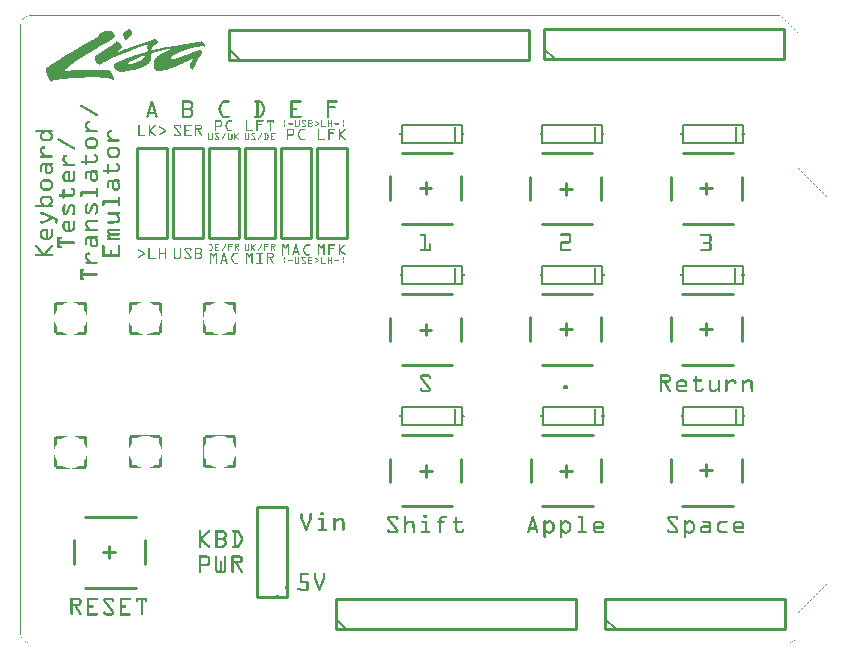
<source format=gto>
G04 MADE WITH FRITZING*
G04 WWW.FRITZING.ORG*
G04 DOUBLE SIDED*
G04 HOLES PLATED*
G04 CONTOUR ON CENTER OF CONTOUR VECTOR*
%ASAXBY*%
%FSLAX23Y23*%
%MOIN*%
%OFA0B0*%
%SFA1.0B1.0*%
%ADD10C,0.010000*%
%ADD11C,0.005000*%
%ADD12C,0.008000*%
%ADD13R,0.001000X0.001000*%
%LNSILK1*%
G90*
G70*
G54D10*
X1758Y1954D02*
X2558Y1954D01*
D02*
X2558Y1954D02*
X2558Y2054D01*
D02*
X2558Y2054D02*
X1758Y2054D01*
D02*
X1758Y2054D02*
X1758Y1954D01*
G54D11*
D02*
X1793Y1954D02*
X1758Y1989D01*
G54D10*
D02*
X707Y1953D02*
X1707Y1953D01*
D02*
X1707Y1953D02*
X1707Y2053D01*
D02*
X1707Y2053D02*
X707Y2053D01*
D02*
X707Y2053D02*
X707Y1953D01*
G54D11*
D02*
X742Y1953D02*
X707Y1988D01*
G54D10*
D02*
X1960Y54D02*
X2560Y54D01*
D02*
X2560Y54D02*
X2560Y154D01*
D02*
X2560Y154D02*
X1960Y154D01*
D02*
X1960Y154D02*
X1960Y54D01*
G54D11*
D02*
X1995Y54D02*
X1960Y89D01*
G54D10*
D02*
X1063Y55D02*
X1863Y55D01*
D02*
X1863Y55D02*
X1863Y155D01*
D02*
X1863Y155D02*
X1063Y155D01*
D02*
X1063Y155D02*
X1063Y55D01*
G54D11*
D02*
X1098Y55D02*
X1063Y90D01*
G54D10*
D02*
X2415Y623D02*
X2415Y545D01*
D02*
X2218Y702D02*
X2386Y702D01*
D02*
X2218Y466D02*
X2386Y466D01*
D02*
X2179Y623D02*
X2179Y545D01*
D02*
X2297Y604D02*
X2297Y564D01*
D02*
X2317Y584D02*
X2278Y584D01*
D02*
X1948Y622D02*
X1948Y544D01*
D02*
X1751Y701D02*
X1919Y701D01*
D02*
X1751Y465D02*
X1919Y465D01*
D02*
X1712Y622D02*
X1712Y544D01*
D02*
X1830Y603D02*
X1830Y563D01*
D02*
X1850Y583D02*
X1810Y583D01*
D02*
X1480Y622D02*
X1480Y544D01*
D02*
X1283Y701D02*
X1450Y701D01*
D02*
X1283Y465D02*
X1450Y465D01*
D02*
X1244Y622D02*
X1244Y544D01*
D02*
X1362Y603D02*
X1362Y563D01*
D02*
X1382Y583D02*
X1342Y583D01*
D02*
X2415Y1094D02*
X2415Y1015D01*
D02*
X2218Y1172D02*
X2386Y1172D01*
D02*
X2218Y936D02*
X2386Y936D01*
D02*
X2179Y1094D02*
X2179Y1015D01*
D02*
X2297Y1074D02*
X2297Y1035D01*
D02*
X2317Y1054D02*
X2278Y1054D01*
D02*
X1947Y1094D02*
X1947Y1015D01*
D02*
X1751Y1172D02*
X1918Y1172D01*
D02*
X1751Y936D02*
X1918Y936D01*
D02*
X1711Y1094D02*
X1711Y1015D01*
D02*
X1829Y1074D02*
X1829Y1035D01*
D02*
X1849Y1054D02*
X1810Y1054D01*
D02*
X1480Y1093D02*
X1480Y1014D01*
D02*
X1283Y1172D02*
X1450Y1172D01*
D02*
X1283Y935D02*
X1450Y935D01*
D02*
X1243Y1093D02*
X1243Y1014D01*
D02*
X1362Y1073D02*
X1362Y1034D01*
D02*
X1381Y1053D02*
X1342Y1053D01*
D02*
X2416Y1563D02*
X2416Y1484D01*
D02*
X2219Y1642D02*
X2386Y1642D01*
D02*
X2219Y1406D02*
X2386Y1406D01*
D02*
X2180Y1563D02*
X2180Y1484D01*
D02*
X2298Y1543D02*
X2298Y1504D01*
D02*
X2317Y1524D02*
X2278Y1524D01*
D02*
X1947Y1562D02*
X1947Y1484D01*
D02*
X1751Y1641D02*
X1918Y1641D01*
D02*
X1751Y1405D02*
X1918Y1405D01*
D02*
X1711Y1562D02*
X1711Y1484D01*
D02*
X1829Y1543D02*
X1829Y1503D01*
D02*
X1849Y1523D02*
X1810Y1523D01*
D02*
X1480Y1564D02*
X1480Y1485D01*
D02*
X1283Y1643D02*
X1450Y1643D01*
D02*
X1283Y1406D02*
X1450Y1406D01*
D02*
X1243Y1564D02*
X1243Y1485D01*
D02*
X1362Y1544D02*
X1362Y1505D01*
D02*
X1381Y1524D02*
X1342Y1524D01*
G54D12*
D02*
X2221Y795D02*
X2421Y795D01*
D02*
X2421Y795D02*
X2421Y765D01*
D02*
X2421Y765D02*
X2421Y735D01*
D02*
X2421Y735D02*
X2221Y735D01*
D02*
X2221Y735D02*
X2221Y765D01*
D02*
X2221Y765D02*
X2221Y795D01*
D02*
X2396Y790D02*
X2396Y740D01*
D02*
X1752Y795D02*
X1952Y795D01*
D02*
X1952Y795D02*
X1952Y765D01*
D02*
X1952Y765D02*
X1952Y735D01*
D02*
X1952Y735D02*
X1752Y735D01*
D02*
X1752Y735D02*
X1752Y765D01*
D02*
X1752Y765D02*
X1752Y795D01*
D02*
X1927Y790D02*
X1927Y740D01*
D02*
X1284Y795D02*
X1484Y795D01*
D02*
X1484Y795D02*
X1484Y765D01*
D02*
X1484Y765D02*
X1484Y735D01*
D02*
X1484Y735D02*
X1284Y735D01*
D02*
X1284Y735D02*
X1284Y765D01*
D02*
X1284Y765D02*
X1284Y795D01*
D02*
X1459Y790D02*
X1459Y740D01*
D02*
X2219Y1265D02*
X2419Y1265D01*
D02*
X2419Y1265D02*
X2419Y1235D01*
D02*
X2419Y1235D02*
X2419Y1205D01*
D02*
X2419Y1205D02*
X2219Y1205D01*
D02*
X2219Y1205D02*
X2219Y1235D01*
D02*
X2219Y1235D02*
X2219Y1265D01*
D02*
X2394Y1260D02*
X2394Y1210D01*
D02*
X1751Y1264D02*
X1951Y1264D01*
D02*
X1951Y1264D02*
X1951Y1234D01*
D02*
X1951Y1234D02*
X1951Y1204D01*
D02*
X1951Y1204D02*
X1751Y1204D01*
D02*
X1751Y1204D02*
X1751Y1234D01*
D02*
X1751Y1234D02*
X1751Y1264D01*
D02*
X1926Y1259D02*
X1926Y1209D01*
D02*
X1284Y1264D02*
X1484Y1264D01*
D02*
X1484Y1264D02*
X1484Y1234D01*
D02*
X1484Y1234D02*
X1484Y1204D01*
D02*
X1484Y1204D02*
X1284Y1204D01*
D02*
X1284Y1204D02*
X1284Y1234D01*
D02*
X1284Y1234D02*
X1284Y1264D01*
D02*
X1459Y1259D02*
X1459Y1209D01*
D02*
X2220Y1734D02*
X2420Y1734D01*
D02*
X2420Y1734D02*
X2420Y1704D01*
D02*
X2420Y1704D02*
X2420Y1674D01*
D02*
X2420Y1674D02*
X2220Y1674D01*
D02*
X2220Y1674D02*
X2220Y1704D01*
D02*
X2220Y1704D02*
X2220Y1734D01*
D02*
X2395Y1729D02*
X2395Y1679D01*
D02*
X1751Y1734D02*
X1951Y1734D01*
D02*
X1951Y1734D02*
X1951Y1704D01*
D02*
X1951Y1704D02*
X1951Y1674D01*
D02*
X1951Y1674D02*
X1751Y1674D01*
D02*
X1751Y1674D02*
X1751Y1704D01*
D02*
X1751Y1704D02*
X1751Y1734D01*
D02*
X1926Y1729D02*
X1926Y1679D01*
D02*
X1284Y1735D02*
X1484Y1735D01*
D02*
X1484Y1735D02*
X1484Y1705D01*
D02*
X1484Y1705D02*
X1484Y1675D01*
D02*
X1484Y1675D02*
X1284Y1675D01*
D02*
X1284Y1675D02*
X1284Y1705D01*
D02*
X1284Y1705D02*
X1284Y1735D01*
D02*
X1459Y1730D02*
X1459Y1680D01*
G54D10*
D02*
X999Y1659D02*
X999Y1359D01*
D02*
X999Y1359D02*
X1099Y1359D01*
D02*
X1099Y1359D02*
X1099Y1659D01*
D02*
X1099Y1659D02*
X999Y1659D01*
D02*
X881Y1659D02*
X881Y1359D01*
D02*
X881Y1359D02*
X981Y1359D01*
D02*
X981Y1359D02*
X981Y1659D01*
D02*
X981Y1659D02*
X881Y1659D01*
D02*
X760Y1660D02*
X760Y1360D01*
D02*
X760Y1360D02*
X860Y1360D01*
D02*
X860Y1360D02*
X860Y1660D01*
D02*
X860Y1660D02*
X760Y1660D01*
D02*
X640Y1659D02*
X640Y1359D01*
D02*
X640Y1359D02*
X740Y1359D01*
D02*
X740Y1359D02*
X740Y1659D01*
D02*
X740Y1659D02*
X640Y1659D01*
D02*
X520Y1660D02*
X520Y1360D01*
D02*
X520Y1360D02*
X620Y1360D01*
D02*
X620Y1360D02*
X620Y1660D01*
D02*
X620Y1660D02*
X520Y1660D01*
D02*
X401Y1660D02*
X401Y1360D01*
D02*
X401Y1360D02*
X501Y1360D01*
D02*
X501Y1360D02*
X501Y1660D01*
D02*
X501Y1660D02*
X401Y1660D01*
D02*
X900Y162D02*
X900Y462D01*
D02*
X900Y462D02*
X800Y462D01*
D02*
X800Y462D02*
X800Y162D01*
D02*
X800Y162D02*
X900Y162D01*
D02*
X425Y351D02*
X425Y272D01*
D02*
X228Y429D02*
X396Y429D01*
D02*
X228Y193D02*
X396Y193D01*
D02*
X189Y351D02*
X189Y272D01*
D02*
X307Y331D02*
X307Y292D01*
D02*
X327Y311D02*
X287Y311D01*
G36*
X370Y2056D02*
X370Y2054D01*
X369Y2054D01*
X369Y2053D01*
X368Y2053D01*
X368Y2052D01*
X367Y2052D01*
X367Y2051D01*
X365Y2051D01*
X365Y2050D01*
X364Y2050D01*
X364Y2049D01*
X363Y2049D01*
X363Y2048D01*
X362Y2048D01*
X362Y2047D01*
X360Y2047D01*
X360Y2046D01*
X358Y2046D01*
X358Y2045D01*
X357Y2045D01*
X357Y2044D01*
X356Y2044D01*
X356Y2043D01*
X355Y2043D01*
X355Y2042D01*
X354Y2042D01*
X354Y2040D01*
X353Y2040D01*
X353Y2034D01*
X354Y2034D01*
X354Y2031D01*
X355Y2031D01*
X355Y2028D01*
X356Y2028D01*
X356Y2026D01*
X357Y2026D01*
X357Y2024D01*
X358Y2024D01*
X358Y2022D01*
X359Y2022D01*
X359Y2020D01*
X360Y2020D01*
X360Y2019D01*
X361Y2019D01*
X361Y2018D01*
X362Y2018D01*
X362Y2016D01*
X363Y2016D01*
X363Y2017D01*
X365Y2017D01*
X365Y2018D01*
X366Y2018D01*
X366Y2019D01*
X367Y2019D01*
X367Y2020D01*
X368Y2020D01*
X368Y2021D01*
X369Y2021D01*
X369Y2022D01*
X370Y2022D01*
X370Y2023D01*
X371Y2023D01*
X371Y2024D01*
X372Y2024D01*
X372Y2025D01*
X373Y2025D01*
X373Y2026D01*
X374Y2026D01*
X374Y2027D01*
X375Y2027D01*
X375Y2028D01*
X376Y2028D01*
X376Y2030D01*
X378Y2030D01*
X378Y2032D01*
X379Y2032D01*
X379Y2033D01*
X380Y2033D01*
X380Y2034D01*
X381Y2034D01*
X381Y2035D01*
X382Y2035D01*
X382Y2036D01*
X383Y2036D01*
X383Y2037D01*
X384Y2037D01*
X384Y2044D01*
X383Y2044D01*
X383Y2046D01*
X382Y2046D01*
X382Y2047D01*
X381Y2047D01*
X381Y2049D01*
X379Y2049D01*
X379Y2051D01*
X378Y2051D01*
X378Y2052D01*
X377Y2052D01*
X377Y2053D01*
X375Y2053D01*
X375Y2054D01*
X374Y2054D01*
X374Y2055D01*
X372Y2055D01*
X372Y2056D01*
X370Y2056D01*
G37*
D02*
G36*
X300Y2050D02*
X300Y2049D01*
X301Y2049D01*
X301Y2050D01*
X300Y2050D01*
G37*
D02*
G36*
X297Y2049D02*
X297Y2048D01*
X306Y2048D01*
X306Y2049D01*
X297Y2049D01*
G37*
D02*
G36*
X310Y2049D02*
X310Y2048D01*
X315Y2048D01*
X315Y2049D01*
X310Y2049D01*
G37*
D02*
G36*
X294Y2048D02*
X294Y2047D01*
X317Y2047D01*
X317Y2048D01*
X294Y2048D01*
G37*
D02*
G36*
X294Y2048D02*
X294Y2047D01*
X317Y2047D01*
X317Y2048D01*
X294Y2048D01*
G37*
D02*
G36*
X289Y2047D02*
X289Y2046D01*
X287Y2046D01*
X287Y2045D01*
X284Y2045D01*
X284Y2044D01*
X282Y2044D01*
X282Y2043D01*
X279Y2043D01*
X279Y2042D01*
X276Y2042D01*
X276Y2041D01*
X275Y2041D01*
X275Y2040D01*
X274Y2040D01*
X274Y2039D01*
X273Y2039D01*
X273Y2038D01*
X274Y2038D01*
X274Y2034D01*
X273Y2034D01*
X273Y2032D01*
X272Y2032D01*
X272Y2031D01*
X270Y2031D01*
X270Y2030D01*
X269Y2030D01*
X269Y2029D01*
X268Y2029D01*
X268Y2028D01*
X267Y2028D01*
X267Y2027D01*
X265Y2027D01*
X265Y2026D01*
X262Y2026D01*
X262Y2025D01*
X261Y2025D01*
X261Y2024D01*
X259Y2024D01*
X259Y2023D01*
X258Y2023D01*
X258Y2022D01*
X256Y2022D01*
X256Y2021D01*
X255Y2021D01*
X255Y2020D01*
X252Y2020D01*
X252Y2019D01*
X251Y2019D01*
X251Y2018D01*
X250Y2018D01*
X250Y2017D01*
X247Y2017D01*
X247Y2016D01*
X245Y2016D01*
X245Y2015D01*
X244Y2015D01*
X244Y2014D01*
X243Y2014D01*
X243Y2013D01*
X239Y2013D01*
X239Y2012D01*
X238Y2012D01*
X238Y2011D01*
X236Y2011D01*
X236Y2010D01*
X233Y2010D01*
X233Y2009D01*
X232Y2009D01*
X232Y2008D01*
X230Y2008D01*
X230Y2007D01*
X229Y2007D01*
X229Y2006D01*
X228Y2006D01*
X228Y2005D01*
X226Y2005D01*
X226Y2004D01*
X224Y2004D01*
X224Y2003D01*
X223Y2003D01*
X223Y2002D01*
X219Y2002D01*
X219Y2001D01*
X218Y2001D01*
X218Y2000D01*
X217Y2000D01*
X217Y1999D01*
X216Y1999D01*
X216Y1998D01*
X214Y1998D01*
X214Y1997D01*
X213Y1997D01*
X213Y1996D01*
X211Y1996D01*
X211Y1995D01*
X208Y1995D01*
X208Y1994D01*
X207Y1994D01*
X207Y1993D01*
X206Y1993D01*
X206Y1992D01*
X203Y1992D01*
X203Y1991D01*
X202Y1991D01*
X202Y1990D01*
X201Y1990D01*
X201Y1989D01*
X199Y1989D01*
X199Y1988D01*
X198Y1988D01*
X198Y1987D01*
X196Y1987D01*
X196Y1986D01*
X195Y1986D01*
X195Y1985D01*
X193Y1985D01*
X193Y1984D01*
X191Y1984D01*
X191Y1983D01*
X190Y1983D01*
X190Y1982D01*
X187Y1982D01*
X187Y1981D01*
X186Y1981D01*
X186Y1980D01*
X184Y1980D01*
X184Y1979D01*
X183Y1979D01*
X183Y1978D01*
X180Y1978D01*
X180Y1977D01*
X179Y1977D01*
X179Y1976D01*
X177Y1976D01*
X177Y1975D01*
X176Y1975D01*
X176Y1975D01*
X174Y1975D01*
X174Y1974D01*
X172Y1974D01*
X172Y1972D01*
X170Y1972D01*
X170Y1971D01*
X168Y1971D01*
X168Y1970D01*
X166Y1970D01*
X166Y1969D01*
X165Y1969D01*
X165Y1968D01*
X163Y1968D01*
X163Y1967D01*
X161Y1967D01*
X161Y1966D01*
X160Y1966D01*
X160Y1965D01*
X159Y1965D01*
X159Y1964D01*
X158Y1964D01*
X158Y1963D01*
X155Y1963D01*
X155Y1962D01*
X154Y1962D01*
X154Y1961D01*
X151Y1961D01*
X151Y1960D01*
X151Y1960D01*
X151Y1959D01*
X149Y1959D01*
X149Y1958D01*
X148Y1958D01*
X148Y1957D01*
X146Y1957D01*
X146Y1956D01*
X144Y1956D01*
X144Y1955D01*
X142Y1955D01*
X142Y1953D01*
X139Y1953D01*
X139Y1952D01*
X137Y1952D01*
X137Y1951D01*
X136Y1951D01*
X136Y1950D01*
X134Y1950D01*
X134Y1949D01*
X132Y1949D01*
X132Y1947D01*
X130Y1947D01*
X130Y1946D01*
X129Y1946D01*
X129Y1945D01*
X126Y1945D01*
X126Y1944D01*
X125Y1944D01*
X125Y1943D01*
X123Y1943D01*
X123Y1942D01*
X121Y1942D01*
X121Y1941D01*
X120Y1941D01*
X120Y1940D01*
X119Y1940D01*
X119Y1939D01*
X117Y1939D01*
X117Y1938D01*
X115Y1938D01*
X115Y1937D01*
X114Y1937D01*
X114Y1936D01*
X112Y1936D01*
X112Y1935D01*
X109Y1935D01*
X109Y1933D01*
X107Y1933D01*
X107Y1932D01*
X106Y1932D01*
X106Y1931D01*
X105Y1931D01*
X105Y1930D01*
X104Y1930D01*
X104Y1929D01*
X103Y1929D01*
X103Y1928D01*
X102Y1928D01*
X102Y1927D01*
X100Y1927D01*
X100Y1925D01*
X99Y1925D01*
X99Y1924D01*
X97Y1924D01*
X97Y1923D01*
X98Y1923D01*
X98Y1921D01*
X97Y1921D01*
X97Y1916D01*
X160Y1916D01*
X160Y1918D01*
X159Y1918D01*
X159Y1919D01*
X160Y1919D01*
X160Y1920D01*
X161Y1920D01*
X161Y1921D01*
X162Y1921D01*
X162Y1922D01*
X163Y1922D01*
X163Y1923D01*
X165Y1923D01*
X165Y1924D01*
X166Y1924D01*
X166Y1926D01*
X169Y1926D01*
X169Y1928D01*
X171Y1928D01*
X171Y1929D01*
X172Y1929D01*
X172Y1930D01*
X173Y1930D01*
X173Y1931D01*
X175Y1931D01*
X175Y1932D01*
X176Y1932D01*
X176Y1933D01*
X177Y1933D01*
X177Y1934D01*
X179Y1934D01*
X179Y1936D01*
X181Y1936D01*
X181Y1937D01*
X182Y1937D01*
X182Y1938D01*
X184Y1938D01*
X184Y1940D01*
X187Y1940D01*
X187Y1941D01*
X188Y1941D01*
X188Y1942D01*
X190Y1942D01*
X190Y1943D01*
X191Y1943D01*
X191Y1944D01*
X192Y1944D01*
X192Y1945D01*
X193Y1945D01*
X193Y1946D01*
X194Y1946D01*
X194Y1947D01*
X196Y1947D01*
X196Y1948D01*
X197Y1948D01*
X197Y1949D01*
X198Y1949D01*
X198Y1950D01*
X200Y1950D01*
X200Y1951D01*
X202Y1951D01*
X202Y1952D01*
X203Y1952D01*
X203Y1953D01*
X204Y1953D01*
X204Y1954D01*
X205Y1954D01*
X205Y1955D01*
X207Y1955D01*
X207Y1956D01*
X209Y1956D01*
X209Y1957D01*
X210Y1957D01*
X210Y1958D01*
X213Y1958D01*
X213Y1959D01*
X215Y1959D01*
X215Y1960D01*
X216Y1960D01*
X216Y1961D01*
X217Y1961D01*
X217Y1962D01*
X219Y1962D01*
X219Y1963D01*
X221Y1963D01*
X221Y1964D01*
X224Y1964D01*
X224Y1965D01*
X225Y1965D01*
X225Y1967D01*
X228Y1967D01*
X228Y1968D01*
X229Y1968D01*
X229Y1969D01*
X231Y1969D01*
X231Y1971D01*
X234Y1971D01*
X234Y1972D01*
X236Y1972D01*
X236Y1973D01*
X237Y1973D01*
X237Y1974D01*
X238Y1974D01*
X238Y1975D01*
X240Y1975D01*
X240Y1975D01*
X242Y1975D01*
X242Y1976D01*
X243Y1976D01*
X243Y1977D01*
X245Y1977D01*
X245Y1978D01*
X247Y1978D01*
X247Y1979D01*
X248Y1979D01*
X248Y1980D01*
X249Y1980D01*
X249Y1981D01*
X250Y1981D01*
X250Y1982D01*
X251Y1982D01*
X251Y1983D01*
X253Y1983D01*
X253Y1984D01*
X255Y1984D01*
X255Y1985D01*
X257Y1985D01*
X257Y1986D01*
X259Y1986D01*
X259Y1987D01*
X260Y1987D01*
X260Y1988D01*
X261Y1988D01*
X261Y1989D01*
X264Y1989D01*
X264Y1990D01*
X265Y1990D01*
X265Y1991D01*
X267Y1991D01*
X267Y1992D01*
X268Y1992D01*
X268Y1993D01*
X271Y1993D01*
X271Y1994D01*
X272Y1994D01*
X272Y1995D01*
X273Y1995D01*
X273Y1996D01*
X274Y1996D01*
X274Y1997D01*
X277Y1997D01*
X277Y1998D01*
X279Y1998D01*
X279Y1999D01*
X280Y1999D01*
X280Y2000D01*
X281Y2000D01*
X281Y2001D01*
X283Y2001D01*
X283Y2002D01*
X285Y2002D01*
X285Y2003D01*
X286Y2003D01*
X286Y2004D01*
X289Y2004D01*
X289Y2005D01*
X291Y2005D01*
X291Y2006D01*
X292Y2006D01*
X292Y2007D01*
X293Y2007D01*
X293Y2008D01*
X296Y2008D01*
X296Y2009D01*
X297Y2009D01*
X297Y2010D01*
X301Y2010D01*
X301Y2011D01*
X302Y2011D01*
X302Y2012D01*
X304Y2012D01*
X304Y2013D01*
X306Y2013D01*
X306Y2014D01*
X308Y2014D01*
X308Y2015D01*
X309Y2015D01*
X309Y2016D01*
X311Y2016D01*
X311Y2017D01*
X312Y2017D01*
X312Y2018D01*
X314Y2018D01*
X314Y2019D01*
X316Y2019D01*
X316Y2020D01*
X317Y2020D01*
X317Y2021D01*
X318Y2021D01*
X318Y2022D01*
X319Y2022D01*
X319Y2023D01*
X320Y2023D01*
X320Y2024D01*
X322Y2024D01*
X322Y2025D01*
X323Y2025D01*
X323Y2027D01*
X324Y2027D01*
X324Y2028D01*
X325Y2028D01*
X325Y2036D01*
X324Y2036D01*
X324Y2038D01*
X323Y2038D01*
X323Y2040D01*
X322Y2040D01*
X322Y2042D01*
X321Y2042D01*
X321Y2044D01*
X320Y2044D01*
X320Y2046D01*
X318Y2046D01*
X318Y2047D01*
X289Y2047D01*
G37*
D02*
G36*
X231Y1919D02*
X231Y1918D01*
X232Y1918D01*
X232Y1919D01*
X231Y1919D01*
G37*
D02*
G36*
X241Y1919D02*
X241Y1918D01*
X243Y1918D01*
X243Y1919D01*
X241Y1919D01*
G37*
D02*
G36*
X245Y1919D02*
X245Y1918D01*
X246Y1918D01*
X246Y1919D01*
X245Y1919D01*
G37*
D02*
G36*
X248Y1919D02*
X248Y1918D01*
X252Y1918D01*
X252Y1919D01*
X248Y1919D01*
G37*
D02*
G36*
X255Y1919D02*
X255Y1918D01*
X256Y1918D01*
X256Y1919D01*
X255Y1919D01*
G37*
D02*
G36*
X257Y1919D02*
X257Y1918D01*
X266Y1918D01*
X266Y1919D01*
X257Y1919D01*
G37*
D02*
G36*
X267Y1919D02*
X267Y1918D01*
X270Y1918D01*
X270Y1919D01*
X267Y1919D01*
G37*
D02*
G36*
X201Y1918D02*
X201Y1917D01*
X203Y1917D01*
X203Y1918D01*
X201Y1918D01*
G37*
D02*
G36*
X212Y1918D02*
X212Y1917D01*
X223Y1917D01*
X223Y1918D01*
X212Y1918D01*
G37*
D02*
G36*
X224Y1918D02*
X224Y1917D01*
X303Y1917D01*
X303Y1918D01*
X224Y1918D01*
G37*
D02*
G36*
X224Y1918D02*
X224Y1917D01*
X303Y1917D01*
X303Y1918D01*
X224Y1918D01*
G37*
D02*
G36*
X224Y1918D02*
X224Y1917D01*
X303Y1917D01*
X303Y1918D01*
X224Y1918D01*
G37*
D02*
G36*
X224Y1918D02*
X224Y1917D01*
X303Y1917D01*
X303Y1918D01*
X224Y1918D01*
G37*
D02*
G36*
X224Y1918D02*
X224Y1917D01*
X303Y1917D01*
X303Y1918D01*
X224Y1918D01*
G37*
D02*
G36*
X224Y1918D02*
X224Y1917D01*
X303Y1917D01*
X303Y1918D01*
X224Y1918D01*
G37*
D02*
G36*
X224Y1918D02*
X224Y1917D01*
X303Y1917D01*
X303Y1918D01*
X224Y1918D01*
G37*
D02*
G36*
X304Y1918D02*
X304Y1917D01*
X306Y1917D01*
X306Y1918D01*
X304Y1918D01*
G37*
D02*
G36*
X181Y1917D02*
X181Y1916D01*
X187Y1916D01*
X187Y1917D01*
X181Y1917D01*
G37*
D02*
G36*
X188Y1917D02*
X188Y1916D01*
X308Y1916D01*
X308Y1917D01*
X188Y1917D01*
G37*
D02*
G36*
X188Y1917D02*
X188Y1916D01*
X308Y1916D01*
X308Y1917D01*
X188Y1917D01*
G37*
D02*
G36*
X188Y1917D02*
X188Y1916D01*
X308Y1916D01*
X308Y1917D01*
X188Y1917D01*
G37*
D02*
G36*
X188Y1917D02*
X188Y1916D01*
X308Y1916D01*
X308Y1917D01*
X188Y1917D01*
G37*
D02*
G36*
X97Y1916D02*
X97Y1915D01*
X310Y1915D01*
X310Y1916D01*
X97Y1916D01*
G37*
D02*
G36*
X97Y1916D02*
X97Y1915D01*
X310Y1915D01*
X310Y1916D01*
X97Y1916D01*
G37*
D02*
G36*
X97Y1916D02*
X97Y1915D01*
X310Y1915D01*
X310Y1916D01*
X97Y1916D01*
G37*
D02*
G36*
X98Y1915D02*
X98Y1909D01*
X99Y1909D01*
X99Y1905D01*
X100Y1905D01*
X100Y1902D01*
X101Y1902D01*
X101Y1900D01*
X102Y1900D01*
X102Y1896D01*
X103Y1896D01*
X103Y1895D01*
X260Y1895D01*
X260Y1894D01*
X275Y1894D01*
X275Y1893D01*
X287Y1893D01*
X287Y1892D01*
X298Y1892D01*
X298Y1891D01*
X305Y1891D01*
X305Y1890D01*
X310Y1890D01*
X310Y1889D01*
X314Y1889D01*
X314Y1887D01*
X316Y1887D01*
X316Y1886D01*
X317Y1886D01*
X317Y1885D01*
X320Y1885D01*
X320Y1884D01*
X322Y1884D01*
X322Y1885D01*
X323Y1885D01*
X323Y1892D01*
X322Y1892D01*
X322Y1895D01*
X321Y1895D01*
X321Y1899D01*
X320Y1899D01*
X320Y1901D01*
X319Y1901D01*
X319Y1902D01*
X318Y1902D01*
X318Y1904D01*
X317Y1904D01*
X317Y1906D01*
X316Y1906D01*
X316Y1908D01*
X315Y1908D01*
X315Y1909D01*
X314Y1909D01*
X314Y1911D01*
X313Y1911D01*
X313Y1912D01*
X312Y1912D01*
X312Y1914D01*
X311Y1914D01*
X311Y1915D01*
X98Y1915D01*
G37*
D02*
G36*
X103Y1895D02*
X103Y1894D01*
X230Y1894D01*
X230Y1893D01*
X231Y1893D01*
X231Y1894D01*
X254Y1894D01*
X254Y1895D01*
X103Y1895D01*
G37*
D02*
G36*
X255Y1895D02*
X255Y1894D01*
X258Y1894D01*
X258Y1895D01*
X255Y1895D01*
G37*
D02*
G36*
X104Y1894D02*
X104Y1893D01*
X211Y1893D01*
X211Y1892D01*
X212Y1892D01*
X212Y1893D01*
X227Y1893D01*
X227Y1894D01*
X104Y1894D01*
G37*
D02*
G36*
X272Y1894D02*
X272Y1893D01*
X273Y1893D01*
X273Y1894D01*
X272Y1894D01*
G37*
D02*
G36*
X105Y1893D02*
X105Y1890D01*
X161Y1890D01*
X161Y1889D01*
X163Y1889D01*
X163Y1890D01*
X170Y1890D01*
X170Y1891D01*
X187Y1891D01*
X187Y1892D01*
X198Y1892D01*
X198Y1893D01*
X105Y1893D01*
G37*
D02*
G36*
X199Y1893D02*
X199Y1892D01*
X202Y1892D01*
X202Y1893D01*
X199Y1893D01*
G37*
D02*
G36*
X207Y1893D02*
X207Y1892D01*
X208Y1892D01*
X208Y1893D01*
X207Y1893D01*
G37*
D02*
G36*
X106Y1890D02*
X106Y1888D01*
X107Y1888D01*
X107Y1887D01*
X138Y1887D01*
X138Y1886D01*
X139Y1886D01*
X139Y1887D01*
X143Y1887D01*
X143Y1888D01*
X155Y1888D01*
X155Y1889D01*
X159Y1889D01*
X159Y1890D01*
X106Y1890D01*
G37*
D02*
G36*
X107Y1887D02*
X107Y1886D01*
X108Y1886D01*
X108Y1885D01*
X109Y1885D01*
X109Y1883D01*
X112Y1883D01*
X112Y1882D01*
X113Y1882D01*
X113Y1880D01*
X118Y1880D01*
X118Y1881D01*
X119Y1881D01*
X119Y1882D01*
X120Y1882D01*
X120Y1884D01*
X125Y1884D01*
X125Y1885D01*
X130Y1885D01*
X130Y1886D01*
X136Y1886D01*
X136Y1887D01*
X107Y1887D01*
G37*
D02*
G36*
X457Y2023D02*
X457Y2022D01*
X456Y2022D01*
X456Y2021D01*
X454Y2021D01*
X454Y2020D01*
X452Y2020D01*
X452Y2019D01*
X450Y2019D01*
X450Y2018D01*
X448Y2018D01*
X448Y2017D01*
X445Y2017D01*
X445Y2016D01*
X443Y2016D01*
X443Y2015D01*
X440Y2015D01*
X440Y2014D01*
X438Y2014D01*
X438Y2013D01*
X434Y2013D01*
X434Y2012D01*
X433Y2012D01*
X433Y2011D01*
X428Y2011D01*
X428Y2010D01*
X425Y2010D01*
X425Y2009D01*
X421Y2009D01*
X421Y2008D01*
X420Y2008D01*
X420Y2007D01*
X418Y2007D01*
X418Y2006D01*
X413Y2006D01*
X413Y2005D01*
X411Y2005D01*
X411Y2004D01*
X408Y2004D01*
X408Y2003D01*
X433Y2003D01*
X433Y2002D01*
X434Y2002D01*
X434Y2001D01*
X435Y2001D01*
X435Y1998D01*
X434Y1998D01*
X434Y1987D01*
X435Y1987D01*
X435Y1985D01*
X449Y1985D01*
X449Y1986D01*
X448Y1986D01*
X448Y1988D01*
X449Y1988D01*
X449Y1992D01*
X450Y1992D01*
X450Y1993D01*
X451Y1993D01*
X451Y1994D01*
X452Y1994D01*
X452Y1995D01*
X453Y1995D01*
X453Y1996D01*
X454Y1996D01*
X454Y1997D01*
X455Y1997D01*
X455Y1998D01*
X456Y1998D01*
X456Y1999D01*
X457Y1999D01*
X457Y2000D01*
X458Y2000D01*
X458Y2001D01*
X460Y2001D01*
X460Y2002D01*
X461Y2002D01*
X461Y2003D01*
X462Y2003D01*
X462Y2004D01*
X463Y2004D01*
X463Y2005D01*
X464Y2005D01*
X464Y2006D01*
X465Y2006D01*
X465Y2007D01*
X466Y2007D01*
X466Y2008D01*
X468Y2008D01*
X468Y2010D01*
X469Y2010D01*
X469Y2016D01*
X468Y2016D01*
X468Y2017D01*
X467Y2017D01*
X467Y2018D01*
X466Y2018D01*
X466Y2019D01*
X464Y2019D01*
X464Y2020D01*
X463Y2020D01*
X463Y2021D01*
X461Y2021D01*
X461Y2022D01*
X459Y2022D01*
X459Y2023D01*
X457Y2023D01*
G37*
D02*
G36*
X331Y2014D02*
X331Y2013D01*
X330Y2013D01*
X330Y2011D01*
X329Y2011D01*
X329Y2010D01*
X328Y2010D01*
X328Y2009D01*
X327Y2009D01*
X327Y2008D01*
X325Y2008D01*
X325Y2007D01*
X323Y2007D01*
X323Y2006D01*
X321Y2006D01*
X321Y2005D01*
X320Y2005D01*
X320Y2004D01*
X319Y2004D01*
X319Y2003D01*
X318Y2003D01*
X318Y2002D01*
X316Y2002D01*
X316Y2001D01*
X315Y2001D01*
X315Y2000D01*
X314Y2000D01*
X314Y1999D01*
X312Y1999D01*
X312Y1998D01*
X311Y1998D01*
X311Y1997D01*
X309Y1997D01*
X309Y1996D01*
X307Y1996D01*
X307Y1995D01*
X305Y1995D01*
X305Y1994D01*
X304Y1994D01*
X304Y1993D01*
X303Y1993D01*
X303Y1992D01*
X301Y1992D01*
X301Y1991D01*
X300Y1991D01*
X300Y1990D01*
X297Y1990D01*
X297Y1989D01*
X296Y1989D01*
X296Y1988D01*
X294Y1988D01*
X294Y1987D01*
X293Y1987D01*
X293Y1986D01*
X291Y1986D01*
X291Y1985D01*
X290Y1985D01*
X290Y1984D01*
X289Y1984D01*
X289Y1983D01*
X288Y1983D01*
X288Y1982D01*
X286Y1982D01*
X286Y1981D01*
X284Y1981D01*
X284Y1980D01*
X283Y1980D01*
X283Y1979D01*
X282Y1979D01*
X282Y1978D01*
X280Y1978D01*
X280Y1977D01*
X334Y1977D01*
X334Y1979D01*
X335Y1979D01*
X335Y1980D01*
X336Y1980D01*
X336Y1981D01*
X338Y1981D01*
X338Y1982D01*
X339Y1982D01*
X339Y1983D01*
X340Y1983D01*
X340Y1984D01*
X341Y1984D01*
X341Y1985D01*
X343Y1985D01*
X343Y1986D01*
X344Y1986D01*
X344Y1987D01*
X344Y1987D01*
X344Y1988D01*
X345Y1988D01*
X345Y1989D01*
X347Y1989D01*
X347Y1990D01*
X348Y1990D01*
X348Y1991D01*
X350Y1991D01*
X350Y1992D01*
X351Y1992D01*
X351Y1995D01*
X350Y1995D01*
X350Y1997D01*
X349Y1997D01*
X349Y2000D01*
X348Y2000D01*
X348Y2001D01*
X347Y2001D01*
X347Y2003D01*
X346Y2003D01*
X346Y2004D01*
X345Y2004D01*
X345Y2005D01*
X344Y2005D01*
X344Y2006D01*
X344Y2006D01*
X344Y2007D01*
X342Y2007D01*
X342Y2008D01*
X341Y2008D01*
X341Y2009D01*
X340Y2009D01*
X340Y2011D01*
X337Y2011D01*
X337Y2012D01*
X335Y2012D01*
X335Y2013D01*
X334Y2013D01*
X334Y2014D01*
X331Y2014D01*
G37*
D02*
G36*
X613Y2014D02*
X613Y2013D01*
X607Y2013D01*
X607Y2012D01*
X599Y2012D01*
X599Y2011D01*
X618Y2011D01*
X618Y2012D01*
X617Y2012D01*
X617Y2013D01*
X616Y2013D01*
X616Y2014D01*
X613Y2014D01*
G37*
D02*
G36*
X597Y2012D02*
X597Y2011D01*
X598Y2011D01*
X598Y2012D01*
X597Y2012D01*
G37*
D02*
G36*
X592Y2011D02*
X592Y2010D01*
X620Y2010D01*
X620Y2011D01*
X592Y2011D01*
G37*
D02*
G36*
X592Y2011D02*
X592Y2010D01*
X620Y2010D01*
X620Y2011D01*
X592Y2011D01*
G37*
D02*
G36*
X588Y2010D02*
X588Y2009D01*
X582Y2009D01*
X582Y2008D01*
X578Y2008D01*
X578Y2007D01*
X573Y2007D01*
X573Y2006D01*
X566Y2006D01*
X566Y2005D01*
X561Y2005D01*
X561Y2004D01*
X626Y2004D01*
X626Y2005D01*
X624Y2005D01*
X624Y2007D01*
X623Y2007D01*
X623Y2009D01*
X621Y2009D01*
X621Y2010D01*
X588Y2010D01*
G37*
D02*
G36*
X558Y2005D02*
X558Y2004D01*
X560Y2004D01*
X560Y2005D01*
X558Y2005D01*
G37*
D02*
G36*
X554Y2004D02*
X554Y2003D01*
X627Y2003D01*
X627Y2004D01*
X554Y2004D01*
G37*
D02*
G36*
X554Y2004D02*
X554Y2003D01*
X627Y2003D01*
X627Y2004D01*
X554Y2004D01*
G37*
D02*
G36*
X404Y2003D02*
X404Y2002D01*
X426Y2002D01*
X426Y2001D01*
X428Y2001D01*
X428Y2002D01*
X431Y2002D01*
X431Y2003D01*
X404Y2003D01*
G37*
D02*
G36*
X547Y2003D02*
X547Y2002D01*
X550Y2002D01*
X550Y2003D01*
X547Y2003D01*
G37*
D02*
G36*
X551Y2003D02*
X551Y2002D01*
X627Y2002D01*
X627Y2003D01*
X551Y2003D01*
G37*
D02*
G36*
X399Y2002D02*
X399Y2001D01*
X397Y2001D01*
X397Y2000D01*
X395Y2000D01*
X395Y1999D01*
X392Y1999D01*
X392Y1998D01*
X389Y1998D01*
X389Y1997D01*
X386Y1997D01*
X386Y1996D01*
X384Y1996D01*
X384Y1995D01*
X381Y1995D01*
X381Y1994D01*
X378Y1994D01*
X378Y1993D01*
X377Y1993D01*
X377Y1992D01*
X372Y1992D01*
X372Y1991D01*
X370Y1991D01*
X370Y1990D01*
X367Y1990D01*
X367Y1989D01*
X365Y1989D01*
X365Y1988D01*
X362Y1988D01*
X362Y1987D01*
X358Y1987D01*
X358Y1986D01*
X356Y1986D01*
X356Y1985D01*
X354Y1985D01*
X354Y1984D01*
X351Y1984D01*
X351Y1983D01*
X349Y1983D01*
X349Y1982D01*
X346Y1982D01*
X346Y1981D01*
X344Y1981D01*
X344Y1980D01*
X342Y1980D01*
X342Y1979D01*
X339Y1979D01*
X339Y1978D01*
X335Y1978D01*
X335Y1977D01*
X366Y1977D01*
X366Y1978D01*
X368Y1978D01*
X368Y1979D01*
X371Y1979D01*
X371Y1980D01*
X373Y1980D01*
X373Y1981D01*
X375Y1981D01*
X375Y1982D01*
X378Y1982D01*
X378Y1983D01*
X380Y1983D01*
X380Y1984D01*
X383Y1984D01*
X383Y1985D01*
X385Y1985D01*
X385Y1986D01*
X387Y1986D01*
X387Y1987D01*
X390Y1987D01*
X390Y1988D01*
X393Y1988D01*
X393Y1989D01*
X395Y1989D01*
X395Y1990D01*
X397Y1990D01*
X397Y1991D01*
X401Y1991D01*
X401Y1992D01*
X402Y1992D01*
X402Y1993D01*
X404Y1993D01*
X404Y1994D01*
X408Y1994D01*
X408Y1995D01*
X410Y1995D01*
X410Y1996D01*
X412Y1996D01*
X412Y1997D01*
X416Y1997D01*
X416Y1998D01*
X418Y1998D01*
X418Y1999D01*
X421Y1999D01*
X421Y2000D01*
X424Y2000D01*
X424Y2001D01*
X425Y2001D01*
X425Y2002D01*
X399Y2002D01*
G37*
D02*
G36*
X540Y2002D02*
X540Y2001D01*
X627Y2001D01*
X627Y2002D01*
X540Y2002D01*
G37*
D02*
G36*
X540Y2002D02*
X540Y2001D01*
X627Y2001D01*
X627Y2002D01*
X540Y2002D01*
G37*
D02*
G36*
X536Y2001D02*
X536Y2000D01*
X531Y2000D01*
X531Y1999D01*
X524Y1999D01*
X524Y1998D01*
X519Y1998D01*
X519Y1997D01*
X624Y1997D01*
X624Y1996D01*
X626Y1996D01*
X626Y1997D01*
X629Y1997D01*
X629Y2000D01*
X628Y2000D01*
X628Y2001D01*
X536Y2001D01*
G37*
D02*
G36*
X513Y1997D02*
X513Y1996D01*
X602Y1996D01*
X602Y1995D01*
X603Y1995D01*
X603Y1996D01*
X607Y1996D01*
X607Y1997D01*
X513Y1997D01*
G37*
D02*
G36*
X608Y1997D02*
X608Y1996D01*
X611Y1996D01*
X611Y1997D01*
X608Y1997D01*
G37*
D02*
G36*
X502Y1996D02*
X502Y1995D01*
X495Y1995D01*
X495Y1994D01*
X490Y1994D01*
X490Y1993D01*
X487Y1993D01*
X487Y1992D01*
X481Y1992D01*
X481Y1991D01*
X475Y1991D01*
X475Y1990D01*
X471Y1990D01*
X471Y1989D01*
X509Y1989D01*
X509Y1986D01*
X507Y1986D01*
X507Y1985D01*
X505Y1985D01*
X505Y1984D01*
X503Y1984D01*
X503Y1983D01*
X501Y1983D01*
X501Y1982D01*
X498Y1982D01*
X498Y1981D01*
X497Y1981D01*
X497Y1980D01*
X496Y1980D01*
X496Y1979D01*
X495Y1979D01*
X495Y1978D01*
X491Y1978D01*
X491Y1977D01*
X489Y1977D01*
X489Y1976D01*
X488Y1976D01*
X488Y1975D01*
X486Y1975D01*
X486Y1975D01*
X485Y1975D01*
X485Y1974D01*
X484Y1974D01*
X484Y1973D01*
X482Y1973D01*
X482Y1972D01*
X480Y1972D01*
X480Y1971D01*
X478Y1971D01*
X478Y1970D01*
X477Y1970D01*
X477Y1969D01*
X475Y1969D01*
X475Y1968D01*
X474Y1968D01*
X474Y1967D01*
X473Y1967D01*
X473Y1966D01*
X471Y1966D01*
X471Y1965D01*
X470Y1965D01*
X470Y1964D01*
X468Y1964D01*
X468Y1963D01*
X467Y1963D01*
X467Y1962D01*
X466Y1962D01*
X466Y1961D01*
X465Y1961D01*
X465Y1960D01*
X464Y1960D01*
X464Y1959D01*
X463Y1959D01*
X463Y1958D01*
X462Y1958D01*
X462Y1957D01*
X461Y1957D01*
X461Y1956D01*
X460Y1956D01*
X460Y1955D01*
X514Y1955D01*
X514Y1956D01*
X513Y1956D01*
X513Y1957D01*
X512Y1957D01*
X512Y1958D01*
X513Y1958D01*
X513Y1960D01*
X514Y1960D01*
X514Y1961D01*
X515Y1961D01*
X515Y1962D01*
X517Y1962D01*
X517Y1963D01*
X518Y1963D01*
X518Y1964D01*
X519Y1964D01*
X519Y1965D01*
X520Y1965D01*
X520Y1966D01*
X521Y1966D01*
X521Y1967D01*
X522Y1967D01*
X522Y1968D01*
X524Y1968D01*
X524Y1969D01*
X525Y1969D01*
X525Y1970D01*
X528Y1970D01*
X528Y1971D01*
X530Y1971D01*
X530Y1972D01*
X531Y1972D01*
X531Y1973D01*
X534Y1973D01*
X534Y1974D01*
X535Y1974D01*
X535Y1975D01*
X537Y1975D01*
X537Y1975D01*
X538Y1975D01*
X538Y1976D01*
X540Y1976D01*
X540Y1977D01*
X542Y1977D01*
X542Y1978D01*
X544Y1978D01*
X544Y1979D01*
X547Y1979D01*
X547Y1980D01*
X548Y1980D01*
X548Y1981D01*
X552Y1981D01*
X552Y1982D01*
X553Y1982D01*
X553Y1983D01*
X556Y1983D01*
X556Y1984D01*
X559Y1984D01*
X559Y1985D01*
X564Y1985D01*
X564Y1986D01*
X566Y1986D01*
X566Y1987D01*
X569Y1987D01*
X569Y1988D01*
X573Y1988D01*
X573Y1989D01*
X575Y1989D01*
X575Y1990D01*
X577Y1990D01*
X577Y1991D01*
X582Y1991D01*
X582Y1992D01*
X588Y1992D01*
X588Y1993D01*
X591Y1993D01*
X591Y1994D01*
X597Y1994D01*
X597Y1995D01*
X600Y1995D01*
X600Y1996D01*
X502Y1996D01*
G37*
D02*
G36*
X468Y1989D02*
X468Y1988D01*
X502Y1988D01*
X502Y1987D01*
X503Y1987D01*
X503Y1988D01*
X507Y1988D01*
X507Y1989D01*
X468Y1989D01*
G37*
D02*
G36*
X464Y1988D02*
X464Y1987D01*
X461Y1987D01*
X461Y1986D01*
X457Y1986D01*
X457Y1985D01*
X491Y1985D01*
X491Y1986D01*
X496Y1986D01*
X496Y1987D01*
X498Y1987D01*
X498Y1988D01*
X464Y1988D01*
G37*
D02*
G36*
X607Y1986D02*
X607Y1985D01*
X604Y1985D01*
X604Y1984D01*
X602Y1984D01*
X602Y1983D01*
X599Y1983D01*
X599Y1982D01*
X598Y1982D01*
X598Y1981D01*
X615Y1981D01*
X615Y1983D01*
X614Y1983D01*
X614Y1984D01*
X613Y1984D01*
X613Y1985D01*
X612Y1985D01*
X612Y1986D01*
X607Y1986D01*
G37*
D02*
G36*
X435Y1985D02*
X435Y1984D01*
X488Y1984D01*
X488Y1985D01*
X435Y1985D01*
G37*
D02*
G36*
X435Y1985D02*
X435Y1984D01*
X488Y1984D01*
X488Y1985D01*
X435Y1985D01*
G37*
D02*
G36*
X435Y1984D02*
X435Y1983D01*
X434Y1983D01*
X434Y1980D01*
X433Y1980D01*
X433Y1979D01*
X432Y1979D01*
X432Y1978D01*
X429Y1978D01*
X429Y1977D01*
X425Y1977D01*
X425Y1976D01*
X422Y1976D01*
X422Y1975D01*
X419Y1975D01*
X419Y1975D01*
X416Y1975D01*
X416Y1974D01*
X413Y1974D01*
X413Y1973D01*
X410Y1973D01*
X410Y1972D01*
X406Y1972D01*
X406Y1971D01*
X403Y1971D01*
X403Y1970D01*
X400Y1970D01*
X400Y1969D01*
X396Y1969D01*
X396Y1968D01*
X394Y1968D01*
X394Y1967D01*
X390Y1967D01*
X390Y1966D01*
X425Y1966D01*
X425Y1961D01*
X424Y1961D01*
X424Y1960D01*
X423Y1960D01*
X423Y1959D01*
X422Y1959D01*
X422Y1958D01*
X421Y1958D01*
X421Y1957D01*
X420Y1957D01*
X420Y1956D01*
X419Y1956D01*
X419Y1954D01*
X417Y1954D01*
X417Y1953D01*
X416Y1953D01*
X416Y1952D01*
X414Y1952D01*
X414Y1951D01*
X412Y1951D01*
X412Y1950D01*
X410Y1950D01*
X410Y1949D01*
X408Y1949D01*
X408Y1948D01*
X406Y1948D01*
X406Y1947D01*
X404Y1947D01*
X404Y1946D01*
X402Y1946D01*
X402Y1945D01*
X400Y1945D01*
X400Y1944D01*
X398Y1944D01*
X398Y1943D01*
X394Y1943D01*
X394Y1942D01*
X392Y1942D01*
X392Y1941D01*
X388Y1941D01*
X388Y1940D01*
X385Y1940D01*
X385Y1939D01*
X380Y1939D01*
X380Y1938D01*
X437Y1938D01*
X437Y1939D01*
X439Y1939D01*
X439Y1940D01*
X440Y1940D01*
X440Y1941D01*
X441Y1941D01*
X441Y1943D01*
X441Y1943D01*
X441Y1944D01*
X442Y1944D01*
X442Y1946D01*
X443Y1946D01*
X443Y1947D01*
X444Y1947D01*
X444Y1949D01*
X445Y1949D01*
X445Y1952D01*
X446Y1952D01*
X446Y1954D01*
X447Y1954D01*
X447Y1958D01*
X448Y1958D01*
X448Y1965D01*
X449Y1965D01*
X449Y1966D01*
X448Y1966D01*
X448Y1972D01*
X449Y1972D01*
X449Y1974D01*
X450Y1974D01*
X450Y1975D01*
X452Y1975D01*
X452Y1975D01*
X455Y1975D01*
X455Y1976D01*
X458Y1976D01*
X458Y1977D01*
X460Y1977D01*
X460Y1978D01*
X463Y1978D01*
X463Y1979D01*
X468Y1979D01*
X468Y1980D01*
X470Y1980D01*
X470Y1981D01*
X476Y1981D01*
X476Y1982D01*
X480Y1982D01*
X480Y1983D01*
X484Y1983D01*
X484Y1984D01*
X435Y1984D01*
G37*
D02*
G36*
X596Y1982D02*
X596Y1981D01*
X597Y1981D01*
X597Y1982D01*
X596Y1982D01*
G37*
D02*
G36*
X594Y1981D02*
X594Y1980D01*
X615Y1980D01*
X615Y1981D01*
X594Y1981D01*
G37*
D02*
G36*
X594Y1981D02*
X594Y1980D01*
X615Y1980D01*
X615Y1981D01*
X594Y1981D01*
G37*
D02*
G36*
X593Y1980D02*
X593Y1979D01*
X589Y1979D01*
X589Y1978D01*
X586Y1978D01*
X586Y1977D01*
X584Y1977D01*
X584Y1976D01*
X582Y1976D01*
X582Y1975D01*
X580Y1975D01*
X580Y1975D01*
X577Y1975D01*
X577Y1974D01*
X576Y1974D01*
X576Y1973D01*
X573Y1973D01*
X573Y1972D01*
X571Y1972D01*
X571Y1971D01*
X570Y1971D01*
X570Y1970D01*
X566Y1970D01*
X566Y1969D01*
X564Y1969D01*
X564Y1968D01*
X561Y1968D01*
X561Y1967D01*
X558Y1967D01*
X558Y1966D01*
X556Y1966D01*
X556Y1965D01*
X552Y1965D01*
X552Y1964D01*
X550Y1964D01*
X550Y1963D01*
X547Y1963D01*
X547Y1962D01*
X543Y1962D01*
X543Y1961D01*
X541Y1961D01*
X541Y1960D01*
X538Y1960D01*
X538Y1959D01*
X534Y1959D01*
X534Y1958D01*
X532Y1958D01*
X532Y1957D01*
X529Y1957D01*
X529Y1956D01*
X585Y1956D01*
X585Y1952D01*
X584Y1952D01*
X584Y1949D01*
X583Y1949D01*
X583Y1947D01*
X582Y1947D01*
X582Y1945D01*
X581Y1945D01*
X581Y1944D01*
X580Y1944D01*
X580Y1943D01*
X579Y1943D01*
X579Y1941D01*
X578Y1941D01*
X578Y1939D01*
X577Y1939D01*
X577Y1935D01*
X576Y1935D01*
X576Y1933D01*
X577Y1933D01*
X577Y1931D01*
X578Y1931D01*
X578Y1926D01*
X580Y1926D01*
X580Y1924D01*
X581Y1924D01*
X581Y1923D01*
X582Y1923D01*
X582Y1922D01*
X583Y1922D01*
X583Y1921D01*
X584Y1921D01*
X584Y1920D01*
X585Y1920D01*
X585Y1921D01*
X588Y1921D01*
X588Y1924D01*
X589Y1924D01*
X589Y1925D01*
X590Y1925D01*
X590Y1927D01*
X591Y1927D01*
X591Y1928D01*
X592Y1928D01*
X592Y1929D01*
X593Y1929D01*
X593Y1933D01*
X594Y1933D01*
X594Y1935D01*
X595Y1935D01*
X595Y1939D01*
X596Y1939D01*
X596Y1941D01*
X597Y1941D01*
X597Y1943D01*
X598Y1943D01*
X598Y1945D01*
X599Y1945D01*
X599Y1948D01*
X600Y1948D01*
X600Y1950D01*
X601Y1950D01*
X601Y1951D01*
X602Y1951D01*
X602Y1953D01*
X603Y1953D01*
X603Y1954D01*
X604Y1954D01*
X604Y1957D01*
X605Y1957D01*
X605Y1959D01*
X606Y1959D01*
X606Y1960D01*
X608Y1960D01*
X608Y1962D01*
X609Y1962D01*
X609Y1963D01*
X610Y1963D01*
X610Y1965D01*
X611Y1965D01*
X611Y1966D01*
X612Y1966D01*
X612Y1968D01*
X613Y1968D01*
X613Y1970D01*
X614Y1970D01*
X614Y1972D01*
X615Y1972D01*
X615Y1975D01*
X616Y1975D01*
X616Y1980D01*
X593Y1980D01*
G37*
D02*
G36*
X279Y1977D02*
X279Y1976D01*
X363Y1976D01*
X363Y1977D01*
X279Y1977D01*
G37*
D02*
G36*
X279Y1977D02*
X279Y1976D01*
X363Y1976D01*
X363Y1977D01*
X279Y1977D01*
G37*
D02*
G36*
X278Y1976D02*
X278Y1975D01*
X277Y1975D01*
X277Y1975D01*
X275Y1975D01*
X275Y1974D01*
X274Y1974D01*
X274Y1973D01*
X273Y1973D01*
X273Y1972D01*
X271Y1972D01*
X271Y1971D01*
X269Y1971D01*
X269Y1970D01*
X268Y1970D01*
X268Y1969D01*
X266Y1969D01*
X266Y1968D01*
X265Y1968D01*
X265Y1967D01*
X264Y1967D01*
X264Y1966D01*
X262Y1966D01*
X262Y1964D01*
X261Y1964D01*
X261Y1963D01*
X260Y1963D01*
X260Y1956D01*
X261Y1956D01*
X261Y1950D01*
X262Y1950D01*
X262Y1947D01*
X263Y1947D01*
X263Y1944D01*
X264Y1944D01*
X264Y1943D01*
X265Y1943D01*
X265Y1942D01*
X266Y1942D01*
X266Y1941D01*
X267Y1941D01*
X267Y1940D01*
X268Y1940D01*
X268Y1939D01*
X269Y1939D01*
X269Y1938D01*
X271Y1938D01*
X271Y1937D01*
X272Y1937D01*
X272Y1936D01*
X278Y1936D01*
X278Y1937D01*
X279Y1937D01*
X279Y1938D01*
X281Y1938D01*
X281Y1939D01*
X282Y1939D01*
X282Y1940D01*
X284Y1940D01*
X284Y1941D01*
X286Y1941D01*
X286Y1943D01*
X288Y1943D01*
X288Y1944D01*
X291Y1944D01*
X291Y1945D01*
X293Y1945D01*
X293Y1946D01*
X295Y1946D01*
X295Y1947D01*
X296Y1947D01*
X296Y1948D01*
X298Y1948D01*
X298Y1949D01*
X300Y1949D01*
X300Y1950D01*
X302Y1950D01*
X302Y1951D01*
X303Y1951D01*
X303Y1952D01*
X304Y1952D01*
X304Y1953D01*
X306Y1953D01*
X306Y1954D01*
X307Y1954D01*
X307Y1955D01*
X309Y1955D01*
X309Y1956D01*
X312Y1956D01*
X312Y1957D01*
X316Y1957D01*
X316Y1959D01*
X319Y1959D01*
X319Y1960D01*
X321Y1960D01*
X321Y1961D01*
X323Y1961D01*
X323Y1962D01*
X327Y1962D01*
X327Y1963D01*
X329Y1963D01*
X329Y1964D01*
X331Y1964D01*
X331Y1965D01*
X333Y1965D01*
X333Y1966D01*
X336Y1966D01*
X336Y1967D01*
X340Y1967D01*
X340Y1968D01*
X342Y1968D01*
X342Y1969D01*
X343Y1969D01*
X343Y1970D01*
X345Y1970D01*
X345Y1971D01*
X349Y1971D01*
X349Y1972D01*
X351Y1972D01*
X351Y1973D01*
X353Y1973D01*
X353Y1974D01*
X356Y1974D01*
X356Y1975D01*
X358Y1975D01*
X358Y1975D01*
X360Y1975D01*
X360Y1976D01*
X278Y1976D01*
G37*
D02*
G36*
X388Y1966D02*
X388Y1965D01*
X385Y1965D01*
X385Y1964D01*
X382Y1964D01*
X382Y1963D01*
X379Y1963D01*
X379Y1962D01*
X376Y1962D01*
X376Y1961D01*
X374Y1961D01*
X374Y1960D01*
X371Y1960D01*
X371Y1959D01*
X368Y1959D01*
X368Y1958D01*
X367Y1958D01*
X367Y1957D01*
X364Y1957D01*
X364Y1956D01*
X361Y1956D01*
X361Y1955D01*
X357Y1955D01*
X357Y1954D01*
X356Y1954D01*
X356Y1953D01*
X353Y1953D01*
X353Y1952D01*
X350Y1952D01*
X350Y1951D01*
X349Y1951D01*
X349Y1950D01*
X346Y1950D01*
X346Y1949D01*
X344Y1949D01*
X344Y1948D01*
X341Y1948D01*
X341Y1947D01*
X340Y1947D01*
X340Y1946D01*
X338Y1946D01*
X338Y1945D01*
X335Y1945D01*
X335Y1944D01*
X333Y1944D01*
X333Y1943D01*
X331Y1943D01*
X331Y1942D01*
X329Y1942D01*
X329Y1941D01*
X327Y1941D01*
X327Y1940D01*
X326Y1940D01*
X326Y1939D01*
X325Y1939D01*
X325Y1938D01*
X371Y1938D01*
X371Y1941D01*
X372Y1941D01*
X372Y1943D01*
X373Y1943D01*
X373Y1944D01*
X375Y1944D01*
X375Y1945D01*
X377Y1945D01*
X377Y1946D01*
X378Y1946D01*
X378Y1947D01*
X381Y1947D01*
X381Y1948D01*
X382Y1948D01*
X382Y1949D01*
X385Y1949D01*
X385Y1950D01*
X386Y1950D01*
X386Y1951D01*
X388Y1951D01*
X388Y1952D01*
X390Y1952D01*
X390Y1953D01*
X393Y1953D01*
X393Y1954D01*
X395Y1954D01*
X395Y1955D01*
X397Y1955D01*
X397Y1956D01*
X399Y1956D01*
X399Y1957D01*
X402Y1957D01*
X402Y1958D01*
X403Y1958D01*
X403Y1959D01*
X405Y1959D01*
X405Y1960D01*
X406Y1960D01*
X406Y1961D01*
X409Y1961D01*
X409Y1962D01*
X411Y1962D01*
X411Y1963D01*
X414Y1963D01*
X414Y1964D01*
X418Y1964D01*
X418Y1965D01*
X421Y1965D01*
X421Y1966D01*
X388Y1966D01*
G37*
D02*
G36*
X525Y1956D02*
X525Y1955D01*
X583Y1955D01*
X583Y1956D01*
X525Y1956D01*
G37*
D02*
G36*
X459Y1955D02*
X459Y1954D01*
X581Y1954D01*
X581Y1955D01*
X459Y1955D01*
G37*
D02*
G36*
X459Y1955D02*
X459Y1954D01*
X581Y1954D01*
X581Y1955D01*
X459Y1955D01*
G37*
D02*
G36*
X459Y1954D02*
X459Y1952D01*
X458Y1952D01*
X458Y1951D01*
X457Y1951D01*
X457Y1947D01*
X456Y1947D01*
X456Y1943D01*
X455Y1943D01*
X455Y1932D01*
X456Y1932D01*
X456Y1929D01*
X457Y1929D01*
X457Y1925D01*
X458Y1925D01*
X458Y1923D01*
X459Y1923D01*
X459Y1922D01*
X506Y1922D01*
X506Y1921D01*
X507Y1921D01*
X507Y1922D01*
X509Y1922D01*
X509Y1923D01*
X511Y1923D01*
X511Y1924D01*
X514Y1924D01*
X514Y1925D01*
X518Y1925D01*
X518Y1926D01*
X520Y1926D01*
X520Y1927D01*
X522Y1927D01*
X522Y1928D01*
X525Y1928D01*
X525Y1929D01*
X529Y1929D01*
X529Y1930D01*
X530Y1930D01*
X530Y1931D01*
X533Y1931D01*
X533Y1932D01*
X535Y1932D01*
X535Y1933D01*
X537Y1933D01*
X537Y1934D01*
X538Y1934D01*
X538Y1935D01*
X541Y1935D01*
X541Y1936D01*
X544Y1936D01*
X544Y1937D01*
X545Y1937D01*
X545Y1938D01*
X547Y1938D01*
X547Y1939D01*
X551Y1939D01*
X551Y1940D01*
X552Y1940D01*
X552Y1941D01*
X554Y1941D01*
X554Y1942D01*
X557Y1942D01*
X557Y1943D01*
X558Y1943D01*
X558Y1944D01*
X561Y1944D01*
X561Y1945D01*
X562Y1945D01*
X562Y1946D01*
X566Y1946D01*
X566Y1947D01*
X568Y1947D01*
X568Y1948D01*
X570Y1948D01*
X570Y1949D01*
X571Y1949D01*
X571Y1950D01*
X573Y1950D01*
X573Y1951D01*
X575Y1951D01*
X575Y1952D01*
X577Y1952D01*
X577Y1953D01*
X579Y1953D01*
X579Y1954D01*
X459Y1954D01*
G37*
D02*
G36*
X323Y1938D02*
X323Y1937D01*
X435Y1937D01*
X435Y1938D01*
X323Y1938D01*
G37*
D02*
G36*
X323Y1938D02*
X323Y1937D01*
X435Y1937D01*
X435Y1938D01*
X323Y1938D01*
G37*
D02*
G36*
X323Y1937D02*
X323Y1931D01*
X324Y1931D01*
X324Y1926D01*
X325Y1926D01*
X325Y1923D01*
X326Y1923D01*
X326Y1921D01*
X328Y1921D01*
X328Y1920D01*
X329Y1920D01*
X329Y1919D01*
X330Y1919D01*
X330Y1918D01*
X331Y1918D01*
X331Y1917D01*
X332Y1917D01*
X332Y1916D01*
X334Y1916D01*
X334Y1915D01*
X337Y1915D01*
X337Y1914D01*
X340Y1914D01*
X340Y1913D01*
X346Y1913D01*
X346Y1912D01*
X354Y1912D01*
X354Y1913D01*
X361Y1913D01*
X361Y1914D01*
X367Y1914D01*
X367Y1915D01*
X373Y1915D01*
X373Y1916D01*
X376Y1916D01*
X376Y1917D01*
X382Y1917D01*
X382Y1918D01*
X387Y1918D01*
X387Y1919D01*
X392Y1919D01*
X392Y1920D01*
X395Y1920D01*
X395Y1921D01*
X400Y1921D01*
X400Y1922D01*
X403Y1922D01*
X403Y1923D01*
X407Y1923D01*
X407Y1924D01*
X409Y1924D01*
X409Y1925D01*
X411Y1925D01*
X411Y1926D01*
X415Y1926D01*
X415Y1927D01*
X418Y1927D01*
X418Y1928D01*
X420Y1928D01*
X420Y1929D01*
X423Y1929D01*
X423Y1930D01*
X424Y1930D01*
X424Y1931D01*
X427Y1931D01*
X427Y1932D01*
X428Y1932D01*
X428Y1933D01*
X430Y1933D01*
X430Y1934D01*
X432Y1934D01*
X432Y1935D01*
X433Y1935D01*
X433Y1936D01*
X434Y1936D01*
X434Y1937D01*
X323Y1937D01*
G37*
D02*
G36*
X459Y1922D02*
X459Y1921D01*
X460Y1921D01*
X460Y1920D01*
X461Y1920D01*
X461Y1919D01*
X462Y1919D01*
X462Y1918D01*
X463Y1918D01*
X463Y1917D01*
X464Y1917D01*
X464Y1916D01*
X465Y1916D01*
X465Y1915D01*
X468Y1915D01*
X468Y1914D01*
X478Y1914D01*
X478Y1915D01*
X482Y1915D01*
X482Y1916D01*
X488Y1916D01*
X488Y1917D01*
X492Y1917D01*
X492Y1918D01*
X495Y1918D01*
X495Y1919D01*
X498Y1919D01*
X498Y1920D01*
X502Y1920D01*
X502Y1921D01*
X505Y1921D01*
X505Y1922D01*
X459Y1922D01*
G37*
D02*
G54D13*
X39Y2100D02*
X2544Y2100D01*
X35Y2099D02*
X38Y2099D01*
X2544Y2099D02*
X2545Y2099D01*
X32Y2098D02*
X34Y2098D01*
X2545Y2098D02*
X2546Y2098D01*
X30Y2097D02*
X32Y2097D01*
X2546Y2097D02*
X2547Y2097D01*
X29Y2096D02*
X30Y2096D01*
X2547Y2096D02*
X2548Y2096D01*
X27Y2095D02*
X28Y2095D01*
X2548Y2095D02*
X2549Y2095D01*
X25Y2094D02*
X26Y2094D01*
X2549Y2094D02*
X2550Y2094D01*
X24Y2093D02*
X25Y2093D01*
X2550Y2093D02*
X2551Y2093D01*
X23Y2092D02*
X23Y2092D01*
X2551Y2092D02*
X2552Y2092D01*
X22Y2091D02*
X22Y2091D01*
X2552Y2091D02*
X2553Y2091D01*
X21Y2090D02*
X21Y2090D01*
X2553Y2090D02*
X2554Y2090D01*
X20Y2089D02*
X20Y2089D01*
X2554Y2089D02*
X2555Y2089D01*
X19Y2088D02*
X19Y2088D01*
X2555Y2088D02*
X2556Y2088D01*
X18Y2087D02*
X18Y2087D01*
X2556Y2087D02*
X2557Y2087D01*
X18Y2086D02*
X18Y2086D01*
X2557Y2086D02*
X2558Y2086D01*
X17Y2085D02*
X17Y2085D01*
X2558Y2085D02*
X2559Y2085D01*
X16Y2084D02*
X16Y2084D01*
X2559Y2084D02*
X2560Y2084D01*
X16Y2083D02*
X16Y2083D01*
X2560Y2083D02*
X2561Y2083D01*
X15Y2082D02*
X15Y2082D01*
X2561Y2082D02*
X2562Y2082D01*
X14Y2081D02*
X15Y2081D01*
X2562Y2081D02*
X2563Y2081D01*
X14Y2080D02*
X14Y2080D01*
X2563Y2080D02*
X2564Y2080D01*
X14Y2079D02*
X14Y2079D01*
X2564Y2079D02*
X2565Y2079D01*
X13Y2078D02*
X13Y2078D01*
X2565Y2078D02*
X2566Y2078D01*
X13Y2077D02*
X13Y2077D01*
X2566Y2077D02*
X2567Y2077D01*
X12Y2076D02*
X12Y2076D01*
X2567Y2076D02*
X2568Y2076D01*
X12Y2075D02*
X12Y2075D01*
X2568Y2075D02*
X2569Y2075D01*
X12Y2074D02*
X12Y2074D01*
X2569Y2074D02*
X2570Y2074D01*
X12Y2073D02*
X12Y2073D01*
X2570Y2073D02*
X2571Y2073D01*
X11Y2072D02*
X11Y2072D01*
X2571Y2072D02*
X2572Y2072D01*
X11Y2071D02*
X11Y2071D01*
X2572Y2071D02*
X2573Y2071D01*
X11Y2070D02*
X11Y2070D01*
X2573Y2070D02*
X2574Y2070D01*
X11Y2069D02*
X11Y2069D01*
X2574Y2069D02*
X2575Y2069D01*
X11Y2068D02*
X11Y2068D01*
X2575Y2068D02*
X2576Y2068D01*
X11Y2067D02*
X11Y2067D01*
X2576Y2067D02*
X2577Y2067D01*
X11Y2066D02*
X11Y2066D01*
X2577Y2066D02*
X2578Y2066D01*
X11Y2065D02*
X11Y2065D01*
X2578Y2065D02*
X2579Y2065D01*
X11Y2064D02*
X11Y2064D01*
X2579Y2064D02*
X2580Y2064D01*
X11Y2063D02*
X11Y2063D01*
X2580Y2063D02*
X2581Y2063D01*
X11Y2062D02*
X11Y2062D01*
X2581Y2062D02*
X2582Y2062D01*
X11Y2061D02*
X11Y2061D01*
X2582Y2061D02*
X2583Y2061D01*
X11Y2060D02*
X11Y2060D01*
X2583Y2060D02*
X2584Y2060D01*
X11Y2059D02*
X11Y2059D01*
X2584Y2059D02*
X2585Y2059D01*
X11Y2058D02*
X11Y2058D01*
X2585Y2058D02*
X2586Y2058D01*
X11Y2057D02*
X11Y2057D01*
X2586Y2057D02*
X2587Y2057D01*
X11Y2056D02*
X11Y2056D01*
X2587Y2056D02*
X2588Y2056D01*
X11Y2055D02*
X11Y2055D01*
X2588Y2055D02*
X2589Y2055D01*
X11Y2054D02*
X11Y2054D01*
X2589Y2054D02*
X2590Y2054D01*
X11Y2053D02*
X11Y2053D01*
X2590Y2053D02*
X2591Y2053D01*
X11Y2052D02*
X11Y2052D01*
X2591Y2052D02*
X2592Y2052D01*
X11Y2051D02*
X11Y2051D01*
X2592Y2051D02*
X2593Y2051D01*
X11Y2050D02*
X11Y2050D01*
X2593Y2050D02*
X2594Y2050D01*
X11Y2049D02*
X11Y2049D01*
X2594Y2049D02*
X2595Y2049D01*
X11Y2048D02*
X11Y2048D01*
X2595Y2048D02*
X2596Y2048D01*
X11Y2047D02*
X11Y2047D01*
X2596Y2047D02*
X2597Y2047D01*
X11Y2046D02*
X11Y2046D01*
X2597Y2046D02*
X2598Y2046D01*
X11Y2045D02*
X11Y2045D01*
X2598Y2045D02*
X2599Y2045D01*
X11Y2044D02*
X11Y2044D01*
X2599Y2044D02*
X2600Y2044D01*
X11Y2043D02*
X11Y2043D01*
X2600Y2043D02*
X2601Y2043D01*
X11Y2042D02*
X11Y2042D01*
X2601Y2042D02*
X2602Y2042D01*
X11Y2041D02*
X11Y2041D01*
X2602Y2041D02*
X2603Y2041D01*
X11Y2040D02*
X11Y2040D01*
X2603Y2040D02*
X2603Y2040D01*
X11Y2039D02*
X11Y2039D01*
X2603Y2039D02*
X2603Y2039D01*
X11Y2038D02*
X11Y2038D01*
X2603Y2038D02*
X2603Y2038D01*
X11Y2037D02*
X11Y2037D01*
X2603Y2037D02*
X2603Y2037D01*
X11Y2036D02*
X11Y2036D01*
X2603Y2036D02*
X2603Y2036D01*
X11Y2035D02*
X11Y2035D01*
X2603Y2035D02*
X2603Y2035D01*
X11Y2034D02*
X11Y2034D01*
X2603Y2034D02*
X2603Y2034D01*
X11Y2033D02*
X11Y2033D01*
X2603Y2033D02*
X2603Y2033D01*
X11Y2032D02*
X11Y2032D01*
X2603Y2032D02*
X2603Y2032D01*
X11Y2031D02*
X11Y2031D01*
X2603Y2031D02*
X2603Y2031D01*
X11Y2030D02*
X11Y2030D01*
X2603Y2030D02*
X2603Y2030D01*
X11Y2029D02*
X11Y2029D01*
X2603Y2029D02*
X2603Y2029D01*
X11Y2028D02*
X11Y2028D01*
X2603Y2028D02*
X2603Y2028D01*
X11Y2027D02*
X11Y2027D01*
X2603Y2027D02*
X2603Y2027D01*
X11Y2026D02*
X11Y2026D01*
X2603Y2026D02*
X2603Y2026D01*
X11Y2025D02*
X11Y2025D01*
X2603Y2025D02*
X2603Y2025D01*
X11Y2024D02*
X11Y2024D01*
X2603Y2024D02*
X2603Y2024D01*
X11Y2023D02*
X11Y2023D01*
X2603Y2023D02*
X2603Y2023D01*
X11Y2022D02*
X11Y2022D01*
X2603Y2022D02*
X2603Y2022D01*
X11Y2021D02*
X11Y2021D01*
X2603Y2021D02*
X2603Y2021D01*
X11Y2020D02*
X11Y2020D01*
X2603Y2020D02*
X2603Y2020D01*
X11Y2019D02*
X11Y2019D01*
X2603Y2019D02*
X2603Y2019D01*
X11Y2018D02*
X11Y2018D01*
X2603Y2018D02*
X2603Y2018D01*
X11Y2017D02*
X11Y2017D01*
X2603Y2017D02*
X2603Y2017D01*
X11Y2016D02*
X11Y2016D01*
X2603Y2016D02*
X2603Y2016D01*
X11Y2015D02*
X11Y2015D01*
X2603Y2015D02*
X2603Y2015D01*
X11Y2014D02*
X11Y2014D01*
X2603Y2014D02*
X2603Y2014D01*
X11Y2013D02*
X11Y2013D01*
X2603Y2013D02*
X2603Y2013D01*
X11Y2012D02*
X11Y2012D01*
X2603Y2012D02*
X2603Y2012D01*
X11Y2011D02*
X11Y2011D01*
X2603Y2011D02*
X2603Y2011D01*
X11Y2010D02*
X11Y2010D01*
X2603Y2010D02*
X2603Y2010D01*
X11Y2009D02*
X11Y2009D01*
X2603Y2009D02*
X2603Y2009D01*
X11Y2008D02*
X11Y2008D01*
X2603Y2008D02*
X2603Y2008D01*
X11Y2007D02*
X11Y2007D01*
X2603Y2007D02*
X2603Y2007D01*
X11Y2006D02*
X11Y2006D01*
X2603Y2006D02*
X2603Y2006D01*
X11Y2005D02*
X11Y2005D01*
X2603Y2005D02*
X2603Y2005D01*
X11Y2004D02*
X11Y2004D01*
X2603Y2004D02*
X2603Y2004D01*
X11Y2003D02*
X11Y2003D01*
X2603Y2003D02*
X2603Y2003D01*
X11Y2002D02*
X11Y2002D01*
X2603Y2002D02*
X2603Y2002D01*
X11Y2001D02*
X11Y2001D01*
X2603Y2001D02*
X2603Y2001D01*
X11Y2000D02*
X11Y2000D01*
X2603Y2000D02*
X2603Y2000D01*
X11Y1999D02*
X11Y1999D01*
X2603Y1999D02*
X2603Y1999D01*
X11Y1998D02*
X11Y1998D01*
X2603Y1998D02*
X2603Y1998D01*
X11Y1997D02*
X11Y1997D01*
X2603Y1997D02*
X2603Y1997D01*
X11Y1996D02*
X11Y1996D01*
X2603Y1996D02*
X2603Y1996D01*
X11Y1995D02*
X11Y1995D01*
X2603Y1995D02*
X2603Y1995D01*
X11Y1994D02*
X11Y1994D01*
X2603Y1994D02*
X2603Y1994D01*
X11Y1993D02*
X11Y1993D01*
X2603Y1993D02*
X2603Y1993D01*
X11Y1992D02*
X11Y1992D01*
X2603Y1992D02*
X2603Y1992D01*
X11Y1991D02*
X11Y1991D01*
X2603Y1991D02*
X2603Y1991D01*
X11Y1990D02*
X11Y1990D01*
X2603Y1990D02*
X2603Y1990D01*
X11Y1989D02*
X11Y1989D01*
X2603Y1989D02*
X2603Y1989D01*
X11Y1988D02*
X11Y1988D01*
X2603Y1988D02*
X2603Y1988D01*
X11Y1987D02*
X11Y1987D01*
X2603Y1987D02*
X2603Y1987D01*
X11Y1986D02*
X11Y1986D01*
X2603Y1986D02*
X2603Y1986D01*
X11Y1985D02*
X11Y1985D01*
X2603Y1985D02*
X2603Y1985D01*
X11Y1984D02*
X11Y1984D01*
X2603Y1984D02*
X2603Y1984D01*
X11Y1983D02*
X11Y1983D01*
X2603Y1983D02*
X2603Y1983D01*
X11Y1982D02*
X11Y1982D01*
X2603Y1982D02*
X2603Y1982D01*
X11Y1981D02*
X11Y1981D01*
X2603Y1981D02*
X2603Y1981D01*
X11Y1980D02*
X11Y1980D01*
X2603Y1980D02*
X2603Y1980D01*
X11Y1979D02*
X11Y1979D01*
X2603Y1979D02*
X2603Y1979D01*
X11Y1978D02*
X11Y1978D01*
X2603Y1978D02*
X2603Y1978D01*
X11Y1977D02*
X11Y1977D01*
X2603Y1977D02*
X2603Y1977D01*
X11Y1976D02*
X11Y1976D01*
X2603Y1976D02*
X2603Y1976D01*
X11Y1975D02*
X11Y1975D01*
X2603Y1975D02*
X2603Y1975D01*
X11Y1974D02*
X11Y1974D01*
X2603Y1974D02*
X2603Y1974D01*
X11Y1973D02*
X11Y1973D01*
X2603Y1973D02*
X2603Y1973D01*
X11Y1972D02*
X11Y1972D01*
X2603Y1972D02*
X2603Y1972D01*
X11Y1971D02*
X11Y1971D01*
X2603Y1971D02*
X2603Y1971D01*
X11Y1970D02*
X11Y1970D01*
X2603Y1970D02*
X2603Y1970D01*
X11Y1969D02*
X11Y1969D01*
X2603Y1969D02*
X2603Y1969D01*
X11Y1968D02*
X11Y1968D01*
X2603Y1968D02*
X2603Y1968D01*
X11Y1967D02*
X11Y1967D01*
X2603Y1967D02*
X2603Y1967D01*
X11Y1966D02*
X11Y1966D01*
X2603Y1966D02*
X2603Y1966D01*
X11Y1965D02*
X11Y1965D01*
X2603Y1965D02*
X2603Y1965D01*
X11Y1964D02*
X11Y1964D01*
X2603Y1964D02*
X2603Y1964D01*
X11Y1963D02*
X11Y1963D01*
X2603Y1963D02*
X2603Y1963D01*
X11Y1962D02*
X11Y1962D01*
X2603Y1962D02*
X2603Y1962D01*
X11Y1961D02*
X11Y1961D01*
X2603Y1961D02*
X2603Y1961D01*
X11Y1960D02*
X11Y1960D01*
X2603Y1960D02*
X2603Y1960D01*
X11Y1959D02*
X11Y1959D01*
X2603Y1959D02*
X2603Y1959D01*
X11Y1958D02*
X11Y1958D01*
X2603Y1958D02*
X2603Y1958D01*
X11Y1957D02*
X11Y1957D01*
X2603Y1957D02*
X2603Y1957D01*
X11Y1956D02*
X11Y1956D01*
X2603Y1956D02*
X2603Y1956D01*
X11Y1955D02*
X11Y1955D01*
X2603Y1955D02*
X2603Y1955D01*
X11Y1954D02*
X11Y1954D01*
X2603Y1954D02*
X2603Y1954D01*
X11Y1953D02*
X11Y1953D01*
X2603Y1953D02*
X2603Y1953D01*
X11Y1952D02*
X11Y1952D01*
X2603Y1952D02*
X2603Y1952D01*
X11Y1951D02*
X11Y1951D01*
X2603Y1951D02*
X2603Y1951D01*
X11Y1950D02*
X11Y1950D01*
X2603Y1950D02*
X2603Y1950D01*
X11Y1949D02*
X11Y1949D01*
X2603Y1949D02*
X2603Y1949D01*
X11Y1948D02*
X11Y1948D01*
X2603Y1948D02*
X2603Y1948D01*
X11Y1947D02*
X11Y1947D01*
X2603Y1947D02*
X2603Y1947D01*
X11Y1946D02*
X11Y1946D01*
X2603Y1946D02*
X2603Y1946D01*
X11Y1945D02*
X11Y1945D01*
X2603Y1945D02*
X2603Y1945D01*
X11Y1944D02*
X11Y1944D01*
X2603Y1944D02*
X2603Y1944D01*
X11Y1943D02*
X11Y1943D01*
X2603Y1943D02*
X2603Y1943D01*
X11Y1942D02*
X11Y1942D01*
X2603Y1942D02*
X2603Y1942D01*
X11Y1941D02*
X11Y1941D01*
X2603Y1941D02*
X2603Y1941D01*
X11Y1940D02*
X11Y1940D01*
X2603Y1940D02*
X2603Y1940D01*
X11Y1939D02*
X11Y1939D01*
X2603Y1939D02*
X2603Y1939D01*
X11Y1938D02*
X11Y1938D01*
X2603Y1938D02*
X2603Y1938D01*
X11Y1937D02*
X11Y1937D01*
X2603Y1937D02*
X2603Y1937D01*
X11Y1936D02*
X11Y1936D01*
X2603Y1936D02*
X2603Y1936D01*
X11Y1935D02*
X11Y1935D01*
X2603Y1935D02*
X2603Y1935D01*
X11Y1934D02*
X11Y1934D01*
X2603Y1934D02*
X2603Y1934D01*
X11Y1933D02*
X11Y1933D01*
X2603Y1933D02*
X2603Y1933D01*
X11Y1932D02*
X11Y1932D01*
X2603Y1932D02*
X2603Y1932D01*
X11Y1931D02*
X11Y1931D01*
X2603Y1931D02*
X2603Y1931D01*
X11Y1930D02*
X11Y1930D01*
X2603Y1930D02*
X2603Y1930D01*
X11Y1929D02*
X11Y1929D01*
X2603Y1929D02*
X2603Y1929D01*
X11Y1928D02*
X11Y1928D01*
X2603Y1928D02*
X2603Y1928D01*
X11Y1927D02*
X11Y1927D01*
X2603Y1927D02*
X2603Y1927D01*
X11Y1926D02*
X11Y1926D01*
X2603Y1926D02*
X2603Y1926D01*
X11Y1925D02*
X11Y1925D01*
X2603Y1925D02*
X2603Y1925D01*
X11Y1924D02*
X11Y1924D01*
X2603Y1924D02*
X2603Y1924D01*
X11Y1923D02*
X11Y1923D01*
X2603Y1923D02*
X2603Y1923D01*
X11Y1922D02*
X11Y1922D01*
X2603Y1922D02*
X2603Y1922D01*
X11Y1921D02*
X11Y1921D01*
X2603Y1921D02*
X2603Y1921D01*
X11Y1920D02*
X11Y1920D01*
X2603Y1920D02*
X2603Y1920D01*
X11Y1919D02*
X11Y1919D01*
X2603Y1919D02*
X2603Y1919D01*
X11Y1918D02*
X11Y1918D01*
X2603Y1918D02*
X2603Y1918D01*
X11Y1917D02*
X11Y1917D01*
X2603Y1917D02*
X2603Y1917D01*
X11Y1916D02*
X11Y1916D01*
X2603Y1916D02*
X2603Y1916D01*
X11Y1915D02*
X11Y1915D01*
X2603Y1915D02*
X2603Y1915D01*
X11Y1914D02*
X11Y1914D01*
X2603Y1914D02*
X2603Y1914D01*
X11Y1913D02*
X11Y1913D01*
X2603Y1913D02*
X2603Y1913D01*
X11Y1912D02*
X11Y1912D01*
X2603Y1912D02*
X2603Y1912D01*
X11Y1911D02*
X11Y1911D01*
X2603Y1911D02*
X2603Y1911D01*
X11Y1910D02*
X11Y1910D01*
X2603Y1910D02*
X2603Y1910D01*
X11Y1909D02*
X11Y1909D01*
X2603Y1909D02*
X2603Y1909D01*
X11Y1908D02*
X11Y1908D01*
X2603Y1908D02*
X2603Y1908D01*
X11Y1907D02*
X11Y1907D01*
X2603Y1907D02*
X2603Y1907D01*
X11Y1906D02*
X11Y1906D01*
X2603Y1906D02*
X2603Y1906D01*
X11Y1905D02*
X11Y1905D01*
X2603Y1905D02*
X2603Y1905D01*
X11Y1904D02*
X11Y1904D01*
X2603Y1904D02*
X2603Y1904D01*
X11Y1903D02*
X11Y1903D01*
X2603Y1903D02*
X2603Y1903D01*
X11Y1902D02*
X11Y1902D01*
X2603Y1902D02*
X2603Y1902D01*
X11Y1901D02*
X11Y1901D01*
X2603Y1901D02*
X2603Y1901D01*
X11Y1900D02*
X11Y1900D01*
X2603Y1900D02*
X2603Y1900D01*
X11Y1899D02*
X11Y1899D01*
X2603Y1899D02*
X2603Y1899D01*
X11Y1898D02*
X11Y1898D01*
X2603Y1898D02*
X2603Y1898D01*
X11Y1897D02*
X11Y1897D01*
X2603Y1897D02*
X2603Y1897D01*
X11Y1896D02*
X11Y1896D01*
X2603Y1896D02*
X2603Y1896D01*
X11Y1895D02*
X11Y1895D01*
X2603Y1895D02*
X2603Y1895D01*
X11Y1894D02*
X11Y1894D01*
X2603Y1894D02*
X2603Y1894D01*
X11Y1893D02*
X11Y1893D01*
X2603Y1893D02*
X2603Y1893D01*
X11Y1892D02*
X11Y1892D01*
X2603Y1892D02*
X2603Y1892D01*
X11Y1891D02*
X11Y1891D01*
X2603Y1891D02*
X2603Y1891D01*
X11Y1890D02*
X11Y1890D01*
X2603Y1890D02*
X2603Y1890D01*
X11Y1889D02*
X11Y1889D01*
X2603Y1889D02*
X2603Y1889D01*
X11Y1888D02*
X11Y1888D01*
X2603Y1888D02*
X2603Y1888D01*
X11Y1887D02*
X11Y1887D01*
X2603Y1887D02*
X2603Y1887D01*
X11Y1886D02*
X11Y1886D01*
X2603Y1886D02*
X2603Y1886D01*
X11Y1885D02*
X11Y1885D01*
X2603Y1885D02*
X2603Y1885D01*
X11Y1884D02*
X11Y1884D01*
X2603Y1884D02*
X2603Y1884D01*
X11Y1883D02*
X11Y1883D01*
X2603Y1883D02*
X2603Y1883D01*
X11Y1882D02*
X11Y1882D01*
X2603Y1882D02*
X2603Y1882D01*
X11Y1881D02*
X11Y1881D01*
X2603Y1881D02*
X2603Y1881D01*
X11Y1880D02*
X11Y1880D01*
X2603Y1880D02*
X2603Y1880D01*
X11Y1879D02*
X11Y1879D01*
X2603Y1879D02*
X2603Y1879D01*
X11Y1878D02*
X11Y1878D01*
X2603Y1878D02*
X2603Y1878D01*
X11Y1877D02*
X11Y1877D01*
X2603Y1877D02*
X2603Y1877D01*
X11Y1876D02*
X11Y1876D01*
X2603Y1876D02*
X2603Y1876D01*
X11Y1875D02*
X11Y1875D01*
X2603Y1875D02*
X2603Y1875D01*
X11Y1874D02*
X11Y1874D01*
X2603Y1874D02*
X2603Y1874D01*
X11Y1873D02*
X11Y1873D01*
X2603Y1873D02*
X2603Y1873D01*
X11Y1872D02*
X11Y1872D01*
X2603Y1872D02*
X2603Y1872D01*
X11Y1871D02*
X11Y1871D01*
X2603Y1871D02*
X2603Y1871D01*
X11Y1870D02*
X11Y1870D01*
X2603Y1870D02*
X2603Y1870D01*
X11Y1869D02*
X11Y1869D01*
X2603Y1869D02*
X2603Y1869D01*
X11Y1868D02*
X11Y1868D01*
X2603Y1868D02*
X2603Y1868D01*
X11Y1867D02*
X11Y1867D01*
X2603Y1867D02*
X2603Y1867D01*
X11Y1866D02*
X11Y1866D01*
X2603Y1866D02*
X2603Y1866D01*
X11Y1865D02*
X11Y1865D01*
X2603Y1865D02*
X2603Y1865D01*
X11Y1864D02*
X11Y1864D01*
X2603Y1864D02*
X2603Y1864D01*
X11Y1863D02*
X11Y1863D01*
X2603Y1863D02*
X2603Y1863D01*
X11Y1862D02*
X11Y1862D01*
X2603Y1862D02*
X2603Y1862D01*
X11Y1861D02*
X11Y1861D01*
X2603Y1861D02*
X2603Y1861D01*
X11Y1860D02*
X11Y1860D01*
X2603Y1860D02*
X2603Y1860D01*
X11Y1859D02*
X11Y1859D01*
X2603Y1859D02*
X2603Y1859D01*
X11Y1858D02*
X11Y1858D01*
X2603Y1858D02*
X2603Y1858D01*
X11Y1857D02*
X11Y1857D01*
X2603Y1857D02*
X2603Y1857D01*
X11Y1856D02*
X11Y1856D01*
X2603Y1856D02*
X2603Y1856D01*
X11Y1855D02*
X11Y1855D01*
X2603Y1855D02*
X2603Y1855D01*
X11Y1854D02*
X11Y1854D01*
X2603Y1854D02*
X2603Y1854D01*
X11Y1853D02*
X11Y1853D01*
X2603Y1853D02*
X2603Y1853D01*
X11Y1852D02*
X11Y1852D01*
X2603Y1852D02*
X2603Y1852D01*
X11Y1851D02*
X11Y1851D01*
X2603Y1851D02*
X2603Y1851D01*
X11Y1850D02*
X11Y1850D01*
X2603Y1850D02*
X2603Y1850D01*
X11Y1849D02*
X11Y1849D01*
X2603Y1849D02*
X2603Y1849D01*
X11Y1848D02*
X11Y1848D01*
X2603Y1848D02*
X2603Y1848D01*
X11Y1847D02*
X11Y1847D01*
X2603Y1847D02*
X2603Y1847D01*
X11Y1846D02*
X11Y1846D01*
X2603Y1846D02*
X2603Y1846D01*
X11Y1845D02*
X11Y1845D01*
X2603Y1845D02*
X2603Y1845D01*
X11Y1844D02*
X11Y1844D01*
X2603Y1844D02*
X2603Y1844D01*
X11Y1843D02*
X11Y1843D01*
X2603Y1843D02*
X2603Y1843D01*
X11Y1842D02*
X11Y1842D01*
X2603Y1842D02*
X2603Y1842D01*
X11Y1841D02*
X11Y1841D01*
X2603Y1841D02*
X2603Y1841D01*
X11Y1840D02*
X11Y1840D01*
X2603Y1840D02*
X2603Y1840D01*
X11Y1839D02*
X11Y1839D01*
X2603Y1839D02*
X2603Y1839D01*
X11Y1838D02*
X11Y1838D01*
X2603Y1838D02*
X2603Y1838D01*
X11Y1837D02*
X11Y1837D01*
X2603Y1837D02*
X2603Y1837D01*
X11Y1836D02*
X11Y1836D01*
X2603Y1836D02*
X2603Y1836D01*
X11Y1835D02*
X11Y1835D01*
X2603Y1835D02*
X2603Y1835D01*
X11Y1834D02*
X11Y1834D01*
X2603Y1834D02*
X2603Y1834D01*
X11Y1833D02*
X11Y1833D01*
X2603Y1833D02*
X2603Y1833D01*
X11Y1832D02*
X11Y1832D01*
X2603Y1832D02*
X2603Y1832D01*
X11Y1831D02*
X11Y1831D01*
X2603Y1831D02*
X2603Y1831D01*
X11Y1830D02*
X11Y1830D01*
X2603Y1830D02*
X2603Y1830D01*
X11Y1829D02*
X11Y1829D01*
X2603Y1829D02*
X2603Y1829D01*
X11Y1828D02*
X11Y1828D01*
X2603Y1828D02*
X2603Y1828D01*
X11Y1827D02*
X11Y1827D01*
X2603Y1827D02*
X2603Y1827D01*
X11Y1826D02*
X11Y1826D01*
X2603Y1826D02*
X2603Y1826D01*
X11Y1825D02*
X11Y1825D01*
X2603Y1825D02*
X2603Y1825D01*
X11Y1824D02*
X11Y1824D01*
X2603Y1824D02*
X2603Y1824D01*
X11Y1823D02*
X11Y1823D01*
X2603Y1823D02*
X2603Y1823D01*
X11Y1822D02*
X11Y1822D01*
X2603Y1822D02*
X2603Y1822D01*
X11Y1821D02*
X11Y1821D01*
X2603Y1821D02*
X2603Y1821D01*
X11Y1820D02*
X11Y1820D01*
X2603Y1820D02*
X2603Y1820D01*
X11Y1819D02*
X11Y1819D01*
X2603Y1819D02*
X2603Y1819D01*
X11Y1818D02*
X11Y1818D01*
X2603Y1818D02*
X2603Y1818D01*
X11Y1817D02*
X11Y1817D01*
X449Y1817D02*
X450Y1817D01*
X551Y1817D02*
X575Y1817D01*
X688Y1817D02*
X705Y1817D01*
X793Y1817D02*
X810Y1817D01*
X912Y1817D02*
X946Y1817D01*
X1032Y1817D02*
X1066Y1817D01*
X2603Y1817D02*
X2603Y1817D01*
X11Y1816D02*
X11Y1816D01*
X447Y1816D02*
X452Y1816D01*
X550Y1816D02*
X578Y1816D01*
X686Y1816D02*
X707Y1816D01*
X792Y1816D02*
X813Y1816D01*
X911Y1816D02*
X947Y1816D01*
X1032Y1816D02*
X1068Y1816D01*
X2603Y1816D02*
X2603Y1816D01*
X11Y1815D02*
X11Y1815D01*
X446Y1815D02*
X452Y1815D01*
X550Y1815D02*
X580Y1815D01*
X684Y1815D02*
X708Y1815D01*
X791Y1815D02*
X814Y1815D01*
X911Y1815D02*
X948Y1815D01*
X1032Y1815D02*
X1069Y1815D01*
X2603Y1815D02*
X2603Y1815D01*
X11Y1814D02*
X11Y1814D01*
X446Y1814D02*
X453Y1814D01*
X550Y1814D02*
X581Y1814D01*
X683Y1814D02*
X708Y1814D01*
X791Y1814D02*
X815Y1814D01*
X911Y1814D02*
X948Y1814D01*
X1032Y1814D02*
X1069Y1814D01*
X2603Y1814D02*
X2603Y1814D01*
X11Y1813D02*
X11Y1813D01*
X446Y1813D02*
X453Y1813D01*
X550Y1813D02*
X582Y1813D01*
X682Y1813D02*
X708Y1813D01*
X791Y1813D02*
X816Y1813D01*
X911Y1813D02*
X948Y1813D01*
X1032Y1813D02*
X1069Y1813D01*
X2603Y1813D02*
X2603Y1813D01*
X11Y1812D02*
X11Y1812D01*
X446Y1812D02*
X453Y1812D01*
X550Y1812D02*
X583Y1812D01*
X681Y1812D02*
X708Y1812D01*
X791Y1812D02*
X817Y1812D01*
X911Y1812D02*
X948Y1812D01*
X1032Y1812D02*
X1069Y1812D01*
X2603Y1812D02*
X2603Y1812D01*
X11Y1811D02*
X11Y1811D01*
X445Y1811D02*
X454Y1811D01*
X550Y1811D02*
X584Y1811D01*
X681Y1811D02*
X707Y1811D01*
X792Y1811D02*
X818Y1811D01*
X911Y1811D02*
X947Y1811D01*
X1032Y1811D02*
X1068Y1811D01*
X2603Y1811D02*
X2603Y1811D01*
X11Y1810D02*
X11Y1810D01*
X445Y1810D02*
X454Y1810D01*
X550Y1810D02*
X585Y1810D01*
X680Y1810D02*
X706Y1810D01*
X793Y1810D02*
X818Y1810D01*
X911Y1810D02*
X946Y1810D01*
X1032Y1810D02*
X1067Y1810D01*
X2603Y1810D02*
X2603Y1810D01*
X11Y1809D02*
X11Y1809D01*
X445Y1809D02*
X454Y1809D01*
X550Y1809D02*
X557Y1809D01*
X576Y1809D02*
X585Y1809D01*
X680Y1809D02*
X688Y1809D01*
X798Y1809D02*
X805Y1809D01*
X811Y1809D02*
X819Y1809D01*
X911Y1809D02*
X918Y1809D01*
X1032Y1809D02*
X1039Y1809D01*
X2603Y1809D02*
X2603Y1809D01*
X11Y1808D02*
X11Y1808D01*
X444Y1808D02*
X455Y1808D01*
X550Y1808D02*
X557Y1808D01*
X577Y1808D02*
X586Y1808D01*
X679Y1808D02*
X687Y1808D01*
X798Y1808D02*
X805Y1808D01*
X812Y1808D02*
X819Y1808D01*
X911Y1808D02*
X918Y1808D01*
X1032Y1808D02*
X1039Y1808D01*
X2603Y1808D02*
X2603Y1808D01*
X11Y1807D02*
X11Y1807D01*
X444Y1807D02*
X455Y1807D01*
X550Y1807D02*
X557Y1807D01*
X578Y1807D02*
X586Y1807D01*
X679Y1807D02*
X686Y1807D01*
X798Y1807D02*
X805Y1807D01*
X812Y1807D02*
X820Y1807D01*
X911Y1807D02*
X918Y1807D01*
X1032Y1807D02*
X1039Y1807D01*
X2603Y1807D02*
X2603Y1807D01*
X11Y1806D02*
X11Y1806D01*
X444Y1806D02*
X455Y1806D01*
X550Y1806D02*
X557Y1806D01*
X579Y1806D02*
X587Y1806D01*
X678Y1806D02*
X686Y1806D01*
X798Y1806D02*
X805Y1806D01*
X813Y1806D02*
X820Y1806D01*
X911Y1806D02*
X918Y1806D01*
X1032Y1806D02*
X1039Y1806D01*
X2603Y1806D02*
X2603Y1806D01*
X11Y1805D02*
X11Y1805D01*
X443Y1805D02*
X455Y1805D01*
X550Y1805D02*
X557Y1805D01*
X580Y1805D02*
X587Y1805D01*
X678Y1805D02*
X685Y1805D01*
X798Y1805D02*
X805Y1805D01*
X813Y1805D02*
X821Y1805D01*
X911Y1805D02*
X918Y1805D01*
X1032Y1805D02*
X1039Y1805D01*
X2603Y1805D02*
X2603Y1805D01*
X11Y1804D02*
X11Y1804D01*
X443Y1804D02*
X456Y1804D01*
X550Y1804D02*
X557Y1804D01*
X580Y1804D02*
X587Y1804D01*
X677Y1804D02*
X685Y1804D01*
X798Y1804D02*
X805Y1804D01*
X814Y1804D02*
X821Y1804D01*
X911Y1804D02*
X918Y1804D01*
X1032Y1804D02*
X1039Y1804D01*
X2603Y1804D02*
X2603Y1804D01*
X11Y1803D02*
X11Y1803D01*
X443Y1803D02*
X456Y1803D01*
X550Y1803D02*
X557Y1803D01*
X580Y1803D02*
X587Y1803D01*
X677Y1803D02*
X684Y1803D01*
X798Y1803D02*
X805Y1803D01*
X814Y1803D02*
X822Y1803D01*
X911Y1803D02*
X918Y1803D01*
X1032Y1803D02*
X1039Y1803D01*
X2603Y1803D02*
X2603Y1803D01*
X11Y1802D02*
X11Y1802D01*
X213Y1802D02*
X216Y1802D01*
X443Y1802D02*
X456Y1802D01*
X550Y1802D02*
X557Y1802D01*
X580Y1802D02*
X587Y1802D01*
X676Y1802D02*
X684Y1802D01*
X798Y1802D02*
X805Y1802D01*
X815Y1802D02*
X822Y1802D01*
X911Y1802D02*
X918Y1802D01*
X1032Y1802D02*
X1039Y1802D01*
X2603Y1802D02*
X2603Y1802D01*
X11Y1801D02*
X11Y1801D01*
X212Y1801D02*
X217Y1801D01*
X442Y1801D02*
X457Y1801D01*
X550Y1801D02*
X557Y1801D01*
X580Y1801D02*
X587Y1801D01*
X676Y1801D02*
X683Y1801D01*
X798Y1801D02*
X805Y1801D01*
X815Y1801D02*
X823Y1801D01*
X911Y1801D02*
X918Y1801D01*
X1032Y1801D02*
X1039Y1801D01*
X2603Y1801D02*
X2603Y1801D01*
X11Y1800D02*
X11Y1800D01*
X211Y1800D02*
X219Y1800D01*
X442Y1800D02*
X457Y1800D01*
X550Y1800D02*
X557Y1800D01*
X580Y1800D02*
X587Y1800D01*
X675Y1800D02*
X683Y1800D01*
X798Y1800D02*
X805Y1800D01*
X816Y1800D02*
X823Y1800D01*
X911Y1800D02*
X918Y1800D01*
X1032Y1800D02*
X1039Y1800D01*
X2603Y1800D02*
X2603Y1800D01*
X11Y1799D02*
X11Y1799D01*
X211Y1799D02*
X221Y1799D01*
X442Y1799D02*
X457Y1799D01*
X550Y1799D02*
X557Y1799D01*
X580Y1799D02*
X587Y1799D01*
X675Y1799D02*
X682Y1799D01*
X798Y1799D02*
X805Y1799D01*
X816Y1799D02*
X824Y1799D01*
X911Y1799D02*
X918Y1799D01*
X1032Y1799D02*
X1039Y1799D01*
X2603Y1799D02*
X2603Y1799D01*
X11Y1798D02*
X11Y1798D01*
X211Y1798D02*
X223Y1798D01*
X441Y1798D02*
X448Y1798D01*
X450Y1798D02*
X457Y1798D01*
X550Y1798D02*
X557Y1798D01*
X580Y1798D02*
X587Y1798D01*
X674Y1798D02*
X682Y1798D01*
X798Y1798D02*
X805Y1798D01*
X817Y1798D02*
X824Y1798D01*
X911Y1798D02*
X918Y1798D01*
X1032Y1798D02*
X1057Y1798D01*
X2603Y1798D02*
X2603Y1798D01*
X11Y1797D02*
X11Y1797D01*
X211Y1797D02*
X224Y1797D01*
X441Y1797D02*
X448Y1797D01*
X451Y1797D02*
X458Y1797D01*
X550Y1797D02*
X557Y1797D01*
X580Y1797D02*
X587Y1797D01*
X674Y1797D02*
X681Y1797D01*
X798Y1797D02*
X805Y1797D01*
X817Y1797D02*
X825Y1797D01*
X911Y1797D02*
X918Y1797D01*
X1032Y1797D02*
X1060Y1797D01*
X2603Y1797D02*
X2603Y1797D01*
X11Y1796D02*
X11Y1796D01*
X212Y1796D02*
X226Y1796D01*
X441Y1796D02*
X448Y1796D01*
X451Y1796D02*
X458Y1796D01*
X550Y1796D02*
X557Y1796D01*
X580Y1796D02*
X587Y1796D01*
X673Y1796D02*
X681Y1796D01*
X798Y1796D02*
X805Y1796D01*
X818Y1796D02*
X825Y1796D01*
X911Y1796D02*
X918Y1796D01*
X1032Y1796D02*
X1061Y1796D01*
X2603Y1796D02*
X2603Y1796D01*
X11Y1795D02*
X11Y1795D01*
X213Y1795D02*
X228Y1795D01*
X441Y1795D02*
X448Y1795D01*
X451Y1795D02*
X458Y1795D01*
X550Y1795D02*
X557Y1795D01*
X579Y1795D02*
X586Y1795D01*
X673Y1795D02*
X680Y1795D01*
X798Y1795D02*
X805Y1795D01*
X818Y1795D02*
X826Y1795D01*
X911Y1795D02*
X918Y1795D01*
X1032Y1795D02*
X1061Y1795D01*
X2603Y1795D02*
X2603Y1795D01*
X11Y1794D02*
X11Y1794D01*
X215Y1794D02*
X229Y1794D01*
X440Y1794D02*
X447Y1794D01*
X452Y1794D02*
X459Y1794D01*
X550Y1794D02*
X557Y1794D01*
X578Y1794D02*
X586Y1794D01*
X672Y1794D02*
X680Y1794D01*
X798Y1794D02*
X805Y1794D01*
X819Y1794D02*
X826Y1794D01*
X911Y1794D02*
X918Y1794D01*
X1032Y1794D02*
X1061Y1794D01*
X2603Y1794D02*
X2603Y1794D01*
X11Y1793D02*
X11Y1793D01*
X217Y1793D02*
X231Y1793D01*
X440Y1793D02*
X447Y1793D01*
X452Y1793D02*
X459Y1793D01*
X550Y1793D02*
X557Y1793D01*
X577Y1793D02*
X586Y1793D01*
X672Y1793D02*
X679Y1793D01*
X798Y1793D02*
X805Y1793D01*
X819Y1793D02*
X826Y1793D01*
X911Y1793D02*
X918Y1793D01*
X1032Y1793D02*
X1061Y1793D01*
X2603Y1793D02*
X2603Y1793D01*
X11Y1792D02*
X11Y1792D01*
X219Y1792D02*
X233Y1792D01*
X440Y1792D02*
X447Y1792D01*
X452Y1792D02*
X459Y1792D01*
X550Y1792D02*
X557Y1792D01*
X575Y1792D02*
X585Y1792D01*
X672Y1792D02*
X679Y1792D01*
X798Y1792D02*
X805Y1792D01*
X820Y1792D02*
X827Y1792D01*
X911Y1792D02*
X918Y1792D01*
X1032Y1792D02*
X1061Y1792D01*
X2603Y1792D02*
X2603Y1792D01*
X11Y1791D02*
X11Y1791D01*
X220Y1791D02*
X234Y1791D01*
X439Y1791D02*
X446Y1791D01*
X453Y1791D02*
X460Y1791D01*
X550Y1791D02*
X585Y1791D01*
X672Y1791D02*
X678Y1791D01*
X798Y1791D02*
X805Y1791D01*
X820Y1791D02*
X827Y1791D01*
X911Y1791D02*
X931Y1791D01*
X1032Y1791D02*
X1060Y1791D01*
X2603Y1791D02*
X2603Y1791D01*
X11Y1790D02*
X11Y1790D01*
X222Y1790D02*
X236Y1790D01*
X439Y1790D02*
X446Y1790D01*
X453Y1790D02*
X460Y1790D01*
X550Y1790D02*
X584Y1790D01*
X671Y1790D02*
X678Y1790D01*
X798Y1790D02*
X805Y1790D01*
X820Y1790D02*
X827Y1790D01*
X911Y1790D02*
X932Y1790D01*
X1032Y1790D02*
X1039Y1790D01*
X2603Y1790D02*
X2603Y1790D01*
X11Y1789D02*
X11Y1789D01*
X224Y1789D02*
X238Y1789D01*
X439Y1789D02*
X446Y1789D01*
X453Y1789D02*
X460Y1789D01*
X550Y1789D02*
X583Y1789D01*
X671Y1789D02*
X678Y1789D01*
X798Y1789D02*
X805Y1789D01*
X821Y1789D02*
X827Y1789D01*
X911Y1789D02*
X933Y1789D01*
X1032Y1789D02*
X1039Y1789D01*
X2603Y1789D02*
X2603Y1789D01*
X11Y1788D02*
X11Y1788D01*
X225Y1788D02*
X240Y1788D01*
X439Y1788D02*
X446Y1788D01*
X453Y1788D02*
X460Y1788D01*
X550Y1788D02*
X582Y1788D01*
X671Y1788D02*
X678Y1788D01*
X798Y1788D02*
X805Y1788D01*
X821Y1788D02*
X827Y1788D01*
X911Y1788D02*
X933Y1788D01*
X1032Y1788D02*
X1039Y1788D01*
X2603Y1788D02*
X2603Y1788D01*
X11Y1787D02*
X11Y1787D01*
X227Y1787D02*
X241Y1787D01*
X438Y1787D02*
X445Y1787D01*
X454Y1787D02*
X461Y1787D01*
X550Y1787D02*
X583Y1787D01*
X671Y1787D02*
X678Y1787D01*
X798Y1787D02*
X805Y1787D01*
X821Y1787D02*
X827Y1787D01*
X911Y1787D02*
X933Y1787D01*
X1032Y1787D02*
X1039Y1787D01*
X2603Y1787D02*
X2603Y1787D01*
X11Y1786D02*
X11Y1786D01*
X229Y1786D02*
X243Y1786D01*
X438Y1786D02*
X445Y1786D01*
X454Y1786D02*
X461Y1786D01*
X550Y1786D02*
X584Y1786D01*
X671Y1786D02*
X678Y1786D01*
X798Y1786D02*
X805Y1786D01*
X820Y1786D02*
X827Y1786D01*
X911Y1786D02*
X933Y1786D01*
X1032Y1786D02*
X1039Y1786D01*
X2603Y1786D02*
X2603Y1786D01*
X11Y1785D02*
X11Y1785D01*
X230Y1785D02*
X245Y1785D01*
X438Y1785D02*
X445Y1785D01*
X454Y1785D02*
X461Y1785D01*
X550Y1785D02*
X584Y1785D01*
X671Y1785D02*
X678Y1785D01*
X798Y1785D02*
X805Y1785D01*
X820Y1785D02*
X827Y1785D01*
X911Y1785D02*
X932Y1785D01*
X1032Y1785D02*
X1039Y1785D01*
X2603Y1785D02*
X2603Y1785D01*
X11Y1784D02*
X11Y1784D01*
X232Y1784D02*
X246Y1784D01*
X437Y1784D02*
X444Y1784D01*
X455Y1784D02*
X462Y1784D01*
X550Y1784D02*
X585Y1784D01*
X672Y1784D02*
X679Y1784D01*
X798Y1784D02*
X805Y1784D01*
X820Y1784D02*
X827Y1784D01*
X911Y1784D02*
X929Y1784D01*
X1032Y1784D02*
X1039Y1784D01*
X2603Y1784D02*
X2603Y1784D01*
X11Y1783D02*
X11Y1783D01*
X234Y1783D02*
X248Y1783D01*
X437Y1783D02*
X444Y1783D01*
X455Y1783D02*
X462Y1783D01*
X550Y1783D02*
X557Y1783D01*
X577Y1783D02*
X586Y1783D01*
X672Y1783D02*
X679Y1783D01*
X798Y1783D02*
X805Y1783D01*
X819Y1783D02*
X827Y1783D01*
X911Y1783D02*
X918Y1783D01*
X1032Y1783D02*
X1039Y1783D01*
X2603Y1783D02*
X2603Y1783D01*
X11Y1782D02*
X11Y1782D01*
X236Y1782D02*
X250Y1782D01*
X437Y1782D02*
X444Y1782D01*
X455Y1782D02*
X462Y1782D01*
X550Y1782D02*
X557Y1782D01*
X578Y1782D02*
X586Y1782D01*
X672Y1782D02*
X680Y1782D01*
X798Y1782D02*
X805Y1782D01*
X819Y1782D02*
X826Y1782D01*
X911Y1782D02*
X918Y1782D01*
X1032Y1782D02*
X1039Y1782D01*
X2603Y1782D02*
X2603Y1782D01*
X11Y1781D02*
X11Y1781D01*
X237Y1781D02*
X252Y1781D01*
X436Y1781D02*
X443Y1781D01*
X455Y1781D02*
X462Y1781D01*
X550Y1781D02*
X557Y1781D01*
X579Y1781D02*
X586Y1781D01*
X673Y1781D02*
X680Y1781D01*
X798Y1781D02*
X805Y1781D01*
X818Y1781D02*
X826Y1781D01*
X911Y1781D02*
X918Y1781D01*
X1032Y1781D02*
X1039Y1781D01*
X2603Y1781D02*
X2603Y1781D01*
X11Y1780D02*
X11Y1780D01*
X239Y1780D02*
X253Y1780D01*
X436Y1780D02*
X443Y1780D01*
X456Y1780D02*
X463Y1780D01*
X550Y1780D02*
X557Y1780D01*
X580Y1780D02*
X587Y1780D01*
X673Y1780D02*
X681Y1780D01*
X798Y1780D02*
X805Y1780D01*
X818Y1780D02*
X825Y1780D01*
X911Y1780D02*
X918Y1780D01*
X1032Y1780D02*
X1039Y1780D01*
X2603Y1780D02*
X2603Y1780D01*
X11Y1779D02*
X11Y1779D01*
X241Y1779D02*
X255Y1779D01*
X436Y1779D02*
X443Y1779D01*
X456Y1779D02*
X463Y1779D01*
X550Y1779D02*
X557Y1779D01*
X580Y1779D02*
X587Y1779D01*
X674Y1779D02*
X681Y1779D01*
X798Y1779D02*
X805Y1779D01*
X817Y1779D02*
X825Y1779D01*
X911Y1779D02*
X918Y1779D01*
X1032Y1779D02*
X1039Y1779D01*
X2603Y1779D02*
X2603Y1779D01*
X11Y1778D02*
X11Y1778D01*
X242Y1778D02*
X257Y1778D01*
X436Y1778D02*
X463Y1778D01*
X550Y1778D02*
X557Y1778D01*
X580Y1778D02*
X587Y1778D01*
X674Y1778D02*
X682Y1778D01*
X798Y1778D02*
X805Y1778D01*
X817Y1778D02*
X824Y1778D01*
X911Y1778D02*
X918Y1778D01*
X1032Y1778D02*
X1039Y1778D01*
X2603Y1778D02*
X2603Y1778D01*
X11Y1777D02*
X11Y1777D01*
X244Y1777D02*
X258Y1777D01*
X435Y1777D02*
X464Y1777D01*
X550Y1777D02*
X557Y1777D01*
X580Y1777D02*
X587Y1777D01*
X675Y1777D02*
X682Y1777D01*
X798Y1777D02*
X805Y1777D01*
X816Y1777D02*
X824Y1777D01*
X911Y1777D02*
X918Y1777D01*
X1032Y1777D02*
X1039Y1777D01*
X2603Y1777D02*
X2603Y1777D01*
X11Y1776D02*
X11Y1776D01*
X246Y1776D02*
X260Y1776D01*
X435Y1776D02*
X464Y1776D01*
X550Y1776D02*
X557Y1776D01*
X580Y1776D02*
X587Y1776D01*
X675Y1776D02*
X683Y1776D01*
X798Y1776D02*
X805Y1776D01*
X816Y1776D02*
X823Y1776D01*
X911Y1776D02*
X918Y1776D01*
X1032Y1776D02*
X1039Y1776D01*
X2603Y1776D02*
X2603Y1776D01*
X11Y1775D02*
X11Y1775D01*
X248Y1775D02*
X262Y1775D01*
X435Y1775D02*
X464Y1775D01*
X550Y1775D02*
X557Y1775D01*
X580Y1775D02*
X587Y1775D01*
X676Y1775D02*
X683Y1775D01*
X798Y1775D02*
X805Y1775D01*
X815Y1775D02*
X823Y1775D01*
X911Y1775D02*
X918Y1775D01*
X1032Y1775D02*
X1039Y1775D01*
X2603Y1775D02*
X2603Y1775D01*
X11Y1774D02*
X11Y1774D01*
X249Y1774D02*
X264Y1774D01*
X434Y1774D02*
X464Y1774D01*
X550Y1774D02*
X557Y1774D01*
X580Y1774D02*
X587Y1774D01*
X676Y1774D02*
X684Y1774D01*
X798Y1774D02*
X805Y1774D01*
X815Y1774D02*
X822Y1774D01*
X911Y1774D02*
X918Y1774D01*
X1032Y1774D02*
X1039Y1774D01*
X2603Y1774D02*
X2603Y1774D01*
X11Y1773D02*
X11Y1773D01*
X251Y1773D02*
X265Y1773D01*
X434Y1773D02*
X465Y1773D01*
X550Y1773D02*
X557Y1773D01*
X580Y1773D02*
X587Y1773D01*
X677Y1773D02*
X684Y1773D01*
X798Y1773D02*
X805Y1773D01*
X814Y1773D02*
X822Y1773D01*
X911Y1773D02*
X918Y1773D01*
X1032Y1773D02*
X1039Y1773D01*
X2603Y1773D02*
X2603Y1773D01*
X11Y1772D02*
X11Y1772D01*
X253Y1772D02*
X267Y1772D01*
X434Y1772D02*
X465Y1772D01*
X550Y1772D02*
X557Y1772D01*
X580Y1772D02*
X587Y1772D01*
X677Y1772D02*
X685Y1772D01*
X798Y1772D02*
X805Y1772D01*
X814Y1772D02*
X821Y1772D01*
X911Y1772D02*
X918Y1772D01*
X1032Y1772D02*
X1039Y1772D01*
X2603Y1772D02*
X2603Y1772D01*
X11Y1771D02*
X11Y1771D01*
X254Y1771D02*
X268Y1771D01*
X434Y1771D02*
X441Y1771D01*
X458Y1771D02*
X465Y1771D01*
X550Y1771D02*
X557Y1771D01*
X580Y1771D02*
X587Y1771D01*
X678Y1771D02*
X685Y1771D01*
X798Y1771D02*
X805Y1771D01*
X813Y1771D02*
X821Y1771D01*
X911Y1771D02*
X918Y1771D01*
X1032Y1771D02*
X1039Y1771D01*
X2603Y1771D02*
X2603Y1771D01*
X11Y1770D02*
X11Y1770D01*
X256Y1770D02*
X269Y1770D01*
X433Y1770D02*
X440Y1770D01*
X459Y1770D02*
X466Y1770D01*
X550Y1770D02*
X557Y1770D01*
X580Y1770D02*
X587Y1770D01*
X678Y1770D02*
X686Y1770D01*
X798Y1770D02*
X805Y1770D01*
X813Y1770D02*
X821Y1770D01*
X911Y1770D02*
X918Y1770D01*
X1032Y1770D02*
X1039Y1770D01*
X2603Y1770D02*
X2603Y1770D01*
X11Y1769D02*
X11Y1769D01*
X258Y1769D02*
X269Y1769D01*
X433Y1769D02*
X440Y1769D01*
X459Y1769D02*
X466Y1769D01*
X550Y1769D02*
X557Y1769D01*
X579Y1769D02*
X586Y1769D01*
X679Y1769D02*
X686Y1769D01*
X798Y1769D02*
X805Y1769D01*
X812Y1769D02*
X820Y1769D01*
X911Y1769D02*
X918Y1769D01*
X1032Y1769D02*
X1039Y1769D01*
X2603Y1769D02*
X2603Y1769D01*
X11Y1768D02*
X11Y1768D01*
X260Y1768D02*
X269Y1768D01*
X433Y1768D02*
X440Y1768D01*
X459Y1768D02*
X466Y1768D01*
X550Y1768D02*
X557Y1768D01*
X578Y1768D02*
X586Y1768D01*
X679Y1768D02*
X687Y1768D01*
X798Y1768D02*
X805Y1768D01*
X812Y1768D02*
X820Y1768D01*
X911Y1768D02*
X918Y1768D01*
X1032Y1768D02*
X1039Y1768D01*
X2603Y1768D02*
X2603Y1768D01*
X11Y1767D02*
X11Y1767D01*
X261Y1767D02*
X268Y1767D01*
X432Y1767D02*
X439Y1767D01*
X460Y1767D02*
X467Y1767D01*
X550Y1767D02*
X557Y1767D01*
X577Y1767D02*
X586Y1767D01*
X680Y1767D02*
X687Y1767D01*
X798Y1767D02*
X805Y1767D01*
X811Y1767D02*
X819Y1767D01*
X911Y1767D02*
X918Y1767D01*
X1032Y1767D02*
X1039Y1767D01*
X2603Y1767D02*
X2603Y1767D01*
X11Y1766D02*
X11Y1766D01*
X263Y1766D02*
X268Y1766D01*
X432Y1766D02*
X439Y1766D01*
X460Y1766D02*
X467Y1766D01*
X550Y1766D02*
X557Y1766D01*
X574Y1766D02*
X585Y1766D01*
X680Y1766D02*
X689Y1766D01*
X798Y1766D02*
X805Y1766D01*
X809Y1766D02*
X819Y1766D01*
X911Y1766D02*
X918Y1766D01*
X1032Y1766D02*
X1039Y1766D01*
X2603Y1766D02*
X2603Y1766D01*
X11Y1765D02*
X11Y1765D01*
X265Y1765D02*
X266Y1765D01*
X432Y1765D02*
X439Y1765D01*
X460Y1765D02*
X467Y1765D01*
X550Y1765D02*
X584Y1765D01*
X681Y1765D02*
X706Y1765D01*
X792Y1765D02*
X818Y1765D01*
X911Y1765D02*
X947Y1765D01*
X1032Y1765D02*
X1039Y1765D01*
X2603Y1765D02*
X2603Y1765D01*
X11Y1764D02*
X11Y1764D01*
X431Y1764D02*
X438Y1764D01*
X460Y1764D02*
X467Y1764D01*
X550Y1764D02*
X584Y1764D01*
X681Y1764D02*
X707Y1764D01*
X791Y1764D02*
X817Y1764D01*
X911Y1764D02*
X948Y1764D01*
X1032Y1764D02*
X1039Y1764D01*
X2603Y1764D02*
X2603Y1764D01*
X11Y1763D02*
X11Y1763D01*
X431Y1763D02*
X438Y1763D01*
X461Y1763D02*
X468Y1763D01*
X550Y1763D02*
X583Y1763D01*
X682Y1763D02*
X708Y1763D01*
X791Y1763D02*
X817Y1763D01*
X911Y1763D02*
X948Y1763D01*
X1032Y1763D02*
X1039Y1763D01*
X2603Y1763D02*
X2603Y1763D01*
X11Y1762D02*
X11Y1762D01*
X431Y1762D02*
X438Y1762D01*
X461Y1762D02*
X468Y1762D01*
X550Y1762D02*
X582Y1762D01*
X683Y1762D02*
X708Y1762D01*
X791Y1762D02*
X816Y1762D01*
X911Y1762D02*
X948Y1762D01*
X1032Y1762D02*
X1039Y1762D01*
X2603Y1762D02*
X2603Y1762D01*
X11Y1761D02*
X11Y1761D01*
X431Y1761D02*
X438Y1761D01*
X461Y1761D02*
X468Y1761D01*
X550Y1761D02*
X580Y1761D01*
X684Y1761D02*
X708Y1761D01*
X791Y1761D02*
X815Y1761D01*
X911Y1761D02*
X948Y1761D01*
X1032Y1761D02*
X1039Y1761D01*
X2603Y1761D02*
X2603Y1761D01*
X11Y1760D02*
X11Y1760D01*
X432Y1760D02*
X437Y1760D01*
X462Y1760D02*
X467Y1760D01*
X550Y1760D02*
X579Y1760D01*
X685Y1760D02*
X707Y1760D01*
X791Y1760D02*
X814Y1760D01*
X911Y1760D02*
X947Y1760D01*
X1033Y1760D02*
X1038Y1760D01*
X2603Y1760D02*
X2603Y1760D01*
X11Y1759D02*
X11Y1759D01*
X433Y1759D02*
X436Y1759D01*
X463Y1759D02*
X466Y1759D01*
X550Y1759D02*
X576Y1759D01*
X687Y1759D02*
X706Y1759D01*
X792Y1759D02*
X811Y1759D01*
X911Y1759D02*
X946Y1759D01*
X1034Y1759D02*
X1037Y1759D01*
X2603Y1759D02*
X2603Y1759D01*
X11Y1758D02*
X11Y1758D01*
X2603Y1758D02*
X2603Y1758D01*
X11Y1757D02*
X11Y1757D01*
X2603Y1757D02*
X2603Y1757D01*
X11Y1756D02*
X11Y1756D01*
X2603Y1756D02*
X2603Y1756D01*
X11Y1755D02*
X11Y1755D01*
X2603Y1755D02*
X2603Y1755D01*
X11Y1754D02*
X11Y1754D01*
X2603Y1754D02*
X2603Y1754D01*
X11Y1753D02*
X11Y1753D01*
X2603Y1753D02*
X2603Y1753D01*
X11Y1752D02*
X11Y1752D01*
X2603Y1752D02*
X2603Y1752D01*
X11Y1751D02*
X11Y1751D01*
X660Y1751D02*
X678Y1751D01*
X705Y1751D02*
X716Y1751D01*
X764Y1751D02*
X765Y1751D01*
X798Y1751D02*
X820Y1751D01*
X833Y1751D02*
X856Y1751D01*
X890Y1751D02*
X890Y1751D01*
X928Y1751D02*
X928Y1751D01*
X940Y1751D02*
X940Y1751D01*
X951Y1751D02*
X960Y1751D01*
X971Y1751D02*
X980Y1751D01*
X1015Y1751D02*
X1015Y1751D01*
X1037Y1751D02*
X1037Y1751D01*
X1049Y1751D02*
X1049Y1751D01*
X1087Y1751D02*
X1087Y1751D01*
X2603Y1751D02*
X2603Y1751D01*
X11Y1750D02*
X11Y1750D01*
X660Y1750D02*
X680Y1750D01*
X703Y1750D02*
X717Y1750D01*
X763Y1750D02*
X766Y1750D01*
X798Y1750D02*
X821Y1750D01*
X833Y1750D02*
X856Y1750D01*
X889Y1750D02*
X891Y1750D01*
X927Y1750D02*
X929Y1750D01*
X939Y1750D02*
X941Y1750D01*
X950Y1750D02*
X961Y1750D01*
X971Y1750D02*
X982Y1750D01*
X1015Y1750D02*
X1016Y1750D01*
X1036Y1750D02*
X1038Y1750D01*
X1048Y1750D02*
X1050Y1750D01*
X1086Y1750D02*
X1088Y1750D01*
X2603Y1750D02*
X2603Y1750D01*
X11Y1749D02*
X11Y1749D01*
X660Y1749D02*
X681Y1749D01*
X702Y1749D02*
X718Y1749D01*
X763Y1749D02*
X767Y1749D01*
X798Y1749D02*
X821Y1749D01*
X833Y1749D02*
X856Y1749D01*
X889Y1749D02*
X891Y1749D01*
X927Y1749D02*
X929Y1749D01*
X939Y1749D02*
X941Y1749D01*
X949Y1749D02*
X962Y1749D01*
X971Y1749D02*
X983Y1749D01*
X1014Y1749D02*
X1016Y1749D01*
X1036Y1749D02*
X1038Y1749D01*
X1048Y1749D02*
X1050Y1749D01*
X1086Y1749D02*
X1088Y1749D01*
X2603Y1749D02*
X2603Y1749D01*
X11Y1748D02*
X11Y1748D01*
X660Y1748D02*
X681Y1748D01*
X701Y1748D02*
X717Y1748D01*
X763Y1748D02*
X767Y1748D01*
X798Y1748D02*
X821Y1748D01*
X833Y1748D02*
X856Y1748D01*
X889Y1748D02*
X891Y1748D01*
X927Y1748D02*
X929Y1748D01*
X939Y1748D02*
X941Y1748D01*
X949Y1748D02*
X951Y1748D01*
X960Y1748D02*
X963Y1748D01*
X971Y1748D02*
X973Y1748D01*
X980Y1748D02*
X984Y1748D01*
X993Y1748D02*
X994Y1748D01*
X1014Y1748D02*
X1016Y1748D01*
X1036Y1748D02*
X1038Y1748D01*
X1048Y1748D02*
X1050Y1748D01*
X1086Y1748D02*
X1088Y1748D01*
X2603Y1748D02*
X2603Y1748D01*
X11Y1747D02*
X11Y1747D01*
X234Y1747D02*
X242Y1747D01*
X660Y1747D02*
X682Y1747D01*
X700Y1747D02*
X717Y1747D01*
X763Y1747D02*
X767Y1747D01*
X798Y1747D02*
X820Y1747D01*
X833Y1747D02*
X856Y1747D01*
X889Y1747D02*
X891Y1747D01*
X927Y1747D02*
X929Y1747D01*
X939Y1747D02*
X941Y1747D01*
X949Y1747D02*
X951Y1747D01*
X961Y1747D02*
X963Y1747D01*
X971Y1747D02*
X973Y1747D01*
X982Y1747D02*
X984Y1747D01*
X993Y1747D02*
X996Y1747D01*
X1014Y1747D02*
X1016Y1747D01*
X1036Y1747D02*
X1038Y1747D01*
X1048Y1747D02*
X1050Y1747D01*
X1086Y1747D02*
X1088Y1747D01*
X2603Y1747D02*
X2603Y1747D01*
X11Y1746D02*
X11Y1746D01*
X232Y1746D02*
X243Y1746D01*
X660Y1746D02*
X663Y1746D01*
X678Y1746D02*
X682Y1746D01*
X700Y1746D02*
X705Y1746D01*
X763Y1746D02*
X767Y1746D01*
X798Y1746D02*
X802Y1746D01*
X833Y1746D02*
X837Y1746D01*
X842Y1746D02*
X846Y1746D01*
X852Y1746D02*
X856Y1746D01*
X889Y1746D02*
X891Y1746D01*
X927Y1746D02*
X929Y1746D01*
X939Y1746D02*
X941Y1746D01*
X949Y1746D02*
X952Y1746D01*
X961Y1746D02*
X962Y1746D01*
X971Y1746D02*
X973Y1746D01*
X982Y1746D02*
X985Y1746D01*
X993Y1746D02*
X998Y1746D01*
X1014Y1746D02*
X1016Y1746D01*
X1036Y1746D02*
X1038Y1746D01*
X1048Y1746D02*
X1050Y1746D01*
X1086Y1746D02*
X1088Y1746D01*
X2603Y1746D02*
X2603Y1746D01*
X11Y1745D02*
X11Y1745D01*
X231Y1745D02*
X243Y1745D01*
X660Y1745D02*
X663Y1745D01*
X679Y1745D02*
X683Y1745D01*
X699Y1745D02*
X704Y1745D01*
X763Y1745D02*
X767Y1745D01*
X798Y1745D02*
X802Y1745D01*
X833Y1745D02*
X837Y1745D01*
X842Y1745D02*
X846Y1745D01*
X852Y1745D02*
X856Y1745D01*
X889Y1745D02*
X891Y1745D01*
X927Y1745D02*
X929Y1745D01*
X939Y1745D02*
X941Y1745D01*
X950Y1745D02*
X953Y1745D01*
X971Y1745D02*
X973Y1745D01*
X983Y1745D02*
X985Y1745D01*
X995Y1745D02*
X1000Y1745D01*
X1014Y1745D02*
X1016Y1745D01*
X1036Y1745D02*
X1038Y1745D01*
X1048Y1745D02*
X1050Y1745D01*
X1086Y1745D02*
X1088Y1745D01*
X2603Y1745D02*
X2603Y1745D01*
X11Y1744D02*
X11Y1744D01*
X230Y1744D02*
X243Y1744D01*
X660Y1744D02*
X663Y1744D01*
X679Y1744D02*
X683Y1744D01*
X699Y1744D02*
X704Y1744D01*
X763Y1744D02*
X767Y1744D01*
X798Y1744D02*
X802Y1744D01*
X833Y1744D02*
X837Y1744D01*
X842Y1744D02*
X846Y1744D01*
X852Y1744D02*
X856Y1744D01*
X889Y1744D02*
X891Y1744D01*
X927Y1744D02*
X929Y1744D01*
X939Y1744D02*
X941Y1744D01*
X951Y1744D02*
X954Y1744D01*
X971Y1744D02*
X973Y1744D01*
X983Y1744D02*
X985Y1744D01*
X996Y1744D02*
X1001Y1744D01*
X1014Y1744D02*
X1016Y1744D01*
X1036Y1744D02*
X1038Y1744D01*
X1048Y1744D02*
X1050Y1744D01*
X1086Y1744D02*
X1088Y1744D01*
X2603Y1744D02*
X2603Y1744D01*
X11Y1743D02*
X11Y1743D01*
X229Y1743D02*
X243Y1743D01*
X660Y1743D02*
X663Y1743D01*
X679Y1743D02*
X683Y1743D01*
X698Y1743D02*
X703Y1743D01*
X763Y1743D02*
X767Y1743D01*
X798Y1743D02*
X802Y1743D01*
X834Y1743D02*
X836Y1743D01*
X842Y1743D02*
X846Y1743D01*
X853Y1743D02*
X855Y1743D01*
X889Y1743D02*
X891Y1743D01*
X927Y1743D02*
X929Y1743D01*
X939Y1743D02*
X941Y1743D01*
X951Y1743D02*
X954Y1743D01*
X971Y1743D02*
X973Y1743D01*
X982Y1743D02*
X985Y1743D01*
X998Y1743D02*
X1003Y1743D01*
X1014Y1743D02*
X1016Y1743D01*
X1036Y1743D02*
X1038Y1743D01*
X1048Y1743D02*
X1050Y1743D01*
X1086Y1743D02*
X1088Y1743D01*
X2603Y1743D02*
X2603Y1743D01*
X11Y1742D02*
X11Y1742D01*
X228Y1742D02*
X243Y1742D01*
X660Y1742D02*
X663Y1742D01*
X679Y1742D02*
X683Y1742D01*
X698Y1742D02*
X703Y1742D01*
X763Y1742D02*
X767Y1742D01*
X798Y1742D02*
X802Y1742D01*
X842Y1742D02*
X846Y1742D01*
X889Y1742D02*
X891Y1742D01*
X927Y1742D02*
X929Y1742D01*
X939Y1742D02*
X941Y1742D01*
X952Y1742D02*
X955Y1742D01*
X971Y1742D02*
X973Y1742D01*
X982Y1742D02*
X984Y1742D01*
X1000Y1742D02*
X1005Y1742D01*
X1014Y1742D02*
X1016Y1742D01*
X1036Y1742D02*
X1038Y1742D01*
X1048Y1742D02*
X1050Y1742D01*
X1086Y1742D02*
X1088Y1742D01*
X2603Y1742D02*
X2603Y1742D01*
X11Y1741D02*
X11Y1741D01*
X228Y1741D02*
X242Y1741D01*
X660Y1741D02*
X663Y1741D01*
X679Y1741D02*
X683Y1741D01*
X697Y1741D02*
X702Y1741D01*
X763Y1741D02*
X767Y1741D01*
X798Y1741D02*
X802Y1741D01*
X842Y1741D02*
X846Y1741D01*
X889Y1741D02*
X891Y1741D01*
X927Y1741D02*
X929Y1741D01*
X939Y1741D02*
X941Y1741D01*
X953Y1741D02*
X956Y1741D01*
X971Y1741D02*
X973Y1741D01*
X980Y1741D02*
X984Y1741D01*
X1001Y1741D02*
X1006Y1741D01*
X1014Y1741D02*
X1016Y1741D01*
X1036Y1741D02*
X1039Y1741D01*
X1048Y1741D02*
X1050Y1741D01*
X1086Y1741D02*
X1088Y1741D01*
X2603Y1741D02*
X2603Y1741D01*
X11Y1740D02*
X11Y1740D01*
X228Y1740D02*
X236Y1740D01*
X660Y1740D02*
X663Y1740D01*
X679Y1740D02*
X683Y1740D01*
X697Y1740D02*
X702Y1740D01*
X763Y1740D02*
X767Y1740D01*
X798Y1740D02*
X802Y1740D01*
X842Y1740D02*
X846Y1740D01*
X905Y1740D02*
X919Y1740D01*
X927Y1740D02*
X929Y1740D01*
X939Y1740D02*
X941Y1740D01*
X954Y1740D02*
X957Y1740D01*
X971Y1740D02*
X983Y1740D01*
X1003Y1740D02*
X1007Y1740D01*
X1014Y1740D02*
X1016Y1740D01*
X1036Y1740D02*
X1050Y1740D01*
X1058Y1740D02*
X1072Y1740D01*
X2603Y1740D02*
X2603Y1740D01*
X11Y1739D02*
X11Y1739D01*
X227Y1739D02*
X235Y1739D01*
X660Y1739D02*
X663Y1739D01*
X679Y1739D02*
X683Y1739D01*
X697Y1739D02*
X701Y1739D01*
X763Y1739D02*
X767Y1739D01*
X798Y1739D02*
X813Y1739D01*
X842Y1739D02*
X846Y1739D01*
X905Y1739D02*
X919Y1739D01*
X927Y1739D02*
X929Y1739D01*
X939Y1739D02*
X941Y1739D01*
X955Y1739D02*
X957Y1739D01*
X971Y1739D02*
X983Y1739D01*
X1003Y1739D02*
X1007Y1739D01*
X1014Y1739D02*
X1016Y1739D01*
X1036Y1739D02*
X1050Y1739D01*
X1058Y1739D02*
X1072Y1739D01*
X2603Y1739D02*
X2603Y1739D01*
X11Y1738D02*
X11Y1738D01*
X227Y1738D02*
X234Y1738D01*
X660Y1738D02*
X663Y1738D01*
X679Y1738D02*
X683Y1738D01*
X696Y1738D02*
X700Y1738D01*
X763Y1738D02*
X767Y1738D01*
X798Y1738D02*
X816Y1738D01*
X842Y1738D02*
X846Y1738D01*
X905Y1738D02*
X919Y1738D01*
X927Y1738D02*
X929Y1738D01*
X939Y1738D02*
X941Y1738D01*
X955Y1738D02*
X958Y1738D01*
X971Y1738D02*
X984Y1738D01*
X1002Y1738D02*
X1006Y1738D01*
X1014Y1738D02*
X1016Y1738D01*
X1036Y1738D02*
X1050Y1738D01*
X1058Y1738D02*
X1072Y1738D01*
X2603Y1738D02*
X2603Y1738D01*
X11Y1737D02*
X11Y1737D01*
X227Y1737D02*
X234Y1737D01*
X660Y1737D02*
X663Y1737D01*
X679Y1737D02*
X683Y1737D01*
X696Y1737D02*
X700Y1737D01*
X763Y1737D02*
X767Y1737D01*
X798Y1737D02*
X816Y1737D01*
X842Y1737D02*
X846Y1737D01*
X889Y1737D02*
X891Y1737D01*
X906Y1737D02*
X918Y1737D01*
X927Y1737D02*
X929Y1737D01*
X939Y1737D02*
X941Y1737D01*
X956Y1737D02*
X959Y1737D01*
X971Y1737D02*
X973Y1737D01*
X982Y1737D02*
X984Y1737D01*
X1000Y1737D02*
X1005Y1737D01*
X1014Y1737D02*
X1016Y1737D01*
X1036Y1737D02*
X1038Y1737D01*
X1048Y1737D02*
X1050Y1737D01*
X1059Y1737D02*
X1072Y1737D01*
X1086Y1737D02*
X1088Y1737D01*
X2603Y1737D02*
X2603Y1737D01*
X11Y1736D02*
X11Y1736D01*
X227Y1736D02*
X234Y1736D01*
X660Y1736D02*
X663Y1736D01*
X679Y1736D02*
X683Y1736D01*
X695Y1736D02*
X699Y1736D01*
X763Y1736D02*
X767Y1736D01*
X798Y1736D02*
X816Y1736D01*
X842Y1736D02*
X846Y1736D01*
X889Y1736D02*
X891Y1736D01*
X927Y1736D02*
X929Y1736D01*
X939Y1736D02*
X941Y1736D01*
X957Y1736D02*
X960Y1736D01*
X971Y1736D02*
X973Y1736D01*
X982Y1736D02*
X985Y1736D01*
X998Y1736D02*
X1003Y1736D01*
X1014Y1736D02*
X1016Y1736D01*
X1036Y1736D02*
X1038Y1736D01*
X1048Y1736D02*
X1050Y1736D01*
X1086Y1736D02*
X1088Y1736D01*
X2603Y1736D02*
X2603Y1736D01*
X11Y1735D02*
X11Y1735D01*
X227Y1735D02*
X234Y1735D01*
X527Y1735D02*
X542Y1735D01*
X558Y1735D02*
X580Y1735D01*
X593Y1735D02*
X612Y1735D01*
X660Y1735D02*
X663Y1735D01*
X679Y1735D02*
X683Y1735D01*
X695Y1735D02*
X699Y1735D01*
X763Y1735D02*
X767Y1735D01*
X798Y1735D02*
X816Y1735D01*
X842Y1735D02*
X846Y1735D01*
X889Y1735D02*
X891Y1735D01*
X927Y1735D02*
X929Y1735D01*
X939Y1735D02*
X941Y1735D01*
X958Y1735D02*
X961Y1735D01*
X971Y1735D02*
X973Y1735D01*
X983Y1735D02*
X985Y1735D01*
X997Y1735D02*
X1002Y1735D01*
X1014Y1735D02*
X1016Y1735D01*
X1036Y1735D02*
X1038Y1735D01*
X1048Y1735D02*
X1050Y1735D01*
X1086Y1735D02*
X1088Y1735D01*
X2603Y1735D02*
X2603Y1735D01*
X11Y1734D02*
X11Y1734D01*
X227Y1734D02*
X234Y1734D01*
X404Y1734D02*
X407Y1734D01*
X439Y1734D02*
X442Y1734D01*
X458Y1734D02*
X461Y1734D01*
X525Y1734D02*
X544Y1734D01*
X558Y1734D02*
X581Y1734D01*
X593Y1734D02*
X613Y1734D01*
X660Y1734D02*
X663Y1734D01*
X678Y1734D02*
X683Y1734D01*
X695Y1734D02*
X699Y1734D01*
X763Y1734D02*
X767Y1734D01*
X798Y1734D02*
X802Y1734D01*
X842Y1734D02*
X846Y1734D01*
X889Y1734D02*
X891Y1734D01*
X927Y1734D02*
X929Y1734D01*
X939Y1734D02*
X941Y1734D01*
X958Y1734D02*
X961Y1734D01*
X971Y1734D02*
X973Y1734D01*
X983Y1734D02*
X985Y1734D01*
X995Y1734D02*
X1000Y1734D01*
X1014Y1734D02*
X1016Y1734D01*
X1036Y1734D02*
X1038Y1734D01*
X1048Y1734D02*
X1050Y1734D01*
X1086Y1734D02*
X1088Y1734D01*
X2603Y1734D02*
X2603Y1734D01*
X11Y1733D02*
X11Y1733D01*
X227Y1733D02*
X234Y1733D01*
X404Y1733D02*
X408Y1733D01*
X439Y1733D02*
X443Y1733D01*
X457Y1733D02*
X462Y1733D01*
X524Y1733D02*
X545Y1733D01*
X558Y1733D02*
X581Y1733D01*
X593Y1733D02*
X614Y1733D01*
X660Y1733D02*
X664Y1733D01*
X677Y1733D02*
X682Y1733D01*
X695Y1733D02*
X699Y1733D01*
X763Y1733D02*
X767Y1733D01*
X798Y1733D02*
X802Y1733D01*
X842Y1733D02*
X846Y1733D01*
X889Y1733D02*
X891Y1733D01*
X927Y1733D02*
X929Y1733D01*
X939Y1733D02*
X941Y1733D01*
X950Y1733D02*
X950Y1733D01*
X959Y1733D02*
X962Y1733D01*
X971Y1733D02*
X973Y1733D01*
X982Y1733D02*
X985Y1733D01*
X993Y1733D02*
X998Y1733D01*
X1014Y1733D02*
X1016Y1733D01*
X1036Y1733D02*
X1038Y1733D01*
X1048Y1733D02*
X1050Y1733D01*
X1086Y1733D02*
X1088Y1733D01*
X2603Y1733D02*
X2603Y1733D01*
X11Y1732D02*
X11Y1732D01*
X227Y1732D02*
X234Y1732D01*
X404Y1732D02*
X408Y1732D01*
X439Y1732D02*
X443Y1732D01*
X456Y1732D02*
X462Y1732D01*
X524Y1732D02*
X545Y1732D01*
X558Y1732D02*
X581Y1732D01*
X593Y1732D02*
X615Y1732D01*
X660Y1732D02*
X682Y1732D01*
X695Y1732D02*
X699Y1732D01*
X763Y1732D02*
X767Y1732D01*
X798Y1732D02*
X802Y1732D01*
X842Y1732D02*
X846Y1732D01*
X889Y1732D02*
X891Y1732D01*
X927Y1732D02*
X929Y1732D01*
X939Y1732D02*
X941Y1732D01*
X949Y1732D02*
X951Y1732D01*
X960Y1732D02*
X963Y1732D01*
X971Y1732D02*
X973Y1732D01*
X982Y1732D02*
X984Y1732D01*
X993Y1732D02*
X997Y1732D01*
X1014Y1732D02*
X1016Y1732D01*
X1036Y1732D02*
X1038Y1732D01*
X1048Y1732D02*
X1050Y1732D01*
X1086Y1732D02*
X1088Y1732D01*
X2603Y1732D02*
X2603Y1732D01*
X11Y1731D02*
X11Y1731D01*
X227Y1731D02*
X234Y1731D01*
X404Y1731D02*
X408Y1731D01*
X439Y1731D02*
X443Y1731D01*
X455Y1731D02*
X461Y1731D01*
X523Y1731D02*
X546Y1731D01*
X558Y1731D02*
X580Y1731D01*
X593Y1731D02*
X616Y1731D01*
X660Y1731D02*
X681Y1731D01*
X695Y1731D02*
X699Y1731D01*
X763Y1731D02*
X767Y1731D01*
X798Y1731D02*
X802Y1731D01*
X842Y1731D02*
X846Y1731D01*
X889Y1731D02*
X891Y1731D01*
X927Y1731D02*
X930Y1731D01*
X938Y1731D02*
X941Y1731D01*
X949Y1731D02*
X951Y1731D01*
X961Y1731D02*
X963Y1731D01*
X971Y1731D02*
X973Y1731D01*
X981Y1731D02*
X984Y1731D01*
X993Y1731D02*
X995Y1731D01*
X1014Y1731D02*
X1017Y1731D01*
X1036Y1731D02*
X1038Y1731D01*
X1048Y1731D02*
X1050Y1731D01*
X1086Y1731D02*
X1088Y1731D01*
X2603Y1731D02*
X2603Y1731D01*
X11Y1730D02*
X11Y1730D01*
X227Y1730D02*
X234Y1730D01*
X404Y1730D02*
X408Y1730D01*
X439Y1730D02*
X443Y1730D01*
X454Y1730D02*
X460Y1730D01*
X474Y1730D02*
X477Y1730D01*
X523Y1730D02*
X527Y1730D01*
X542Y1730D02*
X546Y1730D01*
X558Y1730D02*
X562Y1730D01*
X593Y1730D02*
X597Y1730D01*
X612Y1730D02*
X616Y1730D01*
X660Y1730D02*
X680Y1730D01*
X695Y1730D02*
X699Y1730D01*
X763Y1730D02*
X767Y1730D01*
X798Y1730D02*
X802Y1730D01*
X842Y1730D02*
X846Y1730D01*
X889Y1730D02*
X891Y1730D01*
X927Y1730D02*
X940Y1730D01*
X949Y1730D02*
X963Y1730D01*
X971Y1730D02*
X983Y1730D01*
X1014Y1730D02*
X1028Y1730D01*
X1036Y1730D02*
X1038Y1730D01*
X1048Y1730D02*
X1050Y1730D01*
X1086Y1730D02*
X1088Y1730D01*
X2603Y1730D02*
X2603Y1730D01*
X11Y1729D02*
X11Y1729D01*
X227Y1729D02*
X235Y1729D01*
X404Y1729D02*
X408Y1729D01*
X439Y1729D02*
X443Y1729D01*
X453Y1729D02*
X459Y1729D01*
X474Y1729D02*
X479Y1729D01*
X523Y1729D02*
X528Y1729D01*
X542Y1729D02*
X546Y1729D01*
X558Y1729D02*
X562Y1729D01*
X593Y1729D02*
X597Y1729D01*
X612Y1729D02*
X616Y1729D01*
X660Y1729D02*
X679Y1729D01*
X695Y1729D02*
X699Y1729D01*
X763Y1729D02*
X767Y1729D01*
X798Y1729D02*
X802Y1729D01*
X842Y1729D02*
X846Y1729D01*
X889Y1729D02*
X891Y1729D01*
X928Y1729D02*
X940Y1729D01*
X950Y1729D02*
X962Y1729D01*
X971Y1729D02*
X982Y1729D01*
X1014Y1729D02*
X1028Y1729D01*
X1036Y1729D02*
X1038Y1729D01*
X1048Y1729D02*
X1050Y1729D01*
X1086Y1729D02*
X1088Y1729D01*
X2603Y1729D02*
X2603Y1729D01*
X11Y1728D02*
X11Y1728D01*
X227Y1728D02*
X236Y1728D01*
X404Y1728D02*
X408Y1728D01*
X439Y1728D02*
X443Y1728D01*
X451Y1728D02*
X458Y1728D01*
X474Y1728D02*
X481Y1728D01*
X524Y1728D02*
X529Y1728D01*
X543Y1728D02*
X546Y1728D01*
X558Y1728D02*
X562Y1728D01*
X593Y1728D02*
X597Y1728D01*
X613Y1728D02*
X616Y1728D01*
X660Y1728D02*
X676Y1728D01*
X696Y1728D02*
X700Y1728D01*
X763Y1728D02*
X767Y1728D01*
X798Y1728D02*
X802Y1728D01*
X842Y1728D02*
X846Y1728D01*
X890Y1728D02*
X890Y1728D01*
X930Y1728D02*
X938Y1728D01*
X951Y1728D02*
X961Y1728D01*
X971Y1728D02*
X981Y1728D01*
X1014Y1728D02*
X1028Y1728D01*
X1037Y1728D02*
X1038Y1728D01*
X1049Y1728D02*
X1050Y1728D01*
X1087Y1728D02*
X1087Y1728D01*
X2603Y1728D02*
X2603Y1728D01*
X11Y1727D02*
X11Y1727D01*
X227Y1727D02*
X236Y1727D01*
X404Y1727D02*
X408Y1727D01*
X439Y1727D02*
X443Y1727D01*
X450Y1727D02*
X457Y1727D01*
X474Y1727D02*
X482Y1727D01*
X524Y1727D02*
X529Y1727D01*
X543Y1727D02*
X545Y1727D01*
X558Y1727D02*
X562Y1727D01*
X593Y1727D02*
X597Y1727D01*
X613Y1727D02*
X616Y1727D01*
X660Y1727D02*
X663Y1727D01*
X696Y1727D02*
X700Y1727D01*
X763Y1727D02*
X767Y1727D01*
X798Y1727D02*
X802Y1727D01*
X842Y1727D02*
X846Y1727D01*
X2603Y1727D02*
X2603Y1727D01*
X11Y1726D02*
X11Y1726D01*
X228Y1726D02*
X237Y1726D01*
X404Y1726D02*
X408Y1726D01*
X439Y1726D02*
X443Y1726D01*
X449Y1726D02*
X456Y1726D01*
X475Y1726D02*
X484Y1726D01*
X525Y1726D02*
X530Y1726D01*
X558Y1726D02*
X562Y1726D01*
X593Y1726D02*
X597Y1726D01*
X613Y1726D02*
X616Y1726D01*
X660Y1726D02*
X663Y1726D01*
X696Y1726D02*
X701Y1726D01*
X763Y1726D02*
X767Y1726D01*
X798Y1726D02*
X802Y1726D01*
X842Y1726D02*
X846Y1726D01*
X2603Y1726D02*
X2603Y1726D01*
X11Y1725D02*
X11Y1725D01*
X229Y1725D02*
X238Y1725D01*
X404Y1725D02*
X408Y1725D01*
X439Y1725D02*
X443Y1725D01*
X448Y1725D02*
X454Y1725D01*
X477Y1725D02*
X486Y1725D01*
X526Y1725D02*
X531Y1725D01*
X558Y1725D02*
X562Y1725D01*
X593Y1725D02*
X597Y1725D01*
X612Y1725D02*
X616Y1725D01*
X660Y1725D02*
X663Y1725D01*
X697Y1725D02*
X701Y1725D01*
X763Y1725D02*
X767Y1725D01*
X798Y1725D02*
X802Y1725D01*
X842Y1725D02*
X846Y1725D01*
X2603Y1725D02*
X2603Y1725D01*
X11Y1724D02*
X11Y1724D01*
X230Y1724D02*
X239Y1724D01*
X404Y1724D02*
X408Y1724D01*
X439Y1724D02*
X443Y1724D01*
X447Y1724D02*
X453Y1724D01*
X479Y1724D02*
X488Y1724D01*
X526Y1724D02*
X532Y1724D01*
X558Y1724D02*
X562Y1724D01*
X593Y1724D02*
X597Y1724D01*
X612Y1724D02*
X616Y1724D01*
X660Y1724D02*
X663Y1724D01*
X697Y1724D02*
X702Y1724D01*
X763Y1724D02*
X767Y1724D01*
X798Y1724D02*
X802Y1724D01*
X842Y1724D02*
X846Y1724D01*
X2603Y1724D02*
X2603Y1724D01*
X11Y1723D02*
X11Y1723D01*
X231Y1723D02*
X240Y1723D01*
X404Y1723D02*
X408Y1723D01*
X439Y1723D02*
X443Y1723D01*
X446Y1723D02*
X452Y1723D01*
X481Y1723D02*
X489Y1723D01*
X527Y1723D02*
X532Y1723D01*
X558Y1723D02*
X562Y1723D01*
X593Y1723D02*
X616Y1723D01*
X660Y1723D02*
X663Y1723D01*
X698Y1723D02*
X702Y1723D01*
X763Y1723D02*
X767Y1723D01*
X798Y1723D02*
X802Y1723D01*
X842Y1723D02*
X846Y1723D01*
X2603Y1723D02*
X2603Y1723D01*
X11Y1722D02*
X11Y1722D01*
X232Y1722D02*
X241Y1722D01*
X404Y1722D02*
X408Y1722D01*
X439Y1722D02*
X451Y1722D01*
X482Y1722D02*
X491Y1722D01*
X528Y1722D02*
X533Y1722D01*
X558Y1722D02*
X562Y1722D01*
X593Y1722D02*
X615Y1722D01*
X660Y1722D02*
X663Y1722D01*
X698Y1722D02*
X703Y1722D01*
X763Y1722D02*
X767Y1722D01*
X798Y1722D02*
X802Y1722D01*
X842Y1722D02*
X846Y1722D01*
X900Y1722D02*
X919Y1722D01*
X945Y1722D02*
X958Y1722D01*
X1003Y1722D02*
X1005Y1722D01*
X1037Y1722D02*
X1059Y1722D01*
X1073Y1722D02*
X1075Y1722D01*
X1092Y1722D02*
X1094Y1722D01*
X2603Y1722D02*
X2603Y1722D01*
X11Y1721D02*
X11Y1721D01*
X233Y1721D02*
X242Y1721D01*
X404Y1721D02*
X408Y1721D01*
X439Y1721D02*
X450Y1721D01*
X484Y1721D02*
X493Y1721D01*
X529Y1721D02*
X534Y1721D01*
X558Y1721D02*
X562Y1721D01*
X593Y1721D02*
X615Y1721D01*
X660Y1721D02*
X663Y1721D01*
X699Y1721D02*
X703Y1721D01*
X763Y1721D02*
X767Y1721D01*
X798Y1721D02*
X802Y1721D01*
X842Y1721D02*
X846Y1721D01*
X900Y1721D02*
X921Y1721D01*
X944Y1721D02*
X958Y1721D01*
X1002Y1721D02*
X1006Y1721D01*
X1037Y1721D02*
X1060Y1721D01*
X1072Y1721D02*
X1076Y1721D01*
X1091Y1721D02*
X1095Y1721D01*
X2603Y1721D02*
X2603Y1721D01*
X11Y1720D02*
X11Y1720D01*
X233Y1720D02*
X242Y1720D01*
X404Y1720D02*
X408Y1720D01*
X439Y1720D02*
X449Y1720D01*
X486Y1720D02*
X494Y1720D01*
X529Y1720D02*
X535Y1720D01*
X558Y1720D02*
X562Y1720D01*
X593Y1720D02*
X614Y1720D01*
X660Y1720D02*
X663Y1720D01*
X699Y1720D02*
X704Y1720D01*
X763Y1720D02*
X767Y1720D01*
X798Y1720D02*
X802Y1720D01*
X842Y1720D02*
X846Y1720D01*
X900Y1720D02*
X922Y1720D01*
X942Y1720D02*
X959Y1720D01*
X1002Y1720D02*
X1006Y1720D01*
X1037Y1720D02*
X1060Y1720D01*
X1072Y1720D02*
X1076Y1720D01*
X1090Y1720D02*
X1095Y1720D01*
X2603Y1720D02*
X2603Y1720D01*
X11Y1719D02*
X11Y1719D01*
X234Y1719D02*
X243Y1719D01*
X404Y1719D02*
X408Y1719D01*
X439Y1719D02*
X447Y1719D01*
X487Y1719D02*
X496Y1719D01*
X530Y1719D02*
X536Y1719D01*
X558Y1719D02*
X569Y1719D01*
X593Y1719D02*
X612Y1719D01*
X660Y1719D02*
X663Y1719D01*
X700Y1719D02*
X705Y1719D01*
X763Y1719D02*
X767Y1719D01*
X798Y1719D02*
X802Y1719D01*
X842Y1719D02*
X846Y1719D01*
X900Y1719D02*
X923Y1719D01*
X942Y1719D02*
X958Y1719D01*
X1002Y1719D02*
X1006Y1719D01*
X1037Y1719D02*
X1060Y1719D01*
X1072Y1719D02*
X1076Y1719D01*
X1089Y1719D02*
X1095Y1719D01*
X2603Y1719D02*
X2603Y1719D01*
X11Y1718D02*
X11Y1718D01*
X63Y1718D02*
X115Y1718D01*
X235Y1718D02*
X244Y1718D01*
X404Y1718D02*
X408Y1718D01*
X439Y1718D02*
X446Y1718D01*
X489Y1718D02*
X497Y1718D01*
X531Y1718D02*
X536Y1718D01*
X558Y1718D02*
X571Y1718D01*
X593Y1718D02*
X597Y1718D01*
X602Y1718D02*
X607Y1718D01*
X660Y1718D02*
X663Y1718D01*
X701Y1718D02*
X717Y1718D01*
X763Y1718D02*
X785Y1718D01*
X798Y1718D02*
X802Y1718D01*
X842Y1718D02*
X846Y1718D01*
X900Y1718D02*
X923Y1718D01*
X941Y1718D02*
X957Y1718D01*
X1002Y1718D02*
X1006Y1718D01*
X1037Y1718D02*
X1059Y1718D01*
X1072Y1718D02*
X1076Y1718D01*
X1088Y1718D02*
X1094Y1718D01*
X2603Y1718D02*
X2603Y1718D01*
X11Y1717D02*
X11Y1717D01*
X62Y1717D02*
X117Y1717D01*
X229Y1717D02*
X267Y1717D01*
X308Y1717D02*
X315Y1717D01*
X404Y1717D02*
X408Y1717D01*
X439Y1717D02*
X445Y1717D01*
X491Y1717D02*
X497Y1717D01*
X532Y1717D02*
X537Y1717D01*
X558Y1717D02*
X572Y1717D01*
X593Y1717D02*
X597Y1717D01*
X602Y1717D02*
X607Y1717D01*
X660Y1717D02*
X663Y1717D01*
X701Y1717D02*
X717Y1717D01*
X763Y1717D02*
X786Y1717D01*
X798Y1717D02*
X802Y1717D01*
X842Y1717D02*
X846Y1717D01*
X900Y1717D02*
X904Y1717D01*
X919Y1717D02*
X923Y1717D01*
X941Y1717D02*
X946Y1717D01*
X1002Y1717D02*
X1006Y1717D01*
X1037Y1717D02*
X1041Y1717D01*
X1072Y1717D02*
X1076Y1717D01*
X1086Y1717D02*
X1093Y1717D01*
X2603Y1717D02*
X2603Y1717D01*
X11Y1716D02*
X11Y1716D01*
X61Y1716D02*
X118Y1716D01*
X228Y1716D02*
X268Y1716D01*
X306Y1716D02*
X316Y1716D01*
X404Y1716D02*
X408Y1716D01*
X439Y1716D02*
X444Y1716D01*
X492Y1716D02*
X497Y1716D01*
X533Y1716D02*
X538Y1716D01*
X558Y1716D02*
X572Y1716D01*
X593Y1716D02*
X597Y1716D01*
X603Y1716D02*
X608Y1716D01*
X660Y1716D02*
X663Y1716D01*
X702Y1716D02*
X718Y1716D01*
X763Y1716D02*
X786Y1716D01*
X798Y1716D02*
X802Y1716D01*
X843Y1716D02*
X846Y1716D01*
X900Y1716D02*
X904Y1716D01*
X919Y1716D02*
X924Y1716D01*
X940Y1716D02*
X945Y1716D01*
X1002Y1716D02*
X1006Y1716D01*
X1037Y1716D02*
X1041Y1716D01*
X1072Y1716D02*
X1076Y1716D01*
X1085Y1716D02*
X1092Y1716D01*
X2603Y1716D02*
X2603Y1716D01*
X11Y1715D02*
X11Y1715D01*
X61Y1715D02*
X118Y1715D01*
X227Y1715D02*
X269Y1715D01*
X304Y1715D02*
X316Y1715D01*
X404Y1715D02*
X408Y1715D01*
X439Y1715D02*
X445Y1715D01*
X491Y1715D02*
X497Y1715D01*
X533Y1715D02*
X539Y1715D01*
X558Y1715D02*
X571Y1715D01*
X593Y1715D02*
X597Y1715D01*
X603Y1715D02*
X608Y1715D01*
X660Y1715D02*
X663Y1715D01*
X703Y1715D02*
X717Y1715D01*
X763Y1715D02*
X786Y1715D01*
X798Y1715D02*
X801Y1715D01*
X843Y1715D02*
X846Y1715D01*
X900Y1715D02*
X904Y1715D01*
X920Y1715D02*
X924Y1715D01*
X940Y1715D02*
X944Y1715D01*
X1002Y1715D02*
X1006Y1715D01*
X1037Y1715D02*
X1041Y1715D01*
X1072Y1715D02*
X1076Y1715D01*
X1084Y1715D02*
X1091Y1715D01*
X2603Y1715D02*
X2603Y1715D01*
X11Y1714D02*
X11Y1714D01*
X61Y1714D02*
X118Y1714D01*
X227Y1714D02*
X269Y1714D01*
X303Y1714D02*
X316Y1714D01*
X404Y1714D02*
X408Y1714D01*
X439Y1714D02*
X446Y1714D01*
X489Y1714D02*
X497Y1714D01*
X534Y1714D02*
X539Y1714D01*
X558Y1714D02*
X562Y1714D01*
X593Y1714D02*
X597Y1714D01*
X604Y1714D02*
X609Y1714D01*
X661Y1714D02*
X662Y1714D01*
X705Y1714D02*
X717Y1714D01*
X763Y1714D02*
X785Y1714D01*
X799Y1714D02*
X801Y1714D01*
X844Y1714D02*
X845Y1714D01*
X900Y1714D02*
X904Y1714D01*
X920Y1714D02*
X924Y1714D01*
X939Y1714D02*
X944Y1714D01*
X1002Y1714D02*
X1006Y1714D01*
X1037Y1714D02*
X1041Y1714D01*
X1072Y1714D02*
X1076Y1714D01*
X1083Y1714D02*
X1090Y1714D01*
X2603Y1714D02*
X2603Y1714D01*
X11Y1713D02*
X11Y1713D01*
X61Y1713D02*
X118Y1713D01*
X227Y1713D02*
X269Y1713D01*
X303Y1713D02*
X316Y1713D01*
X404Y1713D02*
X408Y1713D01*
X439Y1713D02*
X448Y1713D01*
X487Y1713D02*
X496Y1713D01*
X535Y1713D02*
X540Y1713D01*
X558Y1713D02*
X562Y1713D01*
X593Y1713D02*
X597Y1713D01*
X605Y1713D02*
X609Y1713D01*
X900Y1713D02*
X904Y1713D01*
X920Y1713D02*
X924Y1713D01*
X939Y1713D02*
X943Y1713D01*
X1002Y1713D02*
X1006Y1713D01*
X1037Y1713D02*
X1041Y1713D01*
X1072Y1713D02*
X1076Y1713D01*
X1082Y1713D02*
X1088Y1713D01*
X2603Y1713D02*
X2603Y1713D01*
X11Y1712D02*
X11Y1712D01*
X61Y1712D02*
X118Y1712D01*
X228Y1712D02*
X268Y1712D01*
X302Y1712D02*
X316Y1712D01*
X404Y1712D02*
X408Y1712D01*
X439Y1712D02*
X449Y1712D01*
X485Y1712D02*
X494Y1712D01*
X536Y1712D02*
X541Y1712D01*
X558Y1712D02*
X562Y1712D01*
X593Y1712D02*
X597Y1712D01*
X605Y1712D02*
X610Y1712D01*
X900Y1712D02*
X904Y1712D01*
X920Y1712D02*
X924Y1712D01*
X938Y1712D02*
X943Y1712D01*
X1002Y1712D02*
X1006Y1712D01*
X1037Y1712D02*
X1041Y1712D01*
X1072Y1712D02*
X1076Y1712D01*
X1081Y1712D02*
X1087Y1712D01*
X2603Y1712D02*
X2603Y1712D01*
X11Y1711D02*
X11Y1711D01*
X63Y1711D02*
X116Y1711D01*
X228Y1711D02*
X267Y1711D01*
X301Y1711D02*
X315Y1711D01*
X404Y1711D02*
X408Y1711D01*
X439Y1711D02*
X450Y1711D01*
X484Y1711D02*
X492Y1711D01*
X536Y1711D02*
X542Y1711D01*
X558Y1711D02*
X562Y1711D01*
X593Y1711D02*
X597Y1711D01*
X606Y1711D02*
X610Y1711D01*
X900Y1711D02*
X904Y1711D01*
X920Y1711D02*
X924Y1711D01*
X938Y1711D02*
X942Y1711D01*
X1002Y1711D02*
X1006Y1711D01*
X1037Y1711D02*
X1041Y1711D01*
X1072Y1711D02*
X1076Y1711D01*
X1079Y1711D02*
X1086Y1711D01*
X2603Y1711D02*
X2603Y1711D01*
X11Y1710D02*
X11Y1710D01*
X81Y1710D02*
X91Y1710D01*
X104Y1710D02*
X114Y1710D01*
X301Y1710D02*
X310Y1710D01*
X404Y1710D02*
X408Y1710D01*
X439Y1710D02*
X443Y1710D01*
X445Y1710D02*
X451Y1710D01*
X482Y1710D02*
X491Y1710D01*
X537Y1710D02*
X543Y1710D01*
X558Y1710D02*
X562Y1710D01*
X593Y1710D02*
X597Y1710D01*
X606Y1710D02*
X611Y1710D01*
X900Y1710D02*
X904Y1710D01*
X920Y1710D02*
X924Y1710D01*
X937Y1710D02*
X942Y1710D01*
X1002Y1710D02*
X1006Y1710D01*
X1037Y1710D02*
X1053Y1710D01*
X1072Y1710D02*
X1076Y1710D01*
X1078Y1710D02*
X1085Y1710D01*
X2603Y1710D02*
X2603Y1710D01*
X11Y1709D02*
X11Y1709D01*
X80Y1709D02*
X90Y1709D01*
X105Y1709D02*
X115Y1709D01*
X301Y1709D02*
X308Y1709D01*
X404Y1709D02*
X408Y1709D01*
X439Y1709D02*
X443Y1709D01*
X446Y1709D02*
X452Y1709D01*
X480Y1709D02*
X489Y1709D01*
X538Y1709D02*
X543Y1709D01*
X558Y1709D02*
X562Y1709D01*
X593Y1709D02*
X597Y1709D01*
X607Y1709D02*
X612Y1709D01*
X900Y1709D02*
X904Y1709D01*
X920Y1709D02*
X924Y1709D01*
X937Y1709D02*
X941Y1709D01*
X1002Y1709D02*
X1006Y1709D01*
X1037Y1709D02*
X1055Y1709D01*
X1072Y1709D02*
X1084Y1709D01*
X1275Y1709D02*
X1284Y1709D01*
X1482Y1709D02*
X1491Y1709D01*
X2603Y1709D02*
X2603Y1709D01*
X11Y1708D02*
X11Y1708D01*
X80Y1708D02*
X89Y1708D01*
X106Y1708D02*
X116Y1708D01*
X300Y1708D02*
X307Y1708D01*
X404Y1708D02*
X408Y1708D01*
X439Y1708D02*
X443Y1708D01*
X447Y1708D02*
X453Y1708D01*
X479Y1708D02*
X487Y1708D01*
X539Y1708D02*
X544Y1708D01*
X558Y1708D02*
X562Y1708D01*
X593Y1708D02*
X597Y1708D01*
X608Y1708D02*
X612Y1708D01*
X638Y1708D02*
X639Y1708D01*
X650Y1708D02*
X651Y1708D01*
X662Y1708D02*
X671Y1708D01*
X694Y1708D02*
X695Y1708D01*
X704Y1708D02*
X705Y1708D01*
X716Y1708D02*
X717Y1708D01*
X726Y1708D02*
X727Y1708D01*
X738Y1708D02*
X739Y1708D01*
X760Y1708D02*
X760Y1708D01*
X772Y1708D02*
X772Y1708D01*
X783Y1708D02*
X792Y1708D01*
X816Y1708D02*
X816Y1708D01*
X825Y1708D02*
X832Y1708D01*
X847Y1708D02*
X860Y1708D01*
X900Y1708D02*
X904Y1708D01*
X920Y1708D02*
X924Y1708D01*
X936Y1708D02*
X941Y1708D01*
X1002Y1708D02*
X1006Y1708D01*
X1037Y1708D02*
X1055Y1708D01*
X1072Y1708D02*
X1083Y1708D01*
X1275Y1708D02*
X1285Y1708D01*
X1480Y1708D02*
X1490Y1708D01*
X1742Y1708D02*
X1751Y1708D01*
X1948Y1708D02*
X1957Y1708D01*
X2211Y1708D02*
X2220Y1708D01*
X2417Y1708D02*
X2426Y1708D01*
X2603Y1708D02*
X2603Y1708D01*
X11Y1707D02*
X11Y1707D01*
X79Y1707D02*
X88Y1707D01*
X107Y1707D02*
X116Y1707D01*
X300Y1707D02*
X307Y1707D01*
X404Y1707D02*
X408Y1707D01*
X439Y1707D02*
X443Y1707D01*
X448Y1707D02*
X455Y1707D01*
X477Y1707D02*
X486Y1707D01*
X540Y1707D02*
X545Y1707D01*
X558Y1707D02*
X562Y1707D01*
X593Y1707D02*
X597Y1707D01*
X608Y1707D02*
X613Y1707D01*
X638Y1707D02*
X640Y1707D01*
X650Y1707D02*
X652Y1707D01*
X660Y1707D02*
X673Y1707D01*
X693Y1707D02*
X696Y1707D01*
X704Y1707D02*
X705Y1707D01*
X716Y1707D02*
X717Y1707D01*
X725Y1707D02*
X727Y1707D01*
X737Y1707D02*
X739Y1707D01*
X759Y1707D02*
X761Y1707D01*
X771Y1707D02*
X773Y1707D01*
X782Y1707D02*
X794Y1707D01*
X815Y1707D02*
X817Y1707D01*
X825Y1707D02*
X834Y1707D01*
X847Y1707D02*
X861Y1707D01*
X900Y1707D02*
X904Y1707D01*
X920Y1707D02*
X924Y1707D01*
X936Y1707D02*
X940Y1707D01*
X1002Y1707D02*
X1006Y1707D01*
X1037Y1707D02*
X1055Y1707D01*
X1072Y1707D02*
X1081Y1707D01*
X1275Y1707D02*
X1286Y1707D01*
X1480Y1707D02*
X1490Y1707D01*
X1742Y1707D02*
X1752Y1707D01*
X1947Y1707D02*
X1957Y1707D01*
X2211Y1707D02*
X2221Y1707D01*
X2416Y1707D02*
X2426Y1707D01*
X2603Y1707D02*
X2603Y1707D01*
X11Y1706D02*
X11Y1706D01*
X78Y1706D02*
X87Y1706D01*
X108Y1706D02*
X117Y1706D01*
X300Y1706D02*
X307Y1706D01*
X404Y1706D02*
X408Y1706D01*
X439Y1706D02*
X443Y1706D01*
X449Y1706D02*
X456Y1706D01*
X475Y1706D02*
X484Y1706D01*
X524Y1706D02*
X526Y1706D01*
X540Y1706D02*
X546Y1706D01*
X558Y1706D02*
X562Y1706D01*
X593Y1706D02*
X597Y1706D01*
X609Y1706D02*
X613Y1706D01*
X638Y1706D02*
X640Y1706D01*
X650Y1706D02*
X652Y1706D01*
X660Y1706D02*
X673Y1706D01*
X693Y1706D02*
X695Y1706D01*
X703Y1706D02*
X705Y1706D01*
X715Y1706D02*
X718Y1706D01*
X725Y1706D02*
X727Y1706D01*
X736Y1706D02*
X739Y1706D01*
X759Y1706D02*
X761Y1706D01*
X771Y1706D02*
X773Y1706D01*
X781Y1706D02*
X794Y1706D01*
X814Y1706D02*
X817Y1706D01*
X825Y1706D02*
X835Y1706D01*
X847Y1706D02*
X860Y1706D01*
X900Y1706D02*
X904Y1706D01*
X920Y1706D02*
X924Y1706D01*
X936Y1706D02*
X940Y1706D01*
X1002Y1706D02*
X1006Y1706D01*
X1037Y1706D02*
X1055Y1706D01*
X1072Y1706D02*
X1080Y1706D01*
X1275Y1706D02*
X1286Y1706D01*
X1479Y1706D02*
X1490Y1706D01*
X1742Y1706D02*
X1753Y1706D01*
X1947Y1706D02*
X1957Y1706D01*
X2211Y1706D02*
X2222Y1706D01*
X2415Y1706D02*
X2426Y1706D01*
X2603Y1706D02*
X2603Y1706D01*
X11Y1705D02*
X11Y1705D01*
X78Y1705D02*
X86Y1705D01*
X109Y1705D02*
X117Y1705D01*
X300Y1705D02*
X307Y1705D01*
X404Y1705D02*
X408Y1705D01*
X439Y1705D02*
X443Y1705D01*
X450Y1705D02*
X457Y1705D01*
X474Y1705D02*
X482Y1705D01*
X523Y1705D02*
X527Y1705D01*
X541Y1705D02*
X546Y1705D01*
X558Y1705D02*
X562Y1705D01*
X593Y1705D02*
X597Y1705D01*
X609Y1705D02*
X614Y1705D01*
X638Y1705D02*
X640Y1705D01*
X650Y1705D02*
X652Y1705D01*
X660Y1705D02*
X662Y1705D01*
X671Y1705D02*
X674Y1705D01*
X692Y1705D02*
X695Y1705D01*
X703Y1705D02*
X705Y1705D01*
X715Y1705D02*
X718Y1705D01*
X725Y1705D02*
X727Y1705D01*
X734Y1705D02*
X738Y1705D01*
X759Y1705D02*
X761Y1705D01*
X771Y1705D02*
X773Y1705D01*
X781Y1705D02*
X783Y1705D01*
X792Y1705D02*
X795Y1705D01*
X814Y1705D02*
X816Y1705D01*
X827Y1705D02*
X830Y1705D01*
X832Y1705D02*
X835Y1705D01*
X847Y1705D02*
X849Y1705D01*
X900Y1705D02*
X904Y1705D01*
X919Y1705D02*
X923Y1705D01*
X936Y1705D02*
X940Y1705D01*
X1002Y1705D02*
X1006Y1705D01*
X1037Y1705D02*
X1041Y1705D01*
X1072Y1705D02*
X1079Y1705D01*
X1275Y1705D02*
X1286Y1705D01*
X1479Y1705D02*
X1490Y1705D01*
X1742Y1705D02*
X1753Y1705D01*
X1946Y1705D02*
X1957Y1705D01*
X2211Y1705D02*
X2222Y1705D01*
X2415Y1705D02*
X2426Y1705D01*
X2603Y1705D02*
X2603Y1705D01*
X11Y1704D02*
X11Y1704D01*
X77Y1704D02*
X85Y1704D01*
X110Y1704D02*
X118Y1704D01*
X300Y1704D02*
X307Y1704D01*
X404Y1704D02*
X408Y1704D01*
X439Y1704D02*
X443Y1704D01*
X452Y1704D02*
X458Y1704D01*
X474Y1704D02*
X481Y1704D01*
X523Y1704D02*
X527Y1704D01*
X542Y1704D02*
X546Y1704D01*
X558Y1704D02*
X562Y1704D01*
X593Y1704D02*
X597Y1704D01*
X610Y1704D02*
X615Y1704D01*
X638Y1704D02*
X640Y1704D01*
X650Y1704D02*
X652Y1704D01*
X660Y1704D02*
X662Y1704D01*
X672Y1704D02*
X674Y1704D01*
X692Y1704D02*
X694Y1704D01*
X703Y1704D02*
X705Y1704D01*
X715Y1704D02*
X718Y1704D01*
X725Y1704D02*
X727Y1704D01*
X733Y1704D02*
X737Y1704D01*
X759Y1704D02*
X761Y1704D01*
X771Y1704D02*
X773Y1704D01*
X781Y1704D02*
X784Y1704D01*
X793Y1704D02*
X795Y1704D01*
X813Y1704D02*
X815Y1704D01*
X828Y1704D02*
X830Y1704D01*
X833Y1704D02*
X836Y1704D01*
X847Y1704D02*
X849Y1704D01*
X900Y1704D02*
X923Y1704D01*
X936Y1704D02*
X939Y1704D01*
X1002Y1704D02*
X1006Y1704D01*
X1037Y1704D02*
X1041Y1704D01*
X1072Y1704D02*
X1078Y1704D01*
X1275Y1704D02*
X1286Y1704D01*
X1480Y1704D02*
X1490Y1704D01*
X1742Y1704D02*
X1753Y1704D01*
X1946Y1704D02*
X1957Y1704D01*
X2211Y1704D02*
X2222Y1704D01*
X2415Y1704D02*
X2426Y1704D01*
X2603Y1704D02*
X2603Y1704D01*
X11Y1703D02*
X11Y1703D01*
X77Y1703D02*
X84Y1703D01*
X111Y1703D02*
X118Y1703D01*
X300Y1703D02*
X307Y1703D01*
X404Y1703D02*
X408Y1703D01*
X439Y1703D02*
X443Y1703D01*
X453Y1703D02*
X459Y1703D01*
X474Y1703D02*
X479Y1703D01*
X523Y1703D02*
X528Y1703D01*
X542Y1703D02*
X546Y1703D01*
X558Y1703D02*
X562Y1703D01*
X593Y1703D02*
X597Y1703D01*
X610Y1703D02*
X615Y1703D01*
X638Y1703D02*
X640Y1703D01*
X650Y1703D02*
X652Y1703D01*
X660Y1703D02*
X663Y1703D01*
X672Y1703D02*
X673Y1703D01*
X691Y1703D02*
X694Y1703D01*
X703Y1703D02*
X705Y1703D01*
X715Y1703D02*
X718Y1703D01*
X725Y1703D02*
X727Y1703D01*
X732Y1703D02*
X736Y1703D01*
X759Y1703D02*
X761Y1703D01*
X771Y1703D02*
X773Y1703D01*
X781Y1703D02*
X784Y1703D01*
X794Y1703D02*
X794Y1703D01*
X812Y1703D02*
X815Y1703D01*
X828Y1703D02*
X830Y1703D01*
X834Y1703D02*
X836Y1703D01*
X847Y1703D02*
X849Y1703D01*
X900Y1703D02*
X923Y1703D01*
X936Y1703D02*
X939Y1703D01*
X1002Y1703D02*
X1006Y1703D01*
X1037Y1703D02*
X1041Y1703D01*
X1072Y1703D02*
X1078Y1703D01*
X1275Y1703D02*
X1285Y1703D01*
X1480Y1703D02*
X1490Y1703D01*
X1742Y1703D02*
X1753Y1703D01*
X1947Y1703D02*
X1957Y1703D01*
X2211Y1703D02*
X2222Y1703D01*
X2415Y1703D02*
X2426Y1703D01*
X2603Y1703D02*
X2603Y1703D01*
X11Y1702D02*
X11Y1702D01*
X77Y1702D02*
X84Y1702D01*
X111Y1702D02*
X118Y1702D01*
X300Y1702D02*
X307Y1702D01*
X404Y1702D02*
X425Y1702D01*
X439Y1702D02*
X443Y1702D01*
X454Y1702D02*
X460Y1702D01*
X475Y1702D02*
X477Y1702D01*
X524Y1702D02*
X546Y1702D01*
X558Y1702D02*
X580Y1702D01*
X593Y1702D02*
X597Y1702D01*
X611Y1702D02*
X616Y1702D01*
X638Y1702D02*
X640Y1702D01*
X650Y1702D02*
X652Y1702D01*
X661Y1702D02*
X664Y1702D01*
X690Y1702D02*
X693Y1702D01*
X703Y1702D02*
X705Y1702D01*
X715Y1702D02*
X718Y1702D01*
X725Y1702D02*
X727Y1702D01*
X731Y1702D02*
X735Y1702D01*
X759Y1702D02*
X761Y1702D01*
X771Y1702D02*
X773Y1702D01*
X782Y1702D02*
X785Y1702D01*
X812Y1702D02*
X814Y1702D01*
X828Y1702D02*
X830Y1702D01*
X834Y1702D02*
X837Y1702D01*
X847Y1702D02*
X849Y1702D01*
X900Y1702D02*
X922Y1702D01*
X936Y1702D02*
X940Y1702D01*
X1002Y1702D02*
X1006Y1702D01*
X1037Y1702D02*
X1041Y1702D01*
X1072Y1702D02*
X1079Y1702D01*
X1275Y1702D02*
X1284Y1702D01*
X1481Y1702D02*
X1491Y1702D01*
X1742Y1702D02*
X1752Y1702D01*
X1947Y1702D02*
X1957Y1702D01*
X2211Y1702D02*
X2221Y1702D01*
X2416Y1702D02*
X2426Y1702D01*
X2603Y1702D02*
X2603Y1702D01*
X11Y1701D02*
X11Y1701D01*
X77Y1701D02*
X83Y1701D01*
X112Y1701D02*
X118Y1701D01*
X300Y1701D02*
X307Y1701D01*
X404Y1701D02*
X426Y1701D01*
X439Y1701D02*
X443Y1701D01*
X455Y1701D02*
X461Y1701D01*
X524Y1701D02*
X546Y1701D01*
X558Y1701D02*
X581Y1701D01*
X593Y1701D02*
X597Y1701D01*
X612Y1701D02*
X616Y1701D01*
X638Y1701D02*
X640Y1701D01*
X650Y1701D02*
X652Y1701D01*
X662Y1701D02*
X665Y1701D01*
X690Y1701D02*
X692Y1701D01*
X703Y1701D02*
X705Y1701D01*
X715Y1701D02*
X718Y1701D01*
X725Y1701D02*
X727Y1701D01*
X730Y1701D02*
X733Y1701D01*
X759Y1701D02*
X761Y1701D01*
X771Y1701D02*
X773Y1701D01*
X783Y1701D02*
X786Y1701D01*
X811Y1701D02*
X814Y1701D01*
X828Y1701D02*
X830Y1701D01*
X835Y1701D02*
X837Y1701D01*
X847Y1701D02*
X849Y1701D01*
X900Y1701D02*
X921Y1701D01*
X936Y1701D02*
X940Y1701D01*
X1002Y1701D02*
X1006Y1701D01*
X1037Y1701D02*
X1041Y1701D01*
X1072Y1701D02*
X1080Y1701D01*
X1742Y1701D02*
X1751Y1701D01*
X1948Y1701D02*
X1957Y1701D01*
X2211Y1701D02*
X2220Y1701D01*
X2417Y1701D02*
X2426Y1701D01*
X2603Y1701D02*
X2603Y1701D01*
X11Y1700D02*
X11Y1700D01*
X77Y1700D02*
X83Y1700D01*
X112Y1700D02*
X118Y1700D01*
X300Y1700D02*
X307Y1700D01*
X404Y1700D02*
X427Y1700D01*
X439Y1700D02*
X443Y1700D01*
X456Y1700D02*
X462Y1700D01*
X525Y1700D02*
X545Y1700D01*
X558Y1700D02*
X581Y1700D01*
X593Y1700D02*
X597Y1700D01*
X612Y1700D02*
X616Y1700D01*
X638Y1700D02*
X640Y1700D01*
X650Y1700D02*
X652Y1700D01*
X662Y1700D02*
X665Y1700D01*
X689Y1700D02*
X692Y1700D01*
X703Y1700D02*
X705Y1700D01*
X715Y1700D02*
X718Y1700D01*
X725Y1700D02*
X732Y1700D01*
X759Y1700D02*
X761Y1700D01*
X771Y1700D02*
X773Y1700D01*
X784Y1700D02*
X787Y1700D01*
X811Y1700D02*
X813Y1700D01*
X828Y1700D02*
X830Y1700D01*
X835Y1700D02*
X838Y1700D01*
X847Y1700D02*
X849Y1700D01*
X900Y1700D02*
X919Y1700D01*
X936Y1700D02*
X940Y1700D01*
X1002Y1700D02*
X1006Y1700D01*
X1037Y1700D02*
X1041Y1700D01*
X1072Y1700D02*
X1081Y1700D01*
X2603Y1700D02*
X2603Y1700D01*
X11Y1699D02*
X11Y1699D01*
X76Y1699D02*
X83Y1699D01*
X112Y1699D02*
X119Y1699D01*
X300Y1699D02*
X308Y1699D01*
X404Y1699D02*
X427Y1699D01*
X439Y1699D02*
X443Y1699D01*
X457Y1699D02*
X462Y1699D01*
X526Y1699D02*
X544Y1699D01*
X558Y1699D02*
X581Y1699D01*
X594Y1699D02*
X597Y1699D01*
X613Y1699D02*
X616Y1699D01*
X638Y1699D02*
X640Y1699D01*
X650Y1699D02*
X652Y1699D01*
X663Y1699D02*
X666Y1699D01*
X689Y1699D02*
X691Y1699D01*
X703Y1699D02*
X705Y1699D01*
X715Y1699D02*
X718Y1699D01*
X725Y1699D02*
X731Y1699D01*
X759Y1699D02*
X761Y1699D01*
X771Y1699D02*
X773Y1699D01*
X784Y1699D02*
X787Y1699D01*
X810Y1699D02*
X813Y1699D01*
X828Y1699D02*
X830Y1699D01*
X836Y1699D02*
X838Y1699D01*
X847Y1699D02*
X849Y1699D01*
X900Y1699D02*
X905Y1699D01*
X937Y1699D02*
X941Y1699D01*
X1002Y1699D02*
X1006Y1699D01*
X1037Y1699D02*
X1041Y1699D01*
X1072Y1699D02*
X1083Y1699D01*
X2603Y1699D02*
X2603Y1699D01*
X11Y1698D02*
X11Y1698D01*
X76Y1698D02*
X83Y1698D01*
X112Y1698D02*
X119Y1698D01*
X300Y1698D02*
X309Y1698D01*
X404Y1698D02*
X426Y1698D01*
X439Y1698D02*
X442Y1698D01*
X459Y1698D02*
X461Y1698D01*
X528Y1698D02*
X543Y1698D01*
X558Y1698D02*
X580Y1698D01*
X595Y1698D02*
X596Y1698D01*
X614Y1698D02*
X615Y1698D01*
X638Y1698D02*
X640Y1698D01*
X650Y1698D02*
X652Y1698D01*
X664Y1698D02*
X667Y1698D01*
X688Y1698D02*
X691Y1698D01*
X703Y1698D02*
X705Y1698D01*
X715Y1698D02*
X718Y1698D01*
X725Y1698D02*
X730Y1698D01*
X759Y1698D02*
X761Y1698D01*
X771Y1698D02*
X773Y1698D01*
X785Y1698D02*
X788Y1698D01*
X809Y1698D02*
X812Y1698D01*
X828Y1698D02*
X830Y1698D01*
X836Y1698D02*
X839Y1698D01*
X847Y1698D02*
X853Y1698D01*
X900Y1698D02*
X904Y1698D01*
X937Y1698D02*
X941Y1698D01*
X1002Y1698D02*
X1006Y1698D01*
X1037Y1698D02*
X1041Y1698D01*
X1072Y1698D02*
X1084Y1698D01*
X2603Y1698D02*
X2603Y1698D01*
X11Y1697D02*
X11Y1697D01*
X76Y1697D02*
X83Y1697D01*
X112Y1697D02*
X119Y1697D01*
X301Y1697D02*
X310Y1697D01*
X638Y1697D02*
X640Y1697D01*
X650Y1697D02*
X652Y1697D01*
X665Y1697D02*
X668Y1697D01*
X688Y1697D02*
X690Y1697D01*
X703Y1697D02*
X705Y1697D01*
X715Y1697D02*
X718Y1697D01*
X725Y1697D02*
X729Y1697D01*
X759Y1697D02*
X761Y1697D01*
X771Y1697D02*
X773Y1697D01*
X786Y1697D02*
X789Y1697D01*
X809Y1697D02*
X811Y1697D01*
X828Y1697D02*
X830Y1697D01*
X837Y1697D02*
X839Y1697D01*
X847Y1697D02*
X854Y1697D01*
X900Y1697D02*
X904Y1697D01*
X937Y1697D02*
X942Y1697D01*
X1002Y1697D02*
X1006Y1697D01*
X1037Y1697D02*
X1041Y1697D01*
X1072Y1697D02*
X1076Y1697D01*
X1078Y1697D02*
X1085Y1697D01*
X2603Y1697D02*
X2603Y1697D01*
X11Y1696D02*
X11Y1696D01*
X76Y1696D02*
X83Y1696D01*
X112Y1696D02*
X119Y1696D01*
X301Y1696D02*
X311Y1696D01*
X638Y1696D02*
X640Y1696D01*
X650Y1696D02*
X652Y1696D01*
X666Y1696D02*
X669Y1696D01*
X687Y1696D02*
X690Y1696D01*
X703Y1696D02*
X705Y1696D01*
X715Y1696D02*
X718Y1696D01*
X725Y1696D02*
X729Y1696D01*
X759Y1696D02*
X761Y1696D01*
X771Y1696D02*
X773Y1696D01*
X787Y1696D02*
X790Y1696D01*
X808Y1696D02*
X811Y1696D01*
X828Y1696D02*
X830Y1696D01*
X837Y1696D02*
X839Y1696D01*
X847Y1696D02*
X855Y1696D01*
X900Y1696D02*
X904Y1696D01*
X938Y1696D02*
X942Y1696D01*
X1002Y1696D02*
X1006Y1696D01*
X1037Y1696D02*
X1041Y1696D01*
X1072Y1696D02*
X1076Y1696D01*
X1080Y1696D02*
X1086Y1696D01*
X2603Y1696D02*
X2603Y1696D01*
X11Y1695D02*
X11Y1695D01*
X76Y1695D02*
X83Y1695D01*
X112Y1695D02*
X119Y1695D01*
X302Y1695D02*
X311Y1695D01*
X638Y1695D02*
X640Y1695D01*
X650Y1695D02*
X652Y1695D01*
X666Y1695D02*
X669Y1695D01*
X686Y1695D02*
X689Y1695D01*
X703Y1695D02*
X705Y1695D01*
X715Y1695D02*
X718Y1695D01*
X725Y1695D02*
X730Y1695D01*
X759Y1695D02*
X761Y1695D01*
X771Y1695D02*
X773Y1695D01*
X788Y1695D02*
X791Y1695D01*
X808Y1695D02*
X810Y1695D01*
X828Y1695D02*
X830Y1695D01*
X836Y1695D02*
X839Y1695D01*
X847Y1695D02*
X853Y1695D01*
X900Y1695D02*
X904Y1695D01*
X938Y1695D02*
X943Y1695D01*
X1002Y1695D02*
X1006Y1695D01*
X1037Y1695D02*
X1041Y1695D01*
X1072Y1695D02*
X1076Y1695D01*
X1081Y1695D02*
X1087Y1695D01*
X2603Y1695D02*
X2603Y1695D01*
X11Y1694D02*
X11Y1694D01*
X77Y1694D02*
X83Y1694D01*
X112Y1694D02*
X118Y1694D01*
X303Y1694D02*
X312Y1694D01*
X638Y1694D02*
X640Y1694D01*
X650Y1694D02*
X652Y1694D01*
X667Y1694D02*
X670Y1694D01*
X686Y1694D02*
X688Y1694D01*
X703Y1694D02*
X705Y1694D01*
X715Y1694D02*
X718Y1694D01*
X725Y1694D02*
X731Y1694D01*
X759Y1694D02*
X761Y1694D01*
X771Y1694D02*
X773Y1694D01*
X788Y1694D02*
X791Y1694D01*
X807Y1694D02*
X810Y1694D01*
X828Y1694D02*
X830Y1694D01*
X836Y1694D02*
X838Y1694D01*
X847Y1694D02*
X849Y1694D01*
X900Y1694D02*
X904Y1694D01*
X939Y1694D02*
X943Y1694D01*
X1002Y1694D02*
X1006Y1694D01*
X1037Y1694D02*
X1041Y1694D01*
X1072Y1694D02*
X1076Y1694D01*
X1082Y1694D02*
X1088Y1694D01*
X2603Y1694D02*
X2603Y1694D01*
X11Y1693D02*
X11Y1693D01*
X77Y1693D02*
X83Y1693D01*
X111Y1693D02*
X118Y1693D01*
X240Y1693D02*
X257Y1693D01*
X304Y1693D02*
X313Y1693D01*
X638Y1693D02*
X640Y1693D01*
X650Y1693D02*
X652Y1693D01*
X668Y1693D02*
X671Y1693D01*
X685Y1693D02*
X688Y1693D01*
X703Y1693D02*
X705Y1693D01*
X715Y1693D02*
X718Y1693D01*
X725Y1693D02*
X732Y1693D01*
X759Y1693D02*
X761Y1693D01*
X771Y1693D02*
X773Y1693D01*
X789Y1693D02*
X792Y1693D01*
X806Y1693D02*
X809Y1693D01*
X828Y1693D02*
X830Y1693D01*
X835Y1693D02*
X838Y1693D01*
X847Y1693D02*
X849Y1693D01*
X900Y1693D02*
X904Y1693D01*
X939Y1693D02*
X944Y1693D01*
X1002Y1693D02*
X1006Y1693D01*
X1037Y1693D02*
X1041Y1693D01*
X1072Y1693D02*
X1076Y1693D01*
X1083Y1693D02*
X1090Y1693D01*
X2603Y1693D02*
X2603Y1693D01*
X11Y1692D02*
X11Y1692D01*
X77Y1692D02*
X84Y1692D01*
X111Y1692D02*
X118Y1692D01*
X236Y1692D02*
X260Y1692D01*
X305Y1692D02*
X314Y1692D01*
X638Y1692D02*
X640Y1692D01*
X650Y1692D02*
X652Y1692D01*
X669Y1692D02*
X672Y1692D01*
X685Y1692D02*
X687Y1692D01*
X703Y1692D02*
X705Y1692D01*
X715Y1692D02*
X718Y1692D01*
X725Y1692D02*
X727Y1692D01*
X730Y1692D02*
X734Y1692D01*
X759Y1692D02*
X761Y1692D01*
X771Y1692D02*
X773Y1692D01*
X790Y1692D02*
X793Y1692D01*
X806Y1692D02*
X808Y1692D01*
X828Y1692D02*
X830Y1692D01*
X835Y1692D02*
X837Y1692D01*
X847Y1692D02*
X849Y1692D01*
X900Y1692D02*
X904Y1692D01*
X940Y1692D02*
X944Y1692D01*
X1002Y1692D02*
X1006Y1692D01*
X1037Y1692D02*
X1041Y1692D01*
X1072Y1692D02*
X1076Y1692D01*
X1084Y1692D02*
X1091Y1692D01*
X2603Y1692D02*
X2603Y1692D01*
X11Y1691D02*
X11Y1691D01*
X77Y1691D02*
X85Y1691D01*
X110Y1691D02*
X118Y1691D01*
X234Y1691D02*
X262Y1691D01*
X306Y1691D02*
X315Y1691D01*
X638Y1691D02*
X640Y1691D01*
X650Y1691D02*
X652Y1691D01*
X669Y1691D02*
X672Y1691D01*
X684Y1691D02*
X687Y1691D01*
X703Y1691D02*
X705Y1691D01*
X715Y1691D02*
X718Y1691D01*
X725Y1691D02*
X727Y1691D01*
X731Y1691D02*
X735Y1691D01*
X759Y1691D02*
X761Y1691D01*
X771Y1691D02*
X773Y1691D01*
X791Y1691D02*
X794Y1691D01*
X805Y1691D02*
X808Y1691D01*
X828Y1691D02*
X830Y1691D01*
X834Y1691D02*
X837Y1691D01*
X847Y1691D02*
X849Y1691D01*
X900Y1691D02*
X904Y1691D01*
X940Y1691D02*
X945Y1691D01*
X1002Y1691D02*
X1006Y1691D01*
X1037Y1691D02*
X1041Y1691D01*
X1072Y1691D02*
X1076Y1691D01*
X1085Y1691D02*
X1092Y1691D01*
X2603Y1691D02*
X2603Y1691D01*
X11Y1690D02*
X11Y1690D01*
X77Y1690D02*
X86Y1690D01*
X109Y1690D02*
X118Y1690D01*
X137Y1690D02*
X140Y1690D01*
X233Y1690D02*
X263Y1690D01*
X307Y1690D02*
X316Y1690D01*
X638Y1690D02*
X640Y1690D01*
X650Y1690D02*
X652Y1690D01*
X660Y1690D02*
X661Y1690D01*
X670Y1690D02*
X673Y1690D01*
X683Y1690D02*
X686Y1690D01*
X703Y1690D02*
X705Y1690D01*
X715Y1690D02*
X718Y1690D01*
X725Y1690D02*
X727Y1690D01*
X732Y1690D02*
X736Y1690D01*
X759Y1690D02*
X761Y1690D01*
X771Y1690D02*
X773Y1690D01*
X782Y1690D02*
X782Y1690D01*
X791Y1690D02*
X794Y1690D01*
X805Y1690D02*
X807Y1690D01*
X828Y1690D02*
X830Y1690D01*
X834Y1690D02*
X836Y1690D01*
X847Y1690D02*
X849Y1690D01*
X900Y1690D02*
X904Y1690D01*
X941Y1690D02*
X946Y1690D01*
X1002Y1690D02*
X1006Y1690D01*
X1037Y1690D02*
X1041Y1690D01*
X1072Y1690D02*
X1076Y1690D01*
X1087Y1690D02*
X1093Y1690D01*
X2603Y1690D02*
X2603Y1690D01*
X11Y1689D02*
X11Y1689D01*
X78Y1689D02*
X87Y1689D01*
X108Y1689D02*
X117Y1689D01*
X136Y1689D02*
X142Y1689D01*
X232Y1689D02*
X264Y1689D01*
X307Y1689D02*
X317Y1689D01*
X638Y1689D02*
X640Y1689D01*
X650Y1689D02*
X652Y1689D01*
X660Y1689D02*
X662Y1689D01*
X671Y1689D02*
X674Y1689D01*
X683Y1689D02*
X685Y1689D01*
X703Y1689D02*
X706Y1689D01*
X715Y1689D02*
X717Y1689D01*
X725Y1689D02*
X727Y1689D01*
X733Y1689D02*
X737Y1689D01*
X759Y1689D02*
X761Y1689D01*
X771Y1689D02*
X773Y1689D01*
X781Y1689D02*
X783Y1689D01*
X792Y1689D02*
X795Y1689D01*
X804Y1689D02*
X807Y1689D01*
X828Y1689D02*
X830Y1689D01*
X833Y1689D02*
X836Y1689D01*
X847Y1689D02*
X849Y1689D01*
X900Y1689D02*
X904Y1689D01*
X942Y1689D02*
X958Y1689D01*
X1002Y1689D02*
X1024Y1689D01*
X1037Y1689D02*
X1041Y1689D01*
X1072Y1689D02*
X1076Y1689D01*
X1088Y1689D02*
X1094Y1689D01*
X2603Y1689D02*
X2603Y1689D01*
X11Y1688D02*
X11Y1688D01*
X79Y1688D02*
X116Y1688D01*
X136Y1688D02*
X143Y1688D01*
X231Y1688D02*
X265Y1688D01*
X308Y1688D02*
X317Y1688D01*
X638Y1688D02*
X641Y1688D01*
X649Y1688D02*
X652Y1688D01*
X660Y1688D02*
X662Y1688D01*
X671Y1688D02*
X674Y1688D01*
X682Y1688D02*
X685Y1688D01*
X704Y1688D02*
X707Y1688D01*
X714Y1688D02*
X717Y1688D01*
X725Y1688D02*
X727Y1688D01*
X734Y1688D02*
X738Y1688D01*
X759Y1688D02*
X762Y1688D01*
X770Y1688D02*
X773Y1688D01*
X781Y1688D02*
X783Y1688D01*
X793Y1688D02*
X795Y1688D01*
X804Y1688D02*
X806Y1688D01*
X828Y1688D02*
X830Y1688D01*
X833Y1688D02*
X835Y1688D01*
X847Y1688D02*
X849Y1688D01*
X900Y1688D02*
X904Y1688D01*
X942Y1688D02*
X958Y1688D01*
X1002Y1688D02*
X1025Y1688D01*
X1037Y1688D02*
X1041Y1688D01*
X1072Y1688D02*
X1076Y1688D01*
X1089Y1688D02*
X1095Y1688D01*
X2603Y1688D02*
X2603Y1688D01*
X11Y1687D02*
X11Y1687D01*
X79Y1687D02*
X116Y1687D01*
X135Y1687D02*
X145Y1687D01*
X230Y1687D02*
X266Y1687D01*
X302Y1687D02*
X340Y1687D01*
X638Y1687D02*
X651Y1687D01*
X660Y1687D02*
X673Y1687D01*
X682Y1687D02*
X684Y1687D01*
X704Y1687D02*
X717Y1687D01*
X725Y1687D02*
X727Y1687D01*
X736Y1687D02*
X739Y1687D01*
X760Y1687D02*
X772Y1687D01*
X781Y1687D02*
X795Y1687D01*
X803Y1687D02*
X806Y1687D01*
X825Y1687D02*
X835Y1687D01*
X847Y1687D02*
X860Y1687D01*
X900Y1687D02*
X904Y1687D01*
X943Y1687D02*
X959Y1687D01*
X1002Y1687D02*
X1025Y1687D01*
X1037Y1687D02*
X1041Y1687D01*
X1072Y1687D02*
X1076Y1687D01*
X1090Y1687D02*
X1095Y1687D01*
X2603Y1687D02*
X2603Y1687D01*
X11Y1686D02*
X11Y1686D01*
X80Y1686D02*
X115Y1686D01*
X135Y1686D02*
X147Y1686D01*
X229Y1686D02*
X266Y1686D01*
X301Y1686D02*
X341Y1686D01*
X639Y1686D02*
X650Y1686D01*
X661Y1686D02*
X673Y1686D01*
X682Y1686D02*
X684Y1686D01*
X705Y1686D02*
X716Y1686D01*
X725Y1686D02*
X727Y1686D01*
X737Y1686D02*
X739Y1686D01*
X760Y1686D02*
X772Y1686D01*
X782Y1686D02*
X794Y1686D01*
X803Y1686D02*
X805Y1686D01*
X825Y1686D02*
X834Y1686D01*
X847Y1686D02*
X861Y1686D01*
X901Y1686D02*
X904Y1686D01*
X944Y1686D02*
X958Y1686D01*
X1002Y1686D02*
X1025Y1686D01*
X1037Y1686D02*
X1041Y1686D01*
X1072Y1686D02*
X1076Y1686D01*
X1091Y1686D02*
X1095Y1686D01*
X2603Y1686D02*
X2603Y1686D01*
X11Y1685D02*
X11Y1685D01*
X81Y1685D02*
X114Y1685D01*
X136Y1685D02*
X149Y1685D01*
X229Y1685D02*
X238Y1685D01*
X258Y1685D02*
X267Y1685D01*
X300Y1685D02*
X342Y1685D01*
X641Y1685D02*
X649Y1685D01*
X662Y1685D02*
X671Y1685D01*
X682Y1685D02*
X683Y1685D01*
X707Y1685D02*
X714Y1685D01*
X726Y1685D02*
X726Y1685D01*
X738Y1685D02*
X738Y1685D01*
X762Y1685D02*
X770Y1685D01*
X784Y1685D02*
X793Y1685D01*
X803Y1685D02*
X804Y1685D01*
X825Y1685D02*
X832Y1685D01*
X847Y1685D02*
X860Y1685D01*
X902Y1685D02*
X903Y1685D01*
X947Y1685D02*
X957Y1685D01*
X1002Y1685D02*
X1024Y1685D01*
X1038Y1685D02*
X1040Y1685D01*
X1073Y1685D02*
X1075Y1685D01*
X1093Y1685D02*
X1094Y1685D01*
X2603Y1685D02*
X2603Y1685D01*
X11Y1684D02*
X11Y1684D01*
X82Y1684D02*
X113Y1684D01*
X137Y1684D02*
X150Y1684D01*
X228Y1684D02*
X237Y1684D01*
X259Y1684D02*
X268Y1684D01*
X300Y1684D02*
X342Y1684D01*
X2603Y1684D02*
X2603Y1684D01*
X11Y1683D02*
X11Y1683D01*
X83Y1683D02*
X112Y1683D01*
X138Y1683D02*
X152Y1683D01*
X228Y1683D02*
X236Y1683D01*
X260Y1683D02*
X268Y1683D01*
X300Y1683D02*
X342Y1683D01*
X2603Y1683D02*
X2603Y1683D01*
X11Y1682D02*
X11Y1682D01*
X84Y1682D02*
X111Y1682D01*
X139Y1682D02*
X154Y1682D01*
X227Y1682D02*
X235Y1682D01*
X261Y1682D02*
X268Y1682D01*
X301Y1682D02*
X342Y1682D01*
X2603Y1682D02*
X2603Y1682D01*
X11Y1681D02*
X11Y1681D01*
X87Y1681D02*
X108Y1681D01*
X141Y1681D02*
X155Y1681D01*
X227Y1681D02*
X234Y1681D01*
X262Y1681D02*
X269Y1681D01*
X302Y1681D02*
X341Y1681D01*
X2603Y1681D02*
X2603Y1681D01*
X11Y1680D02*
X11Y1680D01*
X143Y1680D02*
X157Y1680D01*
X227Y1680D02*
X234Y1680D01*
X262Y1680D02*
X269Y1680D01*
X304Y1680D02*
X338Y1680D01*
X2603Y1680D02*
X2603Y1680D01*
X11Y1679D02*
X11Y1679D01*
X145Y1679D02*
X159Y1679D01*
X227Y1679D02*
X234Y1679D01*
X262Y1679D02*
X269Y1679D01*
X2603Y1679D02*
X2603Y1679D01*
X11Y1678D02*
X11Y1678D01*
X146Y1678D02*
X161Y1678D01*
X227Y1678D02*
X234Y1678D01*
X262Y1678D02*
X269Y1678D01*
X2603Y1678D02*
X2603Y1678D01*
X11Y1677D02*
X11Y1677D01*
X148Y1677D02*
X162Y1677D01*
X227Y1677D02*
X234Y1677D01*
X262Y1677D02*
X269Y1677D01*
X2603Y1677D02*
X2603Y1677D01*
X11Y1676D02*
X11Y1676D01*
X150Y1676D02*
X164Y1676D01*
X227Y1676D02*
X234Y1676D01*
X262Y1676D02*
X269Y1676D01*
X2603Y1676D02*
X2603Y1676D01*
X11Y1675D02*
X11Y1675D01*
X151Y1675D02*
X166Y1675D01*
X227Y1675D02*
X234Y1675D01*
X262Y1675D02*
X269Y1675D01*
X2603Y1675D02*
X2603Y1675D01*
X11Y1674D02*
X11Y1674D01*
X153Y1674D02*
X167Y1674D01*
X227Y1674D02*
X234Y1674D01*
X262Y1674D02*
X269Y1674D01*
X2603Y1674D02*
X2603Y1674D01*
X11Y1673D02*
X11Y1673D01*
X155Y1673D02*
X169Y1673D01*
X227Y1673D02*
X234Y1673D01*
X262Y1673D02*
X269Y1673D01*
X2603Y1673D02*
X2603Y1673D01*
X11Y1672D02*
X11Y1672D01*
X157Y1672D02*
X171Y1672D01*
X227Y1672D02*
X234Y1672D01*
X262Y1672D02*
X269Y1672D01*
X2603Y1672D02*
X2603Y1672D01*
X11Y1671D02*
X11Y1671D01*
X158Y1671D02*
X173Y1671D01*
X227Y1671D02*
X234Y1671D01*
X262Y1671D02*
X269Y1671D01*
X2603Y1671D02*
X2603Y1671D01*
X11Y1670D02*
X11Y1670D01*
X160Y1670D02*
X174Y1670D01*
X227Y1670D02*
X234Y1670D01*
X262Y1670D02*
X269Y1670D01*
X2603Y1670D02*
X2603Y1670D01*
X11Y1669D02*
X11Y1669D01*
X162Y1669D02*
X176Y1669D01*
X227Y1669D02*
X234Y1669D01*
X262Y1669D02*
X269Y1669D01*
X2603Y1669D02*
X2603Y1669D01*
X11Y1668D02*
X11Y1668D01*
X163Y1668D02*
X178Y1668D01*
X227Y1668D02*
X234Y1668D01*
X262Y1668D02*
X269Y1668D01*
X2603Y1668D02*
X2603Y1668D01*
X11Y1667D02*
X11Y1667D01*
X165Y1667D02*
X179Y1667D01*
X227Y1667D02*
X235Y1667D01*
X261Y1667D02*
X269Y1667D01*
X2603Y1667D02*
X2603Y1667D01*
X11Y1666D02*
X11Y1666D01*
X167Y1666D02*
X181Y1666D01*
X227Y1666D02*
X235Y1666D01*
X261Y1666D02*
X268Y1666D01*
X2603Y1666D02*
X2603Y1666D01*
X11Y1665D02*
X11Y1665D01*
X169Y1665D02*
X183Y1665D01*
X228Y1665D02*
X236Y1665D01*
X260Y1665D02*
X268Y1665D01*
X2603Y1665D02*
X2603Y1665D01*
X11Y1664D02*
X11Y1664D01*
X170Y1664D02*
X185Y1664D01*
X228Y1664D02*
X237Y1664D01*
X259Y1664D02*
X267Y1664D01*
X2603Y1664D02*
X2603Y1664D01*
X11Y1663D02*
X11Y1663D01*
X85Y1663D02*
X91Y1663D01*
X172Y1663D02*
X186Y1663D01*
X229Y1663D02*
X267Y1663D01*
X2603Y1663D02*
X2603Y1663D01*
X11Y1662D02*
X11Y1662D01*
X82Y1662D02*
X92Y1662D01*
X174Y1662D02*
X188Y1662D01*
X230Y1662D02*
X266Y1662D01*
X309Y1662D02*
X333Y1662D01*
X2603Y1662D02*
X2603Y1662D01*
X11Y1661D02*
X11Y1661D01*
X81Y1661D02*
X92Y1661D01*
X175Y1661D02*
X190Y1661D01*
X231Y1661D02*
X265Y1661D01*
X308Y1661D02*
X335Y1661D01*
X433Y1661D02*
X434Y1661D01*
X553Y1661D02*
X553Y1661D01*
X792Y1661D02*
X793Y1661D01*
X2603Y1661D02*
X2603Y1661D01*
X11Y1660D02*
X11Y1660D01*
X80Y1660D02*
X93Y1660D01*
X177Y1660D02*
X191Y1660D01*
X232Y1660D02*
X264Y1660D01*
X306Y1660D02*
X336Y1660D01*
X432Y1660D02*
X435Y1660D01*
X552Y1660D02*
X554Y1660D01*
X672Y1660D02*
X673Y1660D01*
X791Y1660D02*
X794Y1660D01*
X913Y1660D02*
X913Y1660D01*
X1031Y1660D02*
X1032Y1660D01*
X2603Y1660D02*
X2603Y1660D01*
X11Y1659D02*
X11Y1659D01*
X79Y1659D02*
X93Y1659D01*
X179Y1659D02*
X192Y1659D01*
X232Y1659D02*
X264Y1659D01*
X305Y1659D02*
X337Y1659D01*
X431Y1659D02*
X436Y1659D01*
X551Y1659D02*
X555Y1659D01*
X671Y1659D02*
X674Y1659D01*
X790Y1659D02*
X795Y1659D01*
X912Y1659D02*
X914Y1659D01*
X1030Y1659D02*
X1033Y1659D01*
X2603Y1659D02*
X2603Y1659D01*
X11Y1658D02*
X11Y1658D01*
X78Y1658D02*
X92Y1658D01*
X181Y1658D02*
X193Y1658D01*
X234Y1658D02*
X262Y1658D01*
X304Y1658D02*
X338Y1658D01*
X430Y1658D02*
X436Y1658D01*
X550Y1658D02*
X556Y1658D01*
X670Y1658D02*
X675Y1658D01*
X789Y1658D02*
X795Y1658D01*
X911Y1658D02*
X915Y1658D01*
X1029Y1658D02*
X1034Y1658D01*
X2603Y1658D02*
X2603Y1658D01*
X11Y1657D02*
X11Y1657D01*
X78Y1657D02*
X92Y1657D01*
X182Y1657D02*
X193Y1657D01*
X235Y1657D02*
X261Y1657D01*
X304Y1657D02*
X339Y1657D01*
X429Y1657D02*
X435Y1657D01*
X549Y1657D02*
X555Y1657D01*
X669Y1657D02*
X675Y1657D01*
X788Y1657D02*
X794Y1657D01*
X910Y1657D02*
X916Y1657D01*
X1028Y1657D02*
X1034Y1657D01*
X2603Y1657D02*
X2603Y1657D01*
X11Y1656D02*
X11Y1656D01*
X77Y1656D02*
X90Y1656D01*
X184Y1656D02*
X193Y1656D01*
X237Y1656D02*
X259Y1656D01*
X303Y1656D02*
X340Y1656D01*
X428Y1656D02*
X434Y1656D01*
X548Y1656D02*
X554Y1656D01*
X668Y1656D02*
X674Y1656D01*
X787Y1656D02*
X793Y1656D01*
X909Y1656D02*
X915Y1656D01*
X1027Y1656D02*
X1033Y1656D01*
X2603Y1656D02*
X2603Y1656D01*
X11Y1655D02*
X11Y1655D01*
X77Y1655D02*
X85Y1655D01*
X186Y1655D02*
X193Y1655D01*
X302Y1655D02*
X312Y1655D01*
X331Y1655D02*
X340Y1655D01*
X427Y1655D02*
X433Y1655D01*
X547Y1655D02*
X553Y1655D01*
X667Y1655D02*
X673Y1655D01*
X786Y1655D02*
X792Y1655D01*
X908Y1655D02*
X914Y1655D01*
X1026Y1655D02*
X1032Y1655D01*
X2603Y1655D02*
X2603Y1655D01*
X11Y1654D02*
X11Y1654D01*
X77Y1654D02*
X84Y1654D01*
X187Y1654D02*
X192Y1654D01*
X302Y1654D02*
X310Y1654D01*
X332Y1654D02*
X341Y1654D01*
X666Y1654D02*
X672Y1654D01*
X907Y1654D02*
X913Y1654D01*
X1025Y1654D02*
X1031Y1654D01*
X2603Y1654D02*
X2603Y1654D01*
X11Y1653D02*
X11Y1653D01*
X77Y1653D02*
X83Y1653D01*
X189Y1653D02*
X191Y1653D01*
X301Y1653D02*
X309Y1653D01*
X333Y1653D02*
X341Y1653D01*
X2603Y1653D02*
X2603Y1653D01*
X11Y1652D02*
X11Y1652D01*
X77Y1652D02*
X83Y1652D01*
X301Y1652D02*
X308Y1652D01*
X334Y1652D02*
X342Y1652D01*
X2603Y1652D02*
X2603Y1652D01*
X11Y1651D02*
X11Y1651D01*
X76Y1651D02*
X83Y1651D01*
X300Y1651D02*
X308Y1651D01*
X335Y1651D02*
X342Y1651D01*
X2603Y1651D02*
X2603Y1651D01*
X11Y1650D02*
X11Y1650D01*
X76Y1650D02*
X83Y1650D01*
X300Y1650D02*
X307Y1650D01*
X335Y1650D02*
X342Y1650D01*
X2603Y1650D02*
X2603Y1650D01*
X11Y1649D02*
X11Y1649D01*
X76Y1649D02*
X83Y1649D01*
X300Y1649D02*
X307Y1649D01*
X336Y1649D02*
X342Y1649D01*
X2603Y1649D02*
X2603Y1649D01*
X11Y1648D02*
X11Y1648D01*
X76Y1648D02*
X83Y1648D01*
X300Y1648D02*
X307Y1648D01*
X336Y1648D02*
X342Y1648D01*
X2603Y1648D02*
X2603Y1648D01*
X11Y1647D02*
X11Y1647D01*
X76Y1647D02*
X83Y1647D01*
X300Y1647D02*
X307Y1647D01*
X336Y1647D02*
X342Y1647D01*
X2603Y1647D02*
X2603Y1647D01*
X11Y1646D02*
X11Y1646D01*
X76Y1646D02*
X83Y1646D01*
X300Y1646D02*
X307Y1646D01*
X336Y1646D02*
X342Y1646D01*
X2603Y1646D02*
X2603Y1646D01*
X11Y1645D02*
X11Y1645D01*
X76Y1645D02*
X84Y1645D01*
X300Y1645D02*
X307Y1645D01*
X336Y1645D02*
X342Y1645D01*
X2603Y1645D02*
X2603Y1645D01*
X11Y1644D02*
X11Y1644D01*
X77Y1644D02*
X85Y1644D01*
X300Y1644D02*
X307Y1644D01*
X336Y1644D02*
X342Y1644D01*
X2603Y1644D02*
X2603Y1644D01*
X11Y1643D02*
X11Y1643D01*
X77Y1643D02*
X86Y1643D01*
X300Y1643D02*
X307Y1643D01*
X336Y1643D02*
X342Y1643D01*
X2603Y1643D02*
X2603Y1643D01*
X11Y1642D02*
X11Y1642D01*
X77Y1642D02*
X87Y1642D01*
X300Y1642D02*
X307Y1642D01*
X336Y1642D02*
X342Y1642D01*
X2603Y1642D02*
X2603Y1642D01*
X11Y1641D02*
X11Y1641D01*
X78Y1641D02*
X87Y1641D01*
X300Y1641D02*
X307Y1641D01*
X336Y1641D02*
X342Y1641D01*
X2603Y1641D02*
X2603Y1641D01*
X11Y1640D02*
X11Y1640D01*
X79Y1640D02*
X88Y1640D01*
X300Y1640D02*
X307Y1640D01*
X336Y1640D02*
X342Y1640D01*
X2603Y1640D02*
X2603Y1640D01*
X11Y1639D02*
X11Y1639D01*
X80Y1639D02*
X89Y1639D01*
X300Y1639D02*
X307Y1639D01*
X336Y1639D02*
X342Y1639D01*
X2603Y1639D02*
X2603Y1639D01*
X11Y1638D02*
X11Y1638D01*
X81Y1638D02*
X90Y1638D01*
X258Y1638D02*
X261Y1638D01*
X300Y1638D02*
X307Y1638D01*
X335Y1638D02*
X342Y1638D01*
X2603Y1638D02*
X2603Y1638D01*
X11Y1637D02*
X11Y1637D01*
X82Y1637D02*
X91Y1637D01*
X257Y1637D02*
X263Y1637D01*
X301Y1637D02*
X308Y1637D01*
X335Y1637D02*
X342Y1637D01*
X2603Y1637D02*
X2603Y1637D01*
X11Y1636D02*
X11Y1636D01*
X83Y1636D02*
X92Y1636D01*
X256Y1636D02*
X264Y1636D01*
X301Y1636D02*
X309Y1636D01*
X334Y1636D02*
X342Y1636D01*
X2603Y1636D02*
X2603Y1636D01*
X11Y1635D02*
X11Y1635D01*
X83Y1635D02*
X93Y1635D01*
X159Y1635D02*
X166Y1635D01*
X256Y1635D02*
X265Y1635D01*
X301Y1635D02*
X309Y1635D01*
X333Y1635D02*
X341Y1635D01*
X2603Y1635D02*
X2603Y1635D01*
X11Y1634D02*
X11Y1634D01*
X84Y1634D02*
X93Y1634D01*
X157Y1634D02*
X167Y1634D01*
X229Y1634D02*
X232Y1634D01*
X256Y1634D02*
X266Y1634D01*
X302Y1634D02*
X310Y1634D01*
X332Y1634D02*
X341Y1634D01*
X406Y1634D02*
X406Y1634D01*
X765Y1634D02*
X765Y1634D01*
X2603Y1634D02*
X2603Y1634D01*
X11Y1633D02*
X11Y1633D01*
X79Y1633D02*
X116Y1633D01*
X155Y1633D02*
X167Y1633D01*
X228Y1633D02*
X233Y1633D01*
X256Y1633D02*
X267Y1633D01*
X302Y1633D02*
X313Y1633D01*
X330Y1633D02*
X340Y1633D01*
X405Y1633D02*
X406Y1633D01*
X525Y1633D02*
X525Y1633D01*
X645Y1633D02*
X645Y1633D01*
X764Y1633D02*
X765Y1633D01*
X1004Y1633D02*
X1004Y1633D01*
X2603Y1633D02*
X2603Y1633D01*
X11Y1632D02*
X11Y1632D01*
X77Y1632D02*
X118Y1632D01*
X154Y1632D02*
X168Y1632D01*
X227Y1632D02*
X233Y1632D01*
X257Y1632D02*
X268Y1632D01*
X303Y1632D02*
X340Y1632D01*
X404Y1632D02*
X406Y1632D01*
X524Y1632D02*
X525Y1632D01*
X644Y1632D02*
X645Y1632D01*
X763Y1632D02*
X765Y1632D01*
X885Y1632D02*
X885Y1632D01*
X1003Y1632D02*
X1004Y1632D01*
X2603Y1632D02*
X2603Y1632D01*
X11Y1631D02*
X11Y1631D01*
X77Y1631D02*
X118Y1631D01*
X154Y1631D02*
X168Y1631D01*
X227Y1631D02*
X234Y1631D01*
X259Y1631D02*
X268Y1631D01*
X304Y1631D02*
X339Y1631D01*
X403Y1631D02*
X406Y1631D01*
X523Y1631D02*
X525Y1631D01*
X643Y1631D02*
X645Y1631D01*
X762Y1631D02*
X765Y1631D01*
X884Y1631D02*
X885Y1631D01*
X1002Y1631D02*
X1004Y1631D01*
X2603Y1631D02*
X2603Y1631D01*
X11Y1630D02*
X11Y1630D01*
X77Y1630D02*
X118Y1630D01*
X153Y1630D02*
X167Y1630D01*
X227Y1630D02*
X234Y1630D01*
X261Y1630D02*
X268Y1630D01*
X305Y1630D02*
X338Y1630D01*
X402Y1630D02*
X406Y1630D01*
X522Y1630D02*
X525Y1630D01*
X642Y1630D02*
X645Y1630D01*
X761Y1630D02*
X765Y1630D01*
X883Y1630D02*
X885Y1630D01*
X1001Y1630D02*
X1004Y1630D01*
X2603Y1630D02*
X2603Y1630D01*
X11Y1629D02*
X11Y1629D01*
X77Y1629D02*
X118Y1629D01*
X152Y1629D02*
X166Y1629D01*
X227Y1629D02*
X234Y1629D01*
X262Y1629D02*
X269Y1629D01*
X306Y1629D02*
X337Y1629D01*
X401Y1629D02*
X406Y1629D01*
X521Y1629D02*
X525Y1629D01*
X641Y1629D02*
X645Y1629D01*
X760Y1629D02*
X765Y1629D01*
X882Y1629D02*
X885Y1629D01*
X1000Y1629D02*
X1004Y1629D01*
X2603Y1629D02*
X2603Y1629D01*
X11Y1628D02*
X11Y1628D01*
X77Y1628D02*
X118Y1628D01*
X152Y1628D02*
X161Y1628D01*
X227Y1628D02*
X234Y1628D01*
X262Y1628D02*
X269Y1628D01*
X307Y1628D02*
X336Y1628D01*
X400Y1628D02*
X406Y1628D01*
X520Y1628D02*
X525Y1628D01*
X640Y1628D02*
X645Y1628D01*
X759Y1628D02*
X765Y1628D01*
X881Y1628D02*
X885Y1628D01*
X999Y1628D02*
X1004Y1628D01*
X2603Y1628D02*
X2603Y1628D01*
X11Y1627D02*
X11Y1627D01*
X78Y1627D02*
X117Y1627D01*
X152Y1627D02*
X159Y1627D01*
X227Y1627D02*
X234Y1627D01*
X262Y1627D02*
X269Y1627D01*
X308Y1627D02*
X335Y1627D01*
X399Y1627D02*
X405Y1627D01*
X519Y1627D02*
X525Y1627D01*
X639Y1627D02*
X645Y1627D01*
X758Y1627D02*
X764Y1627D01*
X880Y1627D02*
X885Y1627D01*
X998Y1627D02*
X1004Y1627D01*
X2603Y1627D02*
X2603Y1627D01*
X11Y1626D02*
X11Y1626D01*
X79Y1626D02*
X116Y1626D01*
X152Y1626D02*
X158Y1626D01*
X227Y1626D02*
X234Y1626D01*
X262Y1626D02*
X269Y1626D01*
X310Y1626D02*
X333Y1626D01*
X400Y1626D02*
X404Y1626D01*
X519Y1626D02*
X524Y1626D01*
X638Y1626D02*
X644Y1626D01*
X759Y1626D02*
X763Y1626D01*
X879Y1626D02*
X885Y1626D01*
X998Y1626D02*
X1003Y1626D01*
X2603Y1626D02*
X2603Y1626D01*
X11Y1625D02*
X11Y1625D01*
X151Y1625D02*
X158Y1625D01*
X227Y1625D02*
X234Y1625D01*
X262Y1625D02*
X269Y1625D01*
X401Y1625D02*
X403Y1625D01*
X520Y1625D02*
X523Y1625D01*
X639Y1625D02*
X643Y1625D01*
X760Y1625D02*
X762Y1625D01*
X879Y1625D02*
X884Y1625D01*
X998Y1625D02*
X1002Y1625D01*
X2603Y1625D02*
X2603Y1625D01*
X11Y1624D02*
X11Y1624D01*
X151Y1624D02*
X158Y1624D01*
X227Y1624D02*
X234Y1624D01*
X262Y1624D02*
X269Y1624D01*
X402Y1624D02*
X402Y1624D01*
X521Y1624D02*
X522Y1624D01*
X640Y1624D02*
X642Y1624D01*
X761Y1624D02*
X761Y1624D01*
X880Y1624D02*
X883Y1624D01*
X999Y1624D02*
X1001Y1624D01*
X2603Y1624D02*
X2603Y1624D01*
X11Y1623D02*
X11Y1623D01*
X151Y1623D02*
X158Y1623D01*
X227Y1623D02*
X234Y1623D01*
X262Y1623D02*
X269Y1623D01*
X641Y1623D02*
X641Y1623D01*
X881Y1623D02*
X882Y1623D01*
X2603Y1623D02*
X2603Y1623D01*
X11Y1622D02*
X11Y1622D01*
X151Y1622D02*
X158Y1622D01*
X227Y1622D02*
X234Y1622D01*
X262Y1622D02*
X269Y1622D01*
X2603Y1622D02*
X2603Y1622D01*
X11Y1621D02*
X11Y1621D01*
X151Y1621D02*
X158Y1621D01*
X227Y1621D02*
X234Y1621D01*
X262Y1621D02*
X269Y1621D01*
X2603Y1621D02*
X2603Y1621D01*
X11Y1620D02*
X11Y1620D01*
X151Y1620D02*
X158Y1620D01*
X227Y1620D02*
X234Y1620D01*
X262Y1620D02*
X269Y1620D01*
X2603Y1620D02*
X2603Y1620D01*
X11Y1619D02*
X11Y1619D01*
X151Y1619D02*
X158Y1619D01*
X227Y1619D02*
X234Y1619D01*
X262Y1619D02*
X269Y1619D01*
X2603Y1619D02*
X2603Y1619D01*
X11Y1618D02*
X11Y1618D01*
X151Y1618D02*
X158Y1618D01*
X227Y1618D02*
X234Y1618D01*
X262Y1618D02*
X269Y1618D01*
X2603Y1618D02*
X2603Y1618D01*
X11Y1617D02*
X11Y1617D01*
X151Y1617D02*
X159Y1617D01*
X227Y1617D02*
X234Y1617D01*
X261Y1617D02*
X269Y1617D01*
X2603Y1617D02*
X2603Y1617D01*
X11Y1616D02*
X11Y1616D01*
X152Y1616D02*
X160Y1616D01*
X227Y1616D02*
X234Y1616D01*
X260Y1616D02*
X268Y1616D01*
X2603Y1616D02*
X2603Y1616D01*
X11Y1615D02*
X11Y1615D01*
X152Y1615D02*
X161Y1615D01*
X216Y1615D02*
X268Y1615D01*
X2603Y1615D02*
X2603Y1615D01*
X11Y1614D02*
X11Y1614D01*
X153Y1614D02*
X162Y1614D01*
X215Y1614D02*
X267Y1614D01*
X2603Y1614D02*
X2603Y1614D01*
X11Y1613D02*
X11Y1613D01*
X153Y1613D02*
X163Y1613D01*
X214Y1613D02*
X267Y1613D01*
X2603Y1613D02*
X2603Y1613D01*
X11Y1612D02*
X11Y1612D01*
X154Y1612D02*
X163Y1612D01*
X214Y1612D02*
X266Y1612D01*
X2603Y1612D02*
X2603Y1612D01*
X11Y1611D02*
X11Y1611D01*
X155Y1611D02*
X164Y1611D01*
X214Y1611D02*
X265Y1611D01*
X2603Y1611D02*
X2603Y1611D01*
X11Y1610D02*
X11Y1610D01*
X156Y1610D02*
X165Y1610D01*
X215Y1610D02*
X264Y1610D01*
X2603Y1610D02*
X2603Y1610D01*
X11Y1609D02*
X11Y1609D01*
X157Y1609D02*
X166Y1609D01*
X216Y1609D02*
X262Y1609D01*
X2603Y1609D02*
X2603Y1609D01*
X11Y1608D02*
X11Y1608D01*
X95Y1608D02*
X117Y1608D01*
X158Y1608D02*
X167Y1608D01*
X227Y1608D02*
X234Y1608D01*
X332Y1608D02*
X334Y1608D01*
X2603Y1608D02*
X2603Y1608D01*
X11Y1607D02*
X11Y1607D01*
X84Y1607D02*
X118Y1607D01*
X159Y1607D02*
X168Y1607D01*
X227Y1607D02*
X234Y1607D01*
X330Y1607D02*
X336Y1607D01*
X2603Y1607D02*
X2603Y1607D01*
X11Y1606D02*
X11Y1606D01*
X82Y1606D02*
X118Y1606D01*
X159Y1606D02*
X169Y1606D01*
X227Y1606D02*
X234Y1606D01*
X330Y1606D02*
X338Y1606D01*
X2603Y1606D02*
X2603Y1606D01*
X11Y1605D02*
X11Y1605D01*
X81Y1605D02*
X118Y1605D01*
X153Y1605D02*
X192Y1605D01*
X227Y1605D02*
X234Y1605D01*
X329Y1605D02*
X339Y1605D01*
X2603Y1605D02*
X2603Y1605D01*
X11Y1604D02*
X11Y1604D01*
X79Y1604D02*
X118Y1604D01*
X152Y1604D02*
X193Y1604D01*
X227Y1604D02*
X233Y1604D01*
X303Y1604D02*
X305Y1604D01*
X329Y1604D02*
X340Y1604D01*
X2603Y1604D02*
X2603Y1604D01*
X11Y1603D02*
X11Y1603D01*
X79Y1603D02*
X118Y1603D01*
X152Y1603D02*
X193Y1603D01*
X227Y1603D02*
X233Y1603D01*
X301Y1603D02*
X306Y1603D01*
X329Y1603D02*
X340Y1603D01*
X2603Y1603D02*
X2603Y1603D01*
X11Y1602D02*
X11Y1602D01*
X78Y1602D02*
X117Y1602D01*
X151Y1602D02*
X193Y1602D01*
X228Y1602D02*
X233Y1602D01*
X301Y1602D02*
X307Y1602D01*
X330Y1602D02*
X341Y1602D01*
X2603Y1602D02*
X2603Y1602D01*
X11Y1601D02*
X11Y1601D01*
X77Y1601D02*
X115Y1601D01*
X152Y1601D02*
X193Y1601D01*
X229Y1601D02*
X231Y1601D01*
X300Y1601D02*
X307Y1601D01*
X332Y1601D02*
X341Y1601D01*
X2603Y1601D02*
X2603Y1601D01*
X11Y1600D02*
X11Y1600D01*
X77Y1600D02*
X87Y1600D01*
X93Y1600D02*
X101Y1600D01*
X107Y1600D02*
X115Y1600D01*
X152Y1600D02*
X193Y1600D01*
X300Y1600D02*
X307Y1600D01*
X334Y1600D02*
X342Y1600D01*
X2603Y1600D02*
X2603Y1600D01*
X11Y1599D02*
X11Y1599D01*
X77Y1599D02*
X84Y1599D01*
X93Y1599D02*
X100Y1599D01*
X108Y1599D02*
X116Y1599D01*
X153Y1599D02*
X192Y1599D01*
X300Y1599D02*
X307Y1599D01*
X335Y1599D02*
X342Y1599D01*
X2603Y1599D02*
X2603Y1599D01*
X11Y1598D02*
X11Y1598D01*
X77Y1598D02*
X83Y1598D01*
X93Y1598D02*
X99Y1598D01*
X109Y1598D02*
X116Y1598D01*
X300Y1598D02*
X307Y1598D01*
X335Y1598D02*
X342Y1598D01*
X2603Y1598D02*
X2603Y1598D01*
X11Y1597D02*
X11Y1597D01*
X77Y1597D02*
X83Y1597D01*
X93Y1597D02*
X99Y1597D01*
X109Y1597D02*
X117Y1597D01*
X300Y1597D02*
X307Y1597D01*
X336Y1597D02*
X342Y1597D01*
X2603Y1597D02*
X2603Y1597D01*
X11Y1596D02*
X11Y1596D01*
X76Y1596D02*
X83Y1596D01*
X93Y1596D02*
X99Y1596D01*
X110Y1596D02*
X118Y1596D01*
X300Y1596D02*
X307Y1596D01*
X336Y1596D02*
X342Y1596D01*
X2603Y1596D02*
X2603Y1596D01*
X11Y1595D02*
X11Y1595D01*
X76Y1595D02*
X83Y1595D01*
X93Y1595D02*
X99Y1595D01*
X110Y1595D02*
X118Y1595D01*
X300Y1595D02*
X307Y1595D01*
X336Y1595D02*
X342Y1595D01*
X2603Y1595D02*
X2603Y1595D01*
X11Y1594D02*
X11Y1594D01*
X76Y1594D02*
X83Y1594D01*
X93Y1594D02*
X99Y1594D01*
X111Y1594D02*
X118Y1594D01*
X300Y1594D02*
X307Y1594D01*
X336Y1594D02*
X342Y1594D01*
X2603Y1594D02*
X2603Y1594D01*
X11Y1593D02*
X11Y1593D01*
X76Y1593D02*
X83Y1593D01*
X93Y1593D02*
X99Y1593D01*
X112Y1593D02*
X119Y1593D01*
X300Y1593D02*
X307Y1593D01*
X336Y1593D02*
X342Y1593D01*
X2603Y1593D02*
X2603Y1593D01*
X11Y1592D02*
X11Y1592D01*
X76Y1592D02*
X83Y1592D01*
X93Y1592D02*
X99Y1592D01*
X112Y1592D02*
X119Y1592D01*
X300Y1592D02*
X307Y1592D01*
X336Y1592D02*
X342Y1592D01*
X2603Y1592D02*
X2603Y1592D01*
X11Y1591D02*
X11Y1591D01*
X76Y1591D02*
X83Y1591D01*
X93Y1591D02*
X99Y1591D01*
X112Y1591D02*
X119Y1591D01*
X300Y1591D02*
X307Y1591D01*
X336Y1591D02*
X342Y1591D01*
X2604Y1591D02*
X2604Y1591D01*
X11Y1590D02*
X11Y1590D01*
X76Y1590D02*
X83Y1590D01*
X93Y1590D02*
X99Y1590D01*
X112Y1590D02*
X119Y1590D01*
X300Y1590D02*
X307Y1590D01*
X336Y1590D02*
X342Y1590D01*
X2605Y1590D02*
X2605Y1590D01*
X11Y1589D02*
X11Y1589D01*
X76Y1589D02*
X83Y1589D01*
X93Y1589D02*
X99Y1589D01*
X112Y1589D02*
X119Y1589D01*
X300Y1589D02*
X307Y1589D01*
X336Y1589D02*
X342Y1589D01*
X2606Y1589D02*
X2606Y1589D01*
X11Y1588D02*
X11Y1588D01*
X76Y1588D02*
X83Y1588D01*
X93Y1588D02*
X99Y1588D01*
X112Y1588D02*
X119Y1588D01*
X300Y1588D02*
X307Y1588D01*
X335Y1588D02*
X342Y1588D01*
X2607Y1588D02*
X2607Y1588D01*
X11Y1587D02*
X11Y1587D01*
X76Y1587D02*
X83Y1587D01*
X93Y1587D02*
X99Y1587D01*
X112Y1587D02*
X119Y1587D01*
X300Y1587D02*
X307Y1587D01*
X335Y1587D02*
X342Y1587D01*
X2608Y1587D02*
X2608Y1587D01*
X11Y1586D02*
X11Y1586D01*
X76Y1586D02*
X83Y1586D01*
X93Y1586D02*
X99Y1586D01*
X112Y1586D02*
X119Y1586D01*
X300Y1586D02*
X307Y1586D01*
X333Y1586D02*
X342Y1586D01*
X2609Y1586D02*
X2609Y1586D01*
X11Y1585D02*
X11Y1585D01*
X76Y1585D02*
X83Y1585D01*
X93Y1585D02*
X99Y1585D01*
X112Y1585D02*
X119Y1585D01*
X289Y1585D02*
X341Y1585D01*
X2610Y1585D02*
X2610Y1585D01*
X11Y1584D02*
X11Y1584D01*
X76Y1584D02*
X83Y1584D01*
X93Y1584D02*
X99Y1584D01*
X112Y1584D02*
X119Y1584D01*
X288Y1584D02*
X341Y1584D01*
X2611Y1584D02*
X2611Y1584D01*
X11Y1583D02*
X11Y1583D01*
X76Y1583D02*
X83Y1583D01*
X93Y1583D02*
X99Y1583D01*
X112Y1583D02*
X119Y1583D01*
X247Y1583D02*
X267Y1583D01*
X288Y1583D02*
X340Y1583D01*
X2612Y1583D02*
X2612Y1583D01*
X11Y1582D02*
X11Y1582D01*
X77Y1582D02*
X83Y1582D01*
X93Y1582D02*
X99Y1582D01*
X112Y1582D02*
X118Y1582D01*
X235Y1582D02*
X268Y1582D01*
X287Y1582D02*
X339Y1582D01*
X2613Y1582D02*
X2613Y1582D01*
X11Y1581D02*
X11Y1581D01*
X77Y1581D02*
X83Y1581D01*
X93Y1581D02*
X100Y1581D01*
X112Y1581D02*
X118Y1581D01*
X165Y1581D02*
X174Y1581D01*
X190Y1581D02*
X190Y1581D01*
X232Y1581D02*
X269Y1581D01*
X288Y1581D02*
X338Y1581D01*
X2614Y1581D02*
X2614Y1581D01*
X11Y1580D02*
X11Y1580D01*
X77Y1580D02*
X82Y1580D01*
X93Y1580D02*
X100Y1580D01*
X111Y1580D02*
X118Y1580D01*
X160Y1580D02*
X176Y1580D01*
X188Y1580D02*
X192Y1580D01*
X231Y1580D02*
X269Y1580D01*
X288Y1580D02*
X337Y1580D01*
X2615Y1580D02*
X2615Y1580D01*
X11Y1579D02*
X11Y1579D01*
X79Y1579D02*
X81Y1579D01*
X93Y1579D02*
X102Y1579D01*
X110Y1579D02*
X118Y1579D01*
X159Y1579D02*
X177Y1579D01*
X187Y1579D02*
X193Y1579D01*
X230Y1579D02*
X269Y1579D01*
X289Y1579D02*
X335Y1579D01*
X2616Y1579D02*
X2616Y1579D01*
X11Y1578D02*
X11Y1578D01*
X93Y1578D02*
X118Y1578D01*
X157Y1578D02*
X177Y1578D01*
X187Y1578D02*
X193Y1578D01*
X229Y1578D02*
X268Y1578D01*
X300Y1578D02*
X307Y1578D01*
X2617Y1578D02*
X2617Y1578D01*
X11Y1577D02*
X11Y1577D01*
X94Y1577D02*
X117Y1577D01*
X156Y1577D02*
X177Y1577D01*
X187Y1577D02*
X193Y1577D01*
X228Y1577D02*
X268Y1577D01*
X300Y1577D02*
X307Y1577D01*
X2618Y1577D02*
X2618Y1577D01*
X11Y1576D02*
X11Y1576D01*
X95Y1576D02*
X117Y1576D01*
X156Y1576D02*
X177Y1576D01*
X187Y1576D02*
X193Y1576D01*
X228Y1576D02*
X266Y1576D01*
X300Y1576D02*
X307Y1576D01*
X2619Y1576D02*
X2619Y1576D01*
X11Y1575D02*
X11Y1575D01*
X95Y1575D02*
X116Y1575D01*
X155Y1575D02*
X177Y1575D01*
X187Y1575D02*
X193Y1575D01*
X228Y1575D02*
X238Y1575D01*
X243Y1575D02*
X252Y1575D01*
X258Y1575D02*
X266Y1575D01*
X300Y1575D02*
X307Y1575D01*
X2620Y1575D02*
X2620Y1575D01*
X11Y1574D02*
X11Y1574D01*
X96Y1574D02*
X115Y1574D01*
X154Y1574D02*
X177Y1574D01*
X187Y1574D02*
X193Y1574D01*
X227Y1574D02*
X235Y1574D01*
X243Y1574D02*
X250Y1574D01*
X258Y1574D02*
X266Y1574D01*
X300Y1574D02*
X307Y1574D01*
X2621Y1574D02*
X2621Y1574D01*
X11Y1573D02*
X11Y1573D01*
X98Y1573D02*
X114Y1573D01*
X153Y1573D02*
X163Y1573D01*
X171Y1573D02*
X177Y1573D01*
X187Y1573D02*
X193Y1573D01*
X227Y1573D02*
X234Y1573D01*
X243Y1573D02*
X250Y1573D01*
X259Y1573D02*
X267Y1573D01*
X301Y1573D02*
X307Y1573D01*
X2622Y1573D02*
X2622Y1573D01*
X11Y1572D02*
X11Y1572D01*
X99Y1572D02*
X112Y1572D01*
X153Y1572D02*
X161Y1572D01*
X171Y1572D02*
X177Y1572D01*
X187Y1572D02*
X193Y1572D01*
X227Y1572D02*
X234Y1572D01*
X243Y1572D02*
X250Y1572D01*
X260Y1572D02*
X267Y1572D01*
X301Y1572D02*
X306Y1572D01*
X2623Y1572D02*
X2623Y1572D01*
X11Y1571D02*
X11Y1571D01*
X152Y1571D02*
X160Y1571D01*
X171Y1571D02*
X177Y1571D01*
X187Y1571D02*
X193Y1571D01*
X227Y1571D02*
X234Y1571D01*
X243Y1571D02*
X250Y1571D01*
X260Y1571D02*
X268Y1571D01*
X302Y1571D02*
X305Y1571D01*
X2624Y1571D02*
X2624Y1571D01*
X11Y1570D02*
X11Y1570D01*
X152Y1570D02*
X159Y1570D01*
X171Y1570D02*
X177Y1570D01*
X187Y1570D02*
X193Y1570D01*
X227Y1570D02*
X234Y1570D01*
X243Y1570D02*
X250Y1570D01*
X261Y1570D02*
X269Y1570D01*
X2625Y1570D02*
X2625Y1570D01*
X11Y1569D02*
X11Y1569D01*
X152Y1569D02*
X159Y1569D01*
X171Y1569D02*
X177Y1569D01*
X187Y1569D02*
X193Y1569D01*
X227Y1569D02*
X234Y1569D01*
X243Y1569D02*
X250Y1569D01*
X261Y1569D02*
X269Y1569D01*
X2626Y1569D02*
X2626Y1569D01*
X11Y1568D02*
X11Y1568D01*
X151Y1568D02*
X158Y1568D01*
X171Y1568D02*
X177Y1568D01*
X187Y1568D02*
X193Y1568D01*
X227Y1568D02*
X234Y1568D01*
X243Y1568D02*
X250Y1568D01*
X262Y1568D02*
X269Y1568D01*
X2627Y1568D02*
X2627Y1568D01*
X11Y1567D02*
X11Y1567D01*
X151Y1567D02*
X158Y1567D01*
X171Y1567D02*
X177Y1567D01*
X187Y1567D02*
X193Y1567D01*
X227Y1567D02*
X234Y1567D01*
X243Y1567D02*
X250Y1567D01*
X262Y1567D02*
X269Y1567D01*
X2628Y1567D02*
X2628Y1567D01*
X11Y1566D02*
X11Y1566D01*
X151Y1566D02*
X158Y1566D01*
X171Y1566D02*
X177Y1566D01*
X187Y1566D02*
X193Y1566D01*
X227Y1566D02*
X234Y1566D01*
X243Y1566D02*
X250Y1566D01*
X262Y1566D02*
X269Y1566D01*
X2629Y1566D02*
X2629Y1566D01*
X11Y1565D02*
X11Y1565D01*
X151Y1565D02*
X158Y1565D01*
X171Y1565D02*
X177Y1565D01*
X187Y1565D02*
X193Y1565D01*
X227Y1565D02*
X234Y1565D01*
X243Y1565D02*
X250Y1565D01*
X262Y1565D02*
X269Y1565D01*
X2630Y1565D02*
X2630Y1565D01*
X11Y1564D02*
X11Y1564D01*
X151Y1564D02*
X158Y1564D01*
X171Y1564D02*
X177Y1564D01*
X187Y1564D02*
X193Y1564D01*
X227Y1564D02*
X234Y1564D01*
X243Y1564D02*
X250Y1564D01*
X262Y1564D02*
X269Y1564D01*
X2631Y1564D02*
X2631Y1564D01*
X11Y1563D02*
X11Y1563D01*
X151Y1563D02*
X158Y1563D01*
X171Y1563D02*
X177Y1563D01*
X187Y1563D02*
X193Y1563D01*
X227Y1563D02*
X234Y1563D01*
X243Y1563D02*
X250Y1563D01*
X262Y1563D02*
X269Y1563D01*
X2632Y1563D02*
X2632Y1563D01*
X11Y1562D02*
X11Y1562D01*
X151Y1562D02*
X158Y1562D01*
X171Y1562D02*
X177Y1562D01*
X187Y1562D02*
X193Y1562D01*
X227Y1562D02*
X234Y1562D01*
X243Y1562D02*
X250Y1562D01*
X262Y1562D02*
X269Y1562D01*
X2633Y1562D02*
X2633Y1562D01*
X11Y1561D02*
X11Y1561D01*
X151Y1561D02*
X158Y1561D01*
X171Y1561D02*
X177Y1561D01*
X187Y1561D02*
X193Y1561D01*
X227Y1561D02*
X234Y1561D01*
X243Y1561D02*
X250Y1561D01*
X262Y1561D02*
X269Y1561D01*
X2634Y1561D02*
X2634Y1561D01*
X11Y1560D02*
X11Y1560D01*
X151Y1560D02*
X158Y1560D01*
X171Y1560D02*
X177Y1560D01*
X187Y1560D02*
X193Y1560D01*
X227Y1560D02*
X234Y1560D01*
X243Y1560D02*
X250Y1560D01*
X262Y1560D02*
X269Y1560D01*
X2635Y1560D02*
X2635Y1560D01*
X11Y1559D02*
X11Y1559D01*
X151Y1559D02*
X158Y1559D01*
X171Y1559D02*
X177Y1559D01*
X187Y1559D02*
X193Y1559D01*
X227Y1559D02*
X234Y1559D01*
X243Y1559D02*
X250Y1559D01*
X262Y1559D02*
X269Y1559D01*
X2636Y1559D02*
X2636Y1559D01*
X11Y1558D02*
X11Y1558D01*
X151Y1558D02*
X158Y1558D01*
X171Y1558D02*
X177Y1558D01*
X187Y1558D02*
X193Y1558D01*
X227Y1558D02*
X234Y1558D01*
X243Y1558D02*
X250Y1558D01*
X262Y1558D02*
X269Y1558D01*
X2637Y1558D02*
X2637Y1558D01*
X11Y1557D02*
X11Y1557D01*
X151Y1557D02*
X158Y1557D01*
X171Y1557D02*
X177Y1557D01*
X187Y1557D02*
X193Y1557D01*
X227Y1557D02*
X234Y1557D01*
X243Y1557D02*
X250Y1557D01*
X262Y1557D02*
X269Y1557D01*
X2638Y1557D02*
X2638Y1557D01*
X11Y1556D02*
X11Y1556D01*
X152Y1556D02*
X158Y1556D01*
X171Y1556D02*
X177Y1556D01*
X186Y1556D02*
X193Y1556D01*
X227Y1556D02*
X233Y1556D01*
X243Y1556D02*
X250Y1556D01*
X262Y1556D02*
X269Y1556D01*
X2639Y1556D02*
X2639Y1556D01*
X11Y1555D02*
X11Y1555D01*
X152Y1555D02*
X159Y1555D01*
X171Y1555D02*
X177Y1555D01*
X186Y1555D02*
X193Y1555D01*
X228Y1555D02*
X233Y1555D01*
X243Y1555D02*
X251Y1555D01*
X261Y1555D02*
X269Y1555D01*
X2640Y1555D02*
X2640Y1555D01*
X11Y1554D02*
X11Y1554D01*
X152Y1554D02*
X160Y1554D01*
X171Y1554D02*
X177Y1554D01*
X185Y1554D02*
X193Y1554D01*
X229Y1554D02*
X232Y1554D01*
X243Y1554D02*
X252Y1554D01*
X260Y1554D02*
X268Y1554D01*
X2641Y1554D02*
X2641Y1554D01*
X11Y1553D02*
X11Y1553D01*
X86Y1553D02*
X109Y1553D01*
X152Y1553D02*
X161Y1553D01*
X171Y1553D02*
X177Y1553D01*
X184Y1553D02*
X193Y1553D01*
X244Y1553D02*
X268Y1553D01*
X324Y1553D02*
X340Y1553D01*
X2642Y1553D02*
X2643Y1553D01*
X11Y1552D02*
X11Y1552D01*
X84Y1552D02*
X111Y1552D01*
X153Y1552D02*
X162Y1552D01*
X171Y1552D02*
X177Y1552D01*
X183Y1552D02*
X192Y1552D01*
X244Y1552D02*
X268Y1552D01*
X308Y1552D02*
X341Y1552D01*
X2643Y1552D02*
X2644Y1552D01*
X11Y1551D02*
X11Y1551D01*
X83Y1551D02*
X112Y1551D01*
X153Y1551D02*
X164Y1551D01*
X170Y1551D02*
X178Y1551D01*
X181Y1551D02*
X191Y1551D01*
X245Y1551D02*
X267Y1551D01*
X306Y1551D02*
X342Y1551D01*
X2644Y1551D02*
X2645Y1551D01*
X11Y1550D02*
X11Y1550D01*
X82Y1550D02*
X113Y1550D01*
X154Y1550D02*
X191Y1550D01*
X246Y1550D02*
X266Y1550D01*
X305Y1550D02*
X342Y1550D01*
X2645Y1550D02*
X2646Y1550D01*
X11Y1549D02*
X11Y1549D01*
X81Y1549D02*
X114Y1549D01*
X155Y1549D02*
X190Y1549D01*
X247Y1549D02*
X265Y1549D01*
X303Y1549D02*
X342Y1549D01*
X2646Y1549D02*
X2647Y1549D01*
X11Y1548D02*
X11Y1548D01*
X80Y1548D02*
X115Y1548D01*
X156Y1548D02*
X189Y1548D01*
X248Y1548D02*
X264Y1548D01*
X303Y1548D02*
X342Y1548D01*
X2647Y1548D02*
X2648Y1548D01*
X11Y1547D02*
X11Y1547D01*
X79Y1547D02*
X116Y1547D01*
X157Y1547D02*
X188Y1547D01*
X250Y1547D02*
X262Y1547D01*
X302Y1547D02*
X341Y1547D01*
X2648Y1547D02*
X2649Y1547D01*
X11Y1546D02*
X11Y1546D01*
X78Y1546D02*
X88Y1546D01*
X107Y1546D02*
X117Y1546D01*
X158Y1546D02*
X187Y1546D01*
X254Y1546D02*
X258Y1546D01*
X301Y1546D02*
X339Y1546D01*
X2649Y1546D02*
X2650Y1546D01*
X11Y1545D02*
X11Y1545D01*
X78Y1545D02*
X86Y1545D01*
X109Y1545D02*
X117Y1545D01*
X159Y1545D02*
X186Y1545D01*
X301Y1545D02*
X314Y1545D01*
X316Y1545D02*
X325Y1545D01*
X331Y1545D02*
X339Y1545D01*
X2650Y1545D02*
X2651Y1545D01*
X11Y1544D02*
X11Y1544D01*
X77Y1544D02*
X85Y1544D01*
X110Y1544D02*
X118Y1544D01*
X162Y1544D02*
X184Y1544D01*
X301Y1544D02*
X308Y1544D01*
X317Y1544D02*
X324Y1544D01*
X332Y1544D02*
X340Y1544D01*
X2651Y1544D02*
X2652Y1544D01*
X11Y1543D02*
X11Y1543D01*
X77Y1543D02*
X84Y1543D01*
X110Y1543D02*
X118Y1543D01*
X300Y1543D02*
X307Y1543D01*
X316Y1543D02*
X323Y1543D01*
X332Y1543D02*
X340Y1543D01*
X2652Y1543D02*
X2653Y1543D01*
X11Y1542D02*
X11Y1542D01*
X77Y1542D02*
X84Y1542D01*
X111Y1542D02*
X118Y1542D01*
X300Y1542D02*
X307Y1542D01*
X316Y1542D02*
X323Y1542D01*
X333Y1542D02*
X341Y1542D01*
X2653Y1542D02*
X2654Y1542D01*
X11Y1541D02*
X11Y1541D01*
X77Y1541D02*
X83Y1541D01*
X112Y1541D02*
X118Y1541D01*
X300Y1541D02*
X307Y1541D01*
X316Y1541D02*
X323Y1541D01*
X333Y1541D02*
X341Y1541D01*
X2654Y1541D02*
X2655Y1541D01*
X11Y1540D02*
X11Y1540D01*
X77Y1540D02*
X83Y1540D01*
X112Y1540D02*
X118Y1540D01*
X300Y1540D02*
X307Y1540D01*
X316Y1540D02*
X323Y1540D01*
X334Y1540D02*
X342Y1540D01*
X2655Y1540D02*
X2656Y1540D01*
X11Y1539D02*
X11Y1539D01*
X76Y1539D02*
X83Y1539D01*
X112Y1539D02*
X119Y1539D01*
X300Y1539D02*
X307Y1539D01*
X316Y1539D02*
X323Y1539D01*
X335Y1539D02*
X342Y1539D01*
X2656Y1539D02*
X2657Y1539D01*
X11Y1538D02*
X11Y1538D01*
X76Y1538D02*
X83Y1538D01*
X112Y1538D02*
X119Y1538D01*
X300Y1538D02*
X307Y1538D01*
X316Y1538D02*
X323Y1538D01*
X335Y1538D02*
X342Y1538D01*
X2657Y1538D02*
X2658Y1538D01*
X11Y1537D02*
X11Y1537D01*
X76Y1537D02*
X83Y1537D01*
X112Y1537D02*
X119Y1537D01*
X300Y1537D02*
X307Y1537D01*
X316Y1537D02*
X323Y1537D01*
X336Y1537D02*
X342Y1537D01*
X2658Y1537D02*
X2659Y1537D01*
X11Y1536D02*
X11Y1536D01*
X76Y1536D02*
X83Y1536D01*
X112Y1536D02*
X119Y1536D01*
X300Y1536D02*
X307Y1536D01*
X316Y1536D02*
X323Y1536D01*
X336Y1536D02*
X342Y1536D01*
X2659Y1536D02*
X2660Y1536D01*
X11Y1535D02*
X11Y1535D01*
X76Y1535D02*
X83Y1535D01*
X112Y1535D02*
X119Y1535D01*
X300Y1535D02*
X307Y1535D01*
X316Y1535D02*
X323Y1535D01*
X336Y1535D02*
X342Y1535D01*
X2660Y1535D02*
X2661Y1535D01*
X11Y1534D02*
X11Y1534D01*
X76Y1534D02*
X83Y1534D01*
X112Y1534D02*
X119Y1534D01*
X300Y1534D02*
X307Y1534D01*
X316Y1534D02*
X323Y1534D01*
X336Y1534D02*
X342Y1534D01*
X2661Y1534D02*
X2662Y1534D01*
X11Y1533D02*
X11Y1533D01*
X76Y1533D02*
X83Y1533D01*
X112Y1533D02*
X119Y1533D01*
X300Y1533D02*
X307Y1533D01*
X316Y1533D02*
X323Y1533D01*
X336Y1533D02*
X342Y1533D01*
X2662Y1533D02*
X2663Y1533D01*
X11Y1532D02*
X11Y1532D01*
X76Y1532D02*
X83Y1532D01*
X112Y1532D02*
X119Y1532D01*
X300Y1532D02*
X307Y1532D01*
X316Y1532D02*
X323Y1532D01*
X336Y1532D02*
X342Y1532D01*
X2663Y1532D02*
X2664Y1532D01*
X11Y1531D02*
X11Y1531D01*
X76Y1531D02*
X83Y1531D01*
X112Y1531D02*
X119Y1531D01*
X300Y1531D02*
X307Y1531D01*
X316Y1531D02*
X323Y1531D01*
X336Y1531D02*
X342Y1531D01*
X2664Y1531D02*
X2665Y1531D01*
X11Y1530D02*
X11Y1530D01*
X77Y1530D02*
X83Y1530D01*
X112Y1530D02*
X118Y1530D01*
X300Y1530D02*
X307Y1530D01*
X316Y1530D02*
X323Y1530D01*
X336Y1530D02*
X342Y1530D01*
X2665Y1530D02*
X2666Y1530D01*
X11Y1529D02*
X11Y1529D01*
X77Y1529D02*
X83Y1529D01*
X112Y1529D02*
X118Y1529D01*
X300Y1529D02*
X307Y1529D01*
X316Y1529D02*
X323Y1529D01*
X336Y1529D02*
X342Y1529D01*
X2666Y1529D02*
X2667Y1529D01*
X11Y1528D02*
X11Y1528D01*
X77Y1528D02*
X84Y1528D01*
X111Y1528D02*
X118Y1528D01*
X300Y1528D02*
X307Y1528D01*
X316Y1528D02*
X323Y1528D01*
X336Y1528D02*
X342Y1528D01*
X2667Y1528D02*
X2668Y1528D01*
X11Y1527D02*
X11Y1527D01*
X77Y1527D02*
X85Y1527D01*
X110Y1527D02*
X118Y1527D01*
X300Y1527D02*
X307Y1527D01*
X316Y1527D02*
X323Y1527D01*
X336Y1527D02*
X342Y1527D01*
X2668Y1527D02*
X2669Y1527D01*
X11Y1526D02*
X11Y1526D01*
X77Y1526D02*
X86Y1526D01*
X109Y1526D02*
X118Y1526D01*
X183Y1526D02*
X185Y1526D01*
X300Y1526D02*
X307Y1526D01*
X316Y1526D02*
X323Y1526D01*
X335Y1526D02*
X342Y1526D01*
X2669Y1526D02*
X2670Y1526D01*
X11Y1525D02*
X11Y1525D01*
X78Y1525D02*
X87Y1525D01*
X108Y1525D02*
X117Y1525D01*
X181Y1525D02*
X187Y1525D01*
X265Y1525D02*
X266Y1525D01*
X301Y1525D02*
X306Y1525D01*
X316Y1525D02*
X324Y1525D01*
X335Y1525D02*
X342Y1525D01*
X2670Y1525D02*
X2671Y1525D01*
X11Y1524D02*
X11Y1524D01*
X79Y1524D02*
X89Y1524D01*
X106Y1524D02*
X116Y1524D01*
X181Y1524D02*
X189Y1524D01*
X264Y1524D02*
X268Y1524D01*
X302Y1524D02*
X305Y1524D01*
X317Y1524D02*
X325Y1524D01*
X334Y1524D02*
X342Y1524D01*
X2671Y1524D02*
X2672Y1524D01*
X11Y1523D02*
X11Y1523D01*
X79Y1523D02*
X116Y1523D01*
X180Y1523D02*
X190Y1523D01*
X263Y1523D02*
X268Y1523D01*
X317Y1523D02*
X341Y1523D01*
X2672Y1523D02*
X2673Y1523D01*
X11Y1522D02*
X11Y1522D01*
X80Y1522D02*
X115Y1522D01*
X154Y1522D02*
X156Y1522D01*
X180Y1522D02*
X191Y1522D01*
X262Y1522D02*
X269Y1522D01*
X318Y1522D02*
X341Y1522D01*
X2673Y1522D02*
X2674Y1522D01*
X11Y1521D02*
X11Y1521D01*
X81Y1521D02*
X114Y1521D01*
X152Y1521D02*
X157Y1521D01*
X181Y1521D02*
X192Y1521D01*
X262Y1521D02*
X269Y1521D01*
X318Y1521D02*
X340Y1521D01*
X2674Y1521D02*
X2675Y1521D01*
X11Y1520D02*
X11Y1520D01*
X82Y1520D02*
X113Y1520D01*
X152Y1520D02*
X158Y1520D01*
X181Y1520D02*
X192Y1520D01*
X262Y1520D02*
X269Y1520D01*
X319Y1520D02*
X340Y1520D01*
X2675Y1520D02*
X2676Y1520D01*
X11Y1519D02*
X11Y1519D01*
X83Y1519D02*
X112Y1519D01*
X151Y1519D02*
X158Y1519D01*
X183Y1519D02*
X193Y1519D01*
X262Y1519D02*
X269Y1519D01*
X320Y1519D02*
X339Y1519D01*
X2676Y1519D02*
X2677Y1519D01*
X11Y1518D02*
X11Y1518D01*
X84Y1518D02*
X111Y1518D01*
X151Y1518D02*
X158Y1518D01*
X185Y1518D02*
X193Y1518D01*
X262Y1518D02*
X269Y1518D01*
X321Y1518D02*
X338Y1518D01*
X2677Y1518D02*
X2678Y1518D01*
X11Y1517D02*
X11Y1517D01*
X87Y1517D02*
X109Y1517D01*
X151Y1517D02*
X158Y1517D01*
X186Y1517D02*
X193Y1517D01*
X262Y1517D02*
X269Y1517D01*
X323Y1517D02*
X336Y1517D01*
X2678Y1517D02*
X2679Y1517D01*
X11Y1516D02*
X11Y1516D01*
X151Y1516D02*
X158Y1516D01*
X187Y1516D02*
X193Y1516D01*
X262Y1516D02*
X269Y1516D01*
X326Y1516D02*
X333Y1516D01*
X2679Y1516D02*
X2680Y1516D01*
X11Y1515D02*
X11Y1515D01*
X151Y1515D02*
X158Y1515D01*
X187Y1515D02*
X193Y1515D01*
X262Y1515D02*
X269Y1515D01*
X2680Y1515D02*
X2681Y1515D01*
X11Y1514D02*
X11Y1514D01*
X151Y1514D02*
X158Y1514D01*
X187Y1514D02*
X193Y1514D01*
X262Y1514D02*
X269Y1514D01*
X2681Y1514D02*
X2682Y1514D01*
X11Y1513D02*
X11Y1513D01*
X151Y1513D02*
X158Y1513D01*
X187Y1513D02*
X193Y1513D01*
X212Y1513D02*
X269Y1513D01*
X2682Y1513D02*
X2683Y1513D01*
X11Y1512D02*
X11Y1512D01*
X151Y1512D02*
X158Y1512D01*
X187Y1512D02*
X193Y1512D01*
X212Y1512D02*
X269Y1512D01*
X2683Y1512D02*
X2684Y1512D01*
X11Y1511D02*
X11Y1511D01*
X151Y1511D02*
X158Y1511D01*
X187Y1511D02*
X193Y1511D01*
X211Y1511D02*
X269Y1511D01*
X2684Y1511D02*
X2685Y1511D01*
X11Y1510D02*
X11Y1510D01*
X151Y1510D02*
X158Y1510D01*
X187Y1510D02*
X193Y1510D01*
X211Y1510D02*
X269Y1510D01*
X2685Y1510D02*
X2686Y1510D01*
X11Y1509D02*
X11Y1509D01*
X151Y1509D02*
X158Y1509D01*
X187Y1509D02*
X193Y1509D01*
X211Y1509D02*
X269Y1509D01*
X2686Y1509D02*
X2687Y1509D01*
X11Y1508D02*
X11Y1508D01*
X151Y1508D02*
X158Y1508D01*
X187Y1508D02*
X193Y1508D01*
X211Y1508D02*
X269Y1508D01*
X2687Y1508D02*
X2688Y1508D01*
X11Y1507D02*
X11Y1507D01*
X151Y1507D02*
X158Y1507D01*
X187Y1507D02*
X193Y1507D01*
X211Y1507D02*
X269Y1507D01*
X2688Y1507D02*
X2689Y1507D01*
X11Y1506D02*
X11Y1506D01*
X151Y1506D02*
X158Y1506D01*
X186Y1506D02*
X193Y1506D01*
X211Y1506D02*
X218Y1506D01*
X262Y1506D02*
X269Y1506D01*
X2689Y1506D02*
X2690Y1506D01*
X11Y1505D02*
X11Y1505D01*
X151Y1505D02*
X158Y1505D01*
X186Y1505D02*
X193Y1505D01*
X211Y1505D02*
X218Y1505D01*
X262Y1505D02*
X269Y1505D01*
X2690Y1505D02*
X2691Y1505D01*
X11Y1504D02*
X11Y1504D01*
X151Y1504D02*
X158Y1504D01*
X184Y1504D02*
X193Y1504D01*
X211Y1504D02*
X218Y1504D01*
X262Y1504D02*
X269Y1504D01*
X2691Y1504D02*
X2692Y1504D01*
X11Y1503D02*
X11Y1503D01*
X140Y1503D02*
X192Y1503D01*
X211Y1503D02*
X218Y1503D01*
X262Y1503D02*
X269Y1503D01*
X2692Y1503D02*
X2693Y1503D01*
X11Y1502D02*
X11Y1502D01*
X139Y1502D02*
X192Y1502D01*
X211Y1502D02*
X218Y1502D01*
X262Y1502D02*
X269Y1502D01*
X2693Y1502D02*
X2694Y1502D01*
X11Y1501D02*
X11Y1501D01*
X139Y1501D02*
X191Y1501D01*
X211Y1501D02*
X218Y1501D01*
X262Y1501D02*
X269Y1501D01*
X2694Y1501D02*
X2695Y1501D01*
X11Y1500D02*
X11Y1500D01*
X139Y1500D02*
X190Y1500D01*
X211Y1500D02*
X218Y1500D01*
X262Y1500D02*
X269Y1500D01*
X2695Y1500D02*
X2696Y1500D01*
X11Y1499D02*
X11Y1499D01*
X88Y1499D02*
X107Y1499D01*
X139Y1499D02*
X189Y1499D01*
X211Y1499D02*
X218Y1499D01*
X262Y1499D02*
X269Y1499D01*
X2696Y1499D02*
X2697Y1499D01*
X11Y1498D02*
X11Y1498D01*
X85Y1498D02*
X110Y1498D01*
X139Y1498D02*
X188Y1498D01*
X211Y1498D02*
X217Y1498D01*
X262Y1498D02*
X269Y1498D01*
X2697Y1498D02*
X2698Y1498D01*
X11Y1497D02*
X11Y1497D01*
X83Y1497D02*
X111Y1497D01*
X140Y1497D02*
X186Y1497D01*
X211Y1497D02*
X217Y1497D01*
X263Y1497D02*
X268Y1497D01*
X2698Y1497D02*
X2699Y1497D01*
X11Y1496D02*
X11Y1496D01*
X82Y1496D02*
X113Y1496D01*
X151Y1496D02*
X158Y1496D01*
X212Y1496D02*
X216Y1496D01*
X264Y1496D02*
X268Y1496D01*
X2699Y1496D02*
X2700Y1496D01*
X11Y1495D02*
X11Y1495D01*
X81Y1495D02*
X114Y1495D01*
X151Y1495D02*
X158Y1495D01*
X214Y1495D02*
X214Y1495D01*
X2700Y1495D02*
X2701Y1495D01*
X11Y1494D02*
X11Y1494D01*
X80Y1494D02*
X114Y1494D01*
X151Y1494D02*
X158Y1494D01*
X337Y1494D02*
X341Y1494D01*
X2701Y1494D02*
X2702Y1494D01*
X11Y1493D02*
X11Y1493D01*
X80Y1493D02*
X115Y1493D01*
X151Y1493D02*
X158Y1493D01*
X336Y1493D02*
X342Y1493D01*
X2702Y1493D02*
X2703Y1493D01*
X11Y1492D02*
X11Y1492D01*
X79Y1492D02*
X116Y1492D01*
X151Y1492D02*
X158Y1492D01*
X336Y1492D02*
X342Y1492D01*
X2703Y1492D02*
X2703Y1492D01*
X11Y1491D02*
X11Y1491D01*
X78Y1491D02*
X87Y1491D01*
X108Y1491D02*
X117Y1491D01*
X152Y1491D02*
X158Y1491D01*
X336Y1491D02*
X342Y1491D01*
X2703Y1491D02*
X2703Y1491D01*
X11Y1490D02*
X11Y1490D01*
X78Y1490D02*
X86Y1490D01*
X109Y1490D02*
X117Y1490D01*
X152Y1490D02*
X157Y1490D01*
X336Y1490D02*
X342Y1490D01*
X2703Y1490D02*
X2703Y1490D01*
X11Y1489D02*
X11Y1489D01*
X77Y1489D02*
X85Y1489D01*
X110Y1489D02*
X118Y1489D01*
X154Y1489D02*
X156Y1489D01*
X336Y1489D02*
X342Y1489D01*
X2703Y1489D02*
X2703Y1489D01*
X11Y1488D02*
X11Y1488D01*
X77Y1488D02*
X84Y1488D01*
X111Y1488D02*
X118Y1488D01*
X336Y1488D02*
X342Y1488D01*
X2703Y1488D02*
X2703Y1488D01*
X11Y1487D02*
X11Y1487D01*
X77Y1487D02*
X84Y1487D01*
X111Y1487D02*
X118Y1487D01*
X336Y1487D02*
X342Y1487D01*
X2703Y1487D02*
X2703Y1487D01*
X11Y1486D02*
X11Y1486D01*
X77Y1486D02*
X83Y1486D01*
X112Y1486D02*
X118Y1486D01*
X336Y1486D02*
X342Y1486D01*
X2703Y1486D02*
X2703Y1486D01*
X11Y1485D02*
X11Y1485D01*
X77Y1485D02*
X83Y1485D01*
X112Y1485D02*
X118Y1485D01*
X336Y1485D02*
X342Y1485D01*
X2703Y1485D02*
X2703Y1485D01*
X11Y1484D02*
X11Y1484D01*
X76Y1484D02*
X83Y1484D01*
X112Y1484D02*
X119Y1484D01*
X335Y1484D02*
X342Y1484D01*
X2703Y1484D02*
X2703Y1484D01*
X11Y1483D02*
X11Y1483D01*
X76Y1483D02*
X83Y1483D01*
X112Y1483D02*
X119Y1483D01*
X286Y1483D02*
X342Y1483D01*
X2703Y1483D02*
X2703Y1483D01*
X11Y1482D02*
X11Y1482D01*
X76Y1482D02*
X83Y1482D01*
X112Y1482D02*
X119Y1482D01*
X285Y1482D02*
X342Y1482D01*
X2703Y1482D02*
X2703Y1482D01*
X11Y1481D02*
X11Y1481D01*
X76Y1481D02*
X83Y1481D01*
X112Y1481D02*
X119Y1481D01*
X284Y1481D02*
X342Y1481D01*
X2703Y1481D02*
X2703Y1481D01*
X11Y1480D02*
X11Y1480D01*
X76Y1480D02*
X83Y1480D01*
X112Y1480D02*
X119Y1480D01*
X284Y1480D02*
X342Y1480D01*
X2703Y1480D02*
X2703Y1480D01*
X11Y1479D02*
X11Y1479D01*
X77Y1479D02*
X83Y1479D01*
X112Y1479D02*
X118Y1479D01*
X284Y1479D02*
X342Y1479D01*
X2703Y1479D02*
X2703Y1479D01*
X11Y1478D02*
X11Y1478D01*
X77Y1478D02*
X83Y1478D01*
X112Y1478D02*
X118Y1478D01*
X284Y1478D02*
X342Y1478D01*
X2703Y1478D02*
X2703Y1478D01*
X11Y1477D02*
X11Y1477D01*
X77Y1477D02*
X84Y1477D01*
X111Y1477D02*
X118Y1477D01*
X284Y1477D02*
X342Y1477D01*
X2703Y1477D02*
X2703Y1477D01*
X11Y1476D02*
X11Y1476D01*
X77Y1476D02*
X85Y1476D01*
X110Y1476D02*
X118Y1476D01*
X284Y1476D02*
X291Y1476D01*
X335Y1476D02*
X342Y1476D01*
X2703Y1476D02*
X2703Y1476D01*
X11Y1475D02*
X11Y1475D01*
X77Y1475D02*
X86Y1475D01*
X109Y1475D02*
X118Y1475D01*
X284Y1475D02*
X291Y1475D01*
X336Y1475D02*
X342Y1475D01*
X2703Y1475D02*
X2703Y1475D01*
X11Y1474D02*
X11Y1474D01*
X78Y1474D02*
X87Y1474D01*
X108Y1474D02*
X117Y1474D01*
X257Y1474D02*
X259Y1474D01*
X284Y1474D02*
X291Y1474D01*
X336Y1474D02*
X342Y1474D01*
X2703Y1474D02*
X2703Y1474D01*
X11Y1473D02*
X11Y1473D01*
X79Y1473D02*
X88Y1473D01*
X107Y1473D02*
X116Y1473D01*
X232Y1473D02*
X235Y1473D01*
X253Y1473D02*
X262Y1473D01*
X284Y1473D02*
X291Y1473D01*
X336Y1473D02*
X342Y1473D01*
X2703Y1473D02*
X2703Y1473D01*
X11Y1472D02*
X11Y1472D01*
X79Y1472D02*
X88Y1472D01*
X107Y1472D02*
X116Y1472D01*
X231Y1472D02*
X236Y1472D01*
X252Y1472D02*
X264Y1472D01*
X284Y1472D02*
X291Y1472D01*
X336Y1472D02*
X342Y1472D01*
X2703Y1472D02*
X2703Y1472D01*
X11Y1471D02*
X11Y1471D01*
X80Y1471D02*
X89Y1471D01*
X106Y1471D02*
X115Y1471D01*
X179Y1471D02*
X185Y1471D01*
X230Y1471D02*
X236Y1471D01*
X251Y1471D02*
X265Y1471D01*
X284Y1471D02*
X291Y1471D01*
X336Y1471D02*
X342Y1471D01*
X2703Y1471D02*
X2703Y1471D01*
X11Y1470D02*
X11Y1470D01*
X81Y1470D02*
X90Y1470D01*
X105Y1470D02*
X114Y1470D01*
X156Y1470D02*
X160Y1470D01*
X177Y1470D02*
X187Y1470D01*
X229Y1470D02*
X237Y1470D01*
X250Y1470D02*
X266Y1470D01*
X284Y1470D02*
X291Y1470D01*
X336Y1470D02*
X342Y1470D01*
X2703Y1470D02*
X2703Y1470D01*
X11Y1469D02*
X11Y1469D01*
X63Y1469D02*
X116Y1469D01*
X155Y1469D02*
X161Y1469D01*
X176Y1469D02*
X189Y1469D01*
X228Y1469D02*
X237Y1469D01*
X249Y1469D02*
X267Y1469D01*
X284Y1469D02*
X291Y1469D01*
X336Y1469D02*
X342Y1469D01*
X2703Y1469D02*
X2703Y1469D01*
X11Y1468D02*
X11Y1468D01*
X62Y1468D02*
X117Y1468D01*
X154Y1468D02*
X161Y1468D01*
X175Y1468D02*
X190Y1468D01*
X228Y1468D02*
X236Y1468D01*
X248Y1468D02*
X267Y1468D01*
X284Y1468D02*
X291Y1468D01*
X336Y1468D02*
X342Y1468D01*
X2703Y1468D02*
X2703Y1468D01*
X11Y1467D02*
X11Y1467D01*
X61Y1467D02*
X118Y1467D01*
X153Y1467D02*
X161Y1467D01*
X174Y1467D02*
X191Y1467D01*
X228Y1467D02*
X236Y1467D01*
X248Y1467D02*
X268Y1467D01*
X285Y1467D02*
X290Y1467D01*
X336Y1467D02*
X342Y1467D01*
X2703Y1467D02*
X2703Y1467D01*
X11Y1466D02*
X11Y1466D01*
X61Y1466D02*
X118Y1466D01*
X153Y1466D02*
X161Y1466D01*
X173Y1466D02*
X192Y1466D01*
X227Y1466D02*
X235Y1466D01*
X247Y1466D02*
X256Y1466D01*
X260Y1466D02*
X268Y1466D01*
X285Y1466D02*
X290Y1466D01*
X337Y1466D02*
X341Y1466D01*
X2703Y1466D02*
X2703Y1466D01*
X11Y1465D02*
X11Y1465D01*
X61Y1465D02*
X118Y1465D01*
X152Y1465D02*
X161Y1465D01*
X172Y1465D02*
X192Y1465D01*
X227Y1465D02*
X234Y1465D01*
X247Y1465D02*
X254Y1465D01*
X261Y1465D02*
X269Y1465D01*
X287Y1465D02*
X288Y1465D01*
X338Y1465D02*
X339Y1465D01*
X2703Y1465D02*
X2703Y1465D01*
X11Y1464D02*
X11Y1464D01*
X61Y1464D02*
X118Y1464D01*
X152Y1464D02*
X160Y1464D01*
X172Y1464D02*
X193Y1464D01*
X227Y1464D02*
X234Y1464D01*
X246Y1464D02*
X254Y1464D01*
X262Y1464D02*
X269Y1464D01*
X2703Y1464D02*
X2703Y1464D01*
X11Y1463D02*
X11Y1463D01*
X61Y1463D02*
X118Y1463D01*
X152Y1463D02*
X159Y1463D01*
X171Y1463D02*
X179Y1463D01*
X185Y1463D02*
X193Y1463D01*
X227Y1463D02*
X234Y1463D01*
X246Y1463D02*
X253Y1463D01*
X262Y1463D02*
X269Y1463D01*
X2703Y1463D02*
X2703Y1463D01*
X11Y1462D02*
X11Y1462D01*
X63Y1462D02*
X116Y1462D01*
X152Y1462D02*
X158Y1462D01*
X171Y1462D02*
X178Y1462D01*
X186Y1462D02*
X193Y1462D01*
X227Y1462D02*
X234Y1462D01*
X245Y1462D02*
X253Y1462D01*
X262Y1462D02*
X269Y1462D01*
X2703Y1462D02*
X2703Y1462D01*
X11Y1461D02*
X11Y1461D01*
X151Y1461D02*
X158Y1461D01*
X171Y1461D02*
X178Y1461D01*
X187Y1461D02*
X193Y1461D01*
X227Y1461D02*
X234Y1461D01*
X245Y1461D02*
X252Y1461D01*
X262Y1461D02*
X269Y1461D01*
X2703Y1461D02*
X2703Y1461D01*
X11Y1460D02*
X11Y1460D01*
X151Y1460D02*
X158Y1460D01*
X170Y1460D02*
X177Y1460D01*
X187Y1460D02*
X193Y1460D01*
X227Y1460D02*
X234Y1460D01*
X245Y1460D02*
X252Y1460D01*
X262Y1460D02*
X269Y1460D01*
X2703Y1460D02*
X2703Y1460D01*
X11Y1459D02*
X11Y1459D01*
X151Y1459D02*
X158Y1459D01*
X170Y1459D02*
X177Y1459D01*
X187Y1459D02*
X193Y1459D01*
X227Y1459D02*
X234Y1459D01*
X244Y1459D02*
X251Y1459D01*
X262Y1459D02*
X269Y1459D01*
X2703Y1459D02*
X2703Y1459D01*
X11Y1458D02*
X11Y1458D01*
X151Y1458D02*
X158Y1458D01*
X169Y1458D02*
X177Y1458D01*
X187Y1458D02*
X193Y1458D01*
X227Y1458D02*
X234Y1458D01*
X244Y1458D02*
X251Y1458D01*
X262Y1458D02*
X269Y1458D01*
X2703Y1458D02*
X2703Y1458D01*
X11Y1457D02*
X11Y1457D01*
X151Y1457D02*
X158Y1457D01*
X169Y1457D02*
X176Y1457D01*
X187Y1457D02*
X193Y1457D01*
X227Y1457D02*
X234Y1457D01*
X243Y1457D02*
X251Y1457D01*
X262Y1457D02*
X269Y1457D01*
X2703Y1457D02*
X2703Y1457D01*
X11Y1456D02*
X11Y1456D01*
X151Y1456D02*
X158Y1456D01*
X168Y1456D02*
X176Y1456D01*
X187Y1456D02*
X193Y1456D01*
X227Y1456D02*
X234Y1456D01*
X243Y1456D02*
X250Y1456D01*
X262Y1456D02*
X269Y1456D01*
X2703Y1456D02*
X2703Y1456D01*
X11Y1455D02*
X11Y1455D01*
X151Y1455D02*
X158Y1455D01*
X168Y1455D02*
X175Y1455D01*
X187Y1455D02*
X193Y1455D01*
X227Y1455D02*
X234Y1455D01*
X242Y1455D02*
X250Y1455D01*
X262Y1455D02*
X269Y1455D01*
X2703Y1455D02*
X2703Y1455D01*
X11Y1454D02*
X11Y1454D01*
X151Y1454D02*
X158Y1454D01*
X168Y1454D02*
X175Y1454D01*
X187Y1454D02*
X193Y1454D01*
X227Y1454D02*
X234Y1454D01*
X242Y1454D02*
X249Y1454D01*
X262Y1454D02*
X269Y1454D01*
X2703Y1454D02*
X2703Y1454D01*
X11Y1453D02*
X11Y1453D01*
X151Y1453D02*
X158Y1453D01*
X167Y1453D02*
X174Y1453D01*
X187Y1453D02*
X193Y1453D01*
X227Y1453D02*
X234Y1453D01*
X242Y1453D02*
X249Y1453D01*
X262Y1453D02*
X269Y1453D01*
X2703Y1453D02*
X2703Y1453D01*
X11Y1452D02*
X11Y1452D01*
X151Y1452D02*
X158Y1452D01*
X167Y1452D02*
X174Y1452D01*
X187Y1452D02*
X193Y1452D01*
X227Y1452D02*
X234Y1452D01*
X241Y1452D02*
X248Y1452D01*
X262Y1452D02*
X269Y1452D01*
X2703Y1452D02*
X2703Y1452D01*
X11Y1451D02*
X11Y1451D01*
X151Y1451D02*
X158Y1451D01*
X166Y1451D02*
X174Y1451D01*
X187Y1451D02*
X193Y1451D01*
X227Y1451D02*
X234Y1451D01*
X241Y1451D02*
X248Y1451D01*
X262Y1451D02*
X269Y1451D01*
X2703Y1451D02*
X2703Y1451D01*
X11Y1450D02*
X11Y1450D01*
X151Y1450D02*
X158Y1450D01*
X166Y1450D02*
X173Y1450D01*
X187Y1450D02*
X193Y1450D01*
X227Y1450D02*
X234Y1450D01*
X240Y1450D02*
X248Y1450D01*
X262Y1450D02*
X269Y1450D01*
X2703Y1450D02*
X2703Y1450D01*
X11Y1449D02*
X11Y1449D01*
X151Y1449D02*
X158Y1449D01*
X165Y1449D02*
X173Y1449D01*
X187Y1449D02*
X193Y1449D01*
X227Y1449D02*
X234Y1449D01*
X240Y1449D02*
X247Y1449D01*
X262Y1449D02*
X269Y1449D01*
X2703Y1449D02*
X2703Y1449D01*
X11Y1448D02*
X11Y1448D01*
X151Y1448D02*
X158Y1448D01*
X165Y1448D02*
X172Y1448D01*
X187Y1448D02*
X193Y1448D01*
X227Y1448D02*
X234Y1448D01*
X239Y1448D02*
X247Y1448D01*
X262Y1448D02*
X269Y1448D01*
X2703Y1448D02*
X2703Y1448D01*
X11Y1447D02*
X11Y1447D01*
X151Y1447D02*
X158Y1447D01*
X165Y1447D02*
X172Y1447D01*
X187Y1447D02*
X193Y1447D01*
X227Y1447D02*
X234Y1447D01*
X239Y1447D02*
X246Y1447D01*
X262Y1447D02*
X269Y1447D01*
X2703Y1447D02*
X2703Y1447D01*
X11Y1446D02*
X11Y1446D01*
X151Y1446D02*
X158Y1446D01*
X164Y1446D02*
X171Y1446D01*
X187Y1446D02*
X193Y1446D01*
X227Y1446D02*
X234Y1446D01*
X238Y1446D02*
X246Y1446D01*
X262Y1446D02*
X269Y1446D01*
X2703Y1446D02*
X2703Y1446D01*
X11Y1445D02*
X11Y1445D01*
X151Y1445D02*
X158Y1445D01*
X164Y1445D02*
X171Y1445D01*
X187Y1445D02*
X193Y1445D01*
X227Y1445D02*
X245Y1445D01*
X261Y1445D02*
X269Y1445D01*
X2703Y1445D02*
X2703Y1445D01*
X11Y1444D02*
X11Y1444D01*
X79Y1444D02*
X88Y1444D01*
X151Y1444D02*
X158Y1444D01*
X163Y1444D02*
X171Y1444D01*
X187Y1444D02*
X193Y1444D01*
X227Y1444D02*
X245Y1444D01*
X261Y1444D02*
X268Y1444D01*
X304Y1444D02*
X339Y1444D01*
X2703Y1444D02*
X2703Y1444D01*
X11Y1443D02*
X11Y1443D01*
X77Y1443D02*
X90Y1443D01*
X152Y1443D02*
X159Y1443D01*
X163Y1443D02*
X170Y1443D01*
X186Y1443D02*
X193Y1443D01*
X228Y1443D02*
X244Y1443D01*
X260Y1443D02*
X268Y1443D01*
X302Y1443D02*
X341Y1443D01*
X2703Y1443D02*
X2703Y1443D01*
X11Y1442D02*
X11Y1442D01*
X77Y1442D02*
X92Y1442D01*
X152Y1442D02*
X170Y1442D01*
X186Y1442D02*
X193Y1442D01*
X228Y1442D02*
X244Y1442D01*
X260Y1442D02*
X268Y1442D01*
X301Y1442D02*
X342Y1442D01*
X2703Y1442D02*
X2703Y1442D01*
X11Y1441D02*
X11Y1441D01*
X77Y1441D02*
X95Y1441D01*
X152Y1441D02*
X169Y1441D01*
X185Y1441D02*
X193Y1441D01*
X229Y1441D02*
X243Y1441D01*
X259Y1441D02*
X267Y1441D01*
X300Y1441D02*
X342Y1441D01*
X2703Y1441D02*
X2703Y1441D01*
X11Y1440D02*
X11Y1440D01*
X77Y1440D02*
X97Y1440D01*
X153Y1440D02*
X169Y1440D01*
X184Y1440D02*
X192Y1440D01*
X230Y1440D02*
X242Y1440D01*
X259Y1440D02*
X266Y1440D01*
X300Y1440D02*
X342Y1440D01*
X2703Y1440D02*
X2703Y1440D01*
X11Y1439D02*
X11Y1439D01*
X77Y1439D02*
X99Y1439D01*
X153Y1439D02*
X168Y1439D01*
X184Y1439D02*
X192Y1439D01*
X231Y1439D02*
X241Y1439D01*
X259Y1439D02*
X266Y1439D01*
X300Y1439D02*
X342Y1439D01*
X2703Y1439D02*
X2703Y1439D01*
X11Y1438D02*
X11Y1438D01*
X78Y1438D02*
X101Y1438D01*
X154Y1438D02*
X167Y1438D01*
X184Y1438D02*
X191Y1438D01*
X233Y1438D02*
X239Y1438D01*
X260Y1438D02*
X265Y1438D01*
X301Y1438D02*
X341Y1438D01*
X2703Y1438D02*
X2703Y1438D01*
X11Y1437D02*
X11Y1437D01*
X79Y1437D02*
X104Y1437D01*
X155Y1437D02*
X166Y1437D01*
X184Y1437D02*
X191Y1437D01*
X261Y1437D02*
X264Y1437D01*
X302Y1437D02*
X340Y1437D01*
X2703Y1437D02*
X2703Y1437D01*
X11Y1436D02*
X11Y1436D01*
X88Y1436D02*
X106Y1436D01*
X156Y1436D02*
X164Y1436D01*
X184Y1436D02*
X190Y1436D01*
X328Y1436D02*
X336Y1436D01*
X2703Y1436D02*
X2703Y1436D01*
X11Y1435D02*
X11Y1435D01*
X90Y1435D02*
X108Y1435D01*
X159Y1435D02*
X161Y1435D01*
X185Y1435D02*
X189Y1435D01*
X329Y1435D02*
X337Y1435D01*
X2703Y1435D02*
X2703Y1435D01*
X11Y1434D02*
X11Y1434D01*
X92Y1434D02*
X111Y1434D01*
X187Y1434D02*
X187Y1434D01*
X329Y1434D02*
X337Y1434D01*
X2703Y1434D02*
X2703Y1434D01*
X11Y1433D02*
X11Y1433D01*
X95Y1433D02*
X113Y1433D01*
X330Y1433D02*
X338Y1433D01*
X2703Y1433D02*
X2703Y1433D01*
X11Y1432D02*
X11Y1432D01*
X97Y1432D02*
X115Y1432D01*
X331Y1432D02*
X339Y1432D01*
X2703Y1432D02*
X2703Y1432D01*
X11Y1431D02*
X11Y1431D01*
X99Y1431D02*
X117Y1431D01*
X331Y1431D02*
X339Y1431D01*
X2703Y1431D02*
X2703Y1431D01*
X11Y1430D02*
X11Y1430D01*
X101Y1430D02*
X120Y1430D01*
X332Y1430D02*
X340Y1430D01*
X2703Y1430D02*
X2703Y1430D01*
X11Y1429D02*
X11Y1429D01*
X104Y1429D02*
X122Y1429D01*
X332Y1429D02*
X340Y1429D01*
X2703Y1429D02*
X2703Y1429D01*
X11Y1428D02*
X11Y1428D01*
X106Y1428D02*
X124Y1428D01*
X333Y1428D02*
X341Y1428D01*
X2703Y1428D02*
X2703Y1428D01*
X11Y1427D02*
X11Y1427D01*
X108Y1427D02*
X126Y1427D01*
X334Y1427D02*
X341Y1427D01*
X2703Y1427D02*
X2703Y1427D01*
X11Y1426D02*
X11Y1426D01*
X109Y1426D02*
X129Y1426D01*
X334Y1426D02*
X342Y1426D01*
X2703Y1426D02*
X2703Y1426D01*
X11Y1425D02*
X11Y1425D01*
X109Y1425D02*
X131Y1425D01*
X335Y1425D02*
X342Y1425D01*
X2703Y1425D02*
X2703Y1425D01*
X11Y1424D02*
X11Y1424D01*
X108Y1424D02*
X133Y1424D01*
X336Y1424D02*
X342Y1424D01*
X2703Y1424D02*
X2703Y1424D01*
X11Y1423D02*
X11Y1423D01*
X105Y1423D02*
X115Y1423D01*
X117Y1423D02*
X134Y1423D01*
X336Y1423D02*
X342Y1423D01*
X2703Y1423D02*
X2703Y1423D01*
X11Y1422D02*
X11Y1422D01*
X103Y1422D02*
X115Y1422D01*
X120Y1422D02*
X134Y1422D01*
X336Y1422D02*
X342Y1422D01*
X2703Y1422D02*
X2703Y1422D01*
X11Y1421D02*
X11Y1421D01*
X101Y1421D02*
X115Y1421D01*
X122Y1421D02*
X135Y1421D01*
X336Y1421D02*
X342Y1421D01*
X2703Y1421D02*
X2703Y1421D01*
X11Y1420D02*
X11Y1420D01*
X99Y1420D02*
X115Y1420D01*
X124Y1420D02*
X135Y1420D01*
X336Y1420D02*
X342Y1420D01*
X2703Y1420D02*
X2703Y1420D01*
X11Y1419D02*
X11Y1419D01*
X96Y1419D02*
X114Y1419D01*
X127Y1419D02*
X135Y1419D01*
X254Y1419D02*
X267Y1419D01*
X336Y1419D02*
X342Y1419D01*
X2703Y1419D02*
X2703Y1419D01*
X11Y1418D02*
X11Y1418D01*
X94Y1418D02*
X112Y1418D01*
X128Y1418D02*
X135Y1418D01*
X235Y1418D02*
X268Y1418D01*
X335Y1418D02*
X342Y1418D01*
X2703Y1418D02*
X2703Y1418D01*
X11Y1417D02*
X11Y1417D01*
X92Y1417D02*
X110Y1417D01*
X128Y1417D02*
X135Y1417D01*
X233Y1417D02*
X269Y1417D01*
X335Y1417D02*
X342Y1417D01*
X2703Y1417D02*
X2703Y1417D01*
X11Y1416D02*
X11Y1416D01*
X89Y1416D02*
X107Y1416D01*
X128Y1416D02*
X135Y1416D01*
X161Y1416D02*
X176Y1416D01*
X188Y1416D02*
X192Y1416D01*
X231Y1416D02*
X269Y1416D01*
X334Y1416D02*
X342Y1416D01*
X2703Y1416D02*
X2703Y1416D01*
X11Y1415D02*
X11Y1415D01*
X87Y1415D02*
X105Y1415D01*
X128Y1415D02*
X135Y1415D01*
X159Y1415D02*
X177Y1415D01*
X187Y1415D02*
X193Y1415D01*
X230Y1415D02*
X269Y1415D01*
X332Y1415D02*
X342Y1415D01*
X2703Y1415D02*
X2703Y1415D01*
X11Y1414D02*
X11Y1414D01*
X79Y1414D02*
X103Y1414D01*
X128Y1414D02*
X135Y1414D01*
X158Y1414D02*
X177Y1414D01*
X187Y1414D02*
X193Y1414D01*
X229Y1414D02*
X269Y1414D01*
X306Y1414D02*
X341Y1414D01*
X2703Y1414D02*
X2703Y1414D01*
X11Y1413D02*
X11Y1413D01*
X77Y1413D02*
X101Y1413D01*
X128Y1413D02*
X135Y1413D01*
X157Y1413D02*
X177Y1413D01*
X187Y1413D02*
X193Y1413D01*
X229Y1413D02*
X268Y1413D01*
X302Y1413D02*
X341Y1413D01*
X2703Y1413D02*
X2703Y1413D01*
X11Y1412D02*
X11Y1412D01*
X77Y1412D02*
X98Y1412D01*
X128Y1412D02*
X135Y1412D01*
X156Y1412D02*
X177Y1412D01*
X187Y1412D02*
X193Y1412D01*
X228Y1412D02*
X266Y1412D01*
X301Y1412D02*
X340Y1412D01*
X2703Y1412D02*
X2703Y1412D01*
X11Y1411D02*
X11Y1411D01*
X77Y1411D02*
X96Y1411D01*
X128Y1411D02*
X135Y1411D01*
X155Y1411D02*
X177Y1411D01*
X187Y1411D02*
X193Y1411D01*
X228Y1411D02*
X242Y1411D01*
X300Y1411D02*
X339Y1411D01*
X2703Y1411D02*
X2703Y1411D01*
X11Y1410D02*
X11Y1410D01*
X77Y1410D02*
X94Y1410D01*
X128Y1410D02*
X134Y1410D01*
X154Y1410D02*
X177Y1410D01*
X187Y1410D02*
X193Y1410D01*
X227Y1410D02*
X235Y1410D01*
X300Y1410D02*
X338Y1410D01*
X2703Y1410D02*
X2703Y1410D01*
X11Y1409D02*
X11Y1409D01*
X77Y1409D02*
X92Y1409D01*
X128Y1409D02*
X134Y1409D01*
X153Y1409D02*
X163Y1409D01*
X171Y1409D02*
X177Y1409D01*
X187Y1409D02*
X193Y1409D01*
X227Y1409D02*
X234Y1409D01*
X300Y1409D02*
X337Y1409D01*
X2703Y1409D02*
X2703Y1409D01*
X11Y1408D02*
X11Y1408D01*
X78Y1408D02*
X89Y1408D01*
X129Y1408D02*
X133Y1408D01*
X153Y1408D02*
X161Y1408D01*
X171Y1408D02*
X177Y1408D01*
X187Y1408D02*
X193Y1408D01*
X227Y1408D02*
X234Y1408D01*
X301Y1408D02*
X335Y1408D01*
X2703Y1408D02*
X2703Y1408D01*
X11Y1407D02*
X11Y1407D01*
X79Y1407D02*
X87Y1407D01*
X131Y1407D02*
X132Y1407D01*
X152Y1407D02*
X160Y1407D01*
X171Y1407D02*
X177Y1407D01*
X187Y1407D02*
X193Y1407D01*
X227Y1407D02*
X234Y1407D01*
X302Y1407D02*
X323Y1407D01*
X2703Y1407D02*
X2703Y1407D01*
X11Y1406D02*
X11Y1406D01*
X152Y1406D02*
X159Y1406D01*
X171Y1406D02*
X177Y1406D01*
X187Y1406D02*
X193Y1406D01*
X227Y1406D02*
X234Y1406D01*
X2703Y1406D02*
X2703Y1406D01*
X11Y1405D02*
X11Y1405D01*
X152Y1405D02*
X159Y1405D01*
X171Y1405D02*
X177Y1405D01*
X187Y1405D02*
X193Y1405D01*
X227Y1405D02*
X234Y1405D01*
X2703Y1405D02*
X2703Y1405D01*
X11Y1404D02*
X11Y1404D01*
X151Y1404D02*
X158Y1404D01*
X171Y1404D02*
X177Y1404D01*
X187Y1404D02*
X193Y1404D01*
X227Y1404D02*
X234Y1404D01*
X2703Y1404D02*
X2703Y1404D01*
X11Y1403D02*
X11Y1403D01*
X151Y1403D02*
X158Y1403D01*
X171Y1403D02*
X177Y1403D01*
X187Y1403D02*
X193Y1403D01*
X227Y1403D02*
X234Y1403D01*
X2703Y1403D02*
X2703Y1403D01*
X11Y1402D02*
X11Y1402D01*
X151Y1402D02*
X158Y1402D01*
X171Y1402D02*
X177Y1402D01*
X187Y1402D02*
X193Y1402D01*
X227Y1402D02*
X234Y1402D01*
X2703Y1402D02*
X2703Y1402D01*
X11Y1401D02*
X11Y1401D01*
X151Y1401D02*
X158Y1401D01*
X171Y1401D02*
X177Y1401D01*
X187Y1401D02*
X193Y1401D01*
X227Y1401D02*
X234Y1401D01*
X2703Y1401D02*
X2703Y1401D01*
X11Y1400D02*
X11Y1400D01*
X151Y1400D02*
X158Y1400D01*
X171Y1400D02*
X177Y1400D01*
X187Y1400D02*
X193Y1400D01*
X227Y1400D02*
X235Y1400D01*
X2703Y1400D02*
X2703Y1400D01*
X11Y1399D02*
X11Y1399D01*
X151Y1399D02*
X158Y1399D01*
X171Y1399D02*
X177Y1399D01*
X187Y1399D02*
X193Y1399D01*
X228Y1399D02*
X235Y1399D01*
X2703Y1399D02*
X2703Y1399D01*
X11Y1398D02*
X11Y1398D01*
X151Y1398D02*
X158Y1398D01*
X171Y1398D02*
X177Y1398D01*
X187Y1398D02*
X193Y1398D01*
X228Y1398D02*
X236Y1398D01*
X2703Y1398D02*
X2703Y1398D01*
X11Y1397D02*
X11Y1397D01*
X151Y1397D02*
X158Y1397D01*
X171Y1397D02*
X177Y1397D01*
X187Y1397D02*
X193Y1397D01*
X229Y1397D02*
X237Y1397D01*
X2703Y1397D02*
X2703Y1397D01*
X11Y1396D02*
X11Y1396D01*
X151Y1396D02*
X158Y1396D01*
X171Y1396D02*
X177Y1396D01*
X187Y1396D02*
X193Y1396D01*
X229Y1396D02*
X237Y1396D01*
X2703Y1396D02*
X2703Y1396D01*
X11Y1395D02*
X11Y1395D01*
X151Y1395D02*
X158Y1395D01*
X171Y1395D02*
X177Y1395D01*
X187Y1395D02*
X193Y1395D01*
X230Y1395D02*
X238Y1395D01*
X2703Y1395D02*
X2703Y1395D01*
X11Y1394D02*
X11Y1394D01*
X151Y1394D02*
X158Y1394D01*
X171Y1394D02*
X177Y1394D01*
X187Y1394D02*
X193Y1394D01*
X230Y1394D02*
X239Y1394D01*
X2703Y1394D02*
X2703Y1394D01*
X11Y1393D02*
X11Y1393D01*
X151Y1393D02*
X158Y1393D01*
X171Y1393D02*
X177Y1393D01*
X187Y1393D02*
X193Y1393D01*
X231Y1393D02*
X239Y1393D01*
X2703Y1393D02*
X2703Y1393D01*
X11Y1392D02*
X11Y1392D01*
X152Y1392D02*
X158Y1392D01*
X171Y1392D02*
X177Y1392D01*
X186Y1392D02*
X193Y1392D01*
X232Y1392D02*
X240Y1392D01*
X2703Y1392D02*
X2703Y1392D01*
X11Y1391D02*
X11Y1391D01*
X152Y1391D02*
X159Y1391D01*
X171Y1391D02*
X177Y1391D01*
X186Y1391D02*
X193Y1391D01*
X232Y1391D02*
X241Y1391D01*
X2703Y1391D02*
X2703Y1391D01*
X11Y1390D02*
X11Y1390D01*
X152Y1390D02*
X160Y1390D01*
X171Y1390D02*
X177Y1390D01*
X185Y1390D02*
X193Y1390D01*
X233Y1390D02*
X241Y1390D01*
X2703Y1390D02*
X2703Y1390D01*
X11Y1389D02*
X11Y1389D01*
X86Y1389D02*
X101Y1389D01*
X113Y1389D02*
X117Y1389D01*
X152Y1389D02*
X160Y1389D01*
X171Y1389D02*
X177Y1389D01*
X184Y1389D02*
X193Y1389D01*
X229Y1389D02*
X267Y1389D01*
X316Y1389D02*
X341Y1389D01*
X2703Y1389D02*
X2703Y1389D01*
X11Y1388D02*
X11Y1388D01*
X84Y1388D02*
X102Y1388D01*
X113Y1388D02*
X118Y1388D01*
X153Y1388D02*
X161Y1388D01*
X171Y1388D02*
X177Y1388D01*
X183Y1388D02*
X192Y1388D01*
X228Y1388D02*
X268Y1388D01*
X306Y1388D02*
X342Y1388D01*
X2703Y1388D02*
X2703Y1388D01*
X11Y1387D02*
X11Y1387D01*
X83Y1387D02*
X102Y1387D01*
X112Y1387D02*
X118Y1387D01*
X153Y1387D02*
X163Y1387D01*
X170Y1387D02*
X178Y1387D01*
X182Y1387D02*
X192Y1387D01*
X227Y1387D02*
X269Y1387D01*
X304Y1387D02*
X342Y1387D01*
X2703Y1387D02*
X2703Y1387D01*
X11Y1386D02*
X11Y1386D01*
X82Y1386D02*
X102Y1386D01*
X112Y1386D02*
X118Y1386D01*
X154Y1386D02*
X191Y1386D01*
X227Y1386D02*
X269Y1386D01*
X303Y1386D02*
X342Y1386D01*
X2703Y1386D02*
X2703Y1386D01*
X11Y1385D02*
X11Y1385D01*
X81Y1385D02*
X102Y1385D01*
X112Y1385D02*
X119Y1385D01*
X155Y1385D02*
X190Y1385D01*
X227Y1385D02*
X269Y1385D01*
X302Y1385D02*
X342Y1385D01*
X2703Y1385D02*
X2703Y1385D01*
X11Y1384D02*
X11Y1384D01*
X80Y1384D02*
X102Y1384D01*
X112Y1384D02*
X119Y1384D01*
X156Y1384D02*
X189Y1384D01*
X227Y1384D02*
X269Y1384D01*
X302Y1384D02*
X342Y1384D01*
X2703Y1384D02*
X2703Y1384D01*
X11Y1383D02*
X11Y1383D01*
X79Y1383D02*
X102Y1383D01*
X112Y1383D02*
X119Y1383D01*
X157Y1383D02*
X188Y1383D01*
X228Y1383D02*
X268Y1383D01*
X301Y1383D02*
X341Y1383D01*
X2703Y1383D02*
X2703Y1383D01*
X11Y1382D02*
X11Y1382D01*
X78Y1382D02*
X88Y1382D01*
X96Y1382D02*
X102Y1382D01*
X112Y1382D02*
X119Y1382D01*
X158Y1382D02*
X187Y1382D01*
X230Y1382D02*
X266Y1382D01*
X301Y1382D02*
X332Y1382D01*
X2703Y1382D02*
X2703Y1382D01*
X11Y1381D02*
X11Y1381D01*
X78Y1381D02*
X87Y1381D01*
X96Y1381D02*
X102Y1381D01*
X112Y1381D02*
X119Y1381D01*
X159Y1381D02*
X186Y1381D01*
X301Y1381D02*
X308Y1381D01*
X2703Y1381D02*
X2703Y1381D01*
X11Y1380D02*
X11Y1380D01*
X77Y1380D02*
X85Y1380D01*
X96Y1380D02*
X102Y1380D01*
X112Y1380D02*
X119Y1380D01*
X161Y1380D02*
X184Y1380D01*
X301Y1380D02*
X307Y1380D01*
X2703Y1380D02*
X2703Y1380D01*
X11Y1379D02*
X11Y1379D01*
X77Y1379D02*
X85Y1379D01*
X96Y1379D02*
X102Y1379D01*
X112Y1379D02*
X119Y1379D01*
X301Y1379D02*
X307Y1379D01*
X2703Y1379D02*
X2703Y1379D01*
X11Y1378D02*
X11Y1378D01*
X77Y1378D02*
X84Y1378D01*
X96Y1378D02*
X102Y1378D01*
X112Y1378D02*
X119Y1378D01*
X301Y1378D02*
X308Y1378D01*
X2703Y1378D02*
X2703Y1378D01*
X11Y1377D02*
X11Y1377D01*
X77Y1377D02*
X83Y1377D01*
X96Y1377D02*
X102Y1377D01*
X112Y1377D02*
X119Y1377D01*
X301Y1377D02*
X309Y1377D01*
X2703Y1377D02*
X2703Y1377D01*
X11Y1376D02*
X11Y1376D01*
X77Y1376D02*
X83Y1376D01*
X96Y1376D02*
X102Y1376D01*
X112Y1376D02*
X119Y1376D01*
X301Y1376D02*
X310Y1376D01*
X2703Y1376D02*
X2703Y1376D01*
X11Y1375D02*
X11Y1375D01*
X76Y1375D02*
X83Y1375D01*
X96Y1375D02*
X102Y1375D01*
X112Y1375D02*
X119Y1375D01*
X302Y1375D02*
X311Y1375D01*
X2703Y1375D02*
X2703Y1375D01*
X11Y1374D02*
X11Y1374D01*
X76Y1374D02*
X83Y1374D01*
X96Y1374D02*
X102Y1374D01*
X112Y1374D02*
X119Y1374D01*
X303Y1374D02*
X340Y1374D01*
X2703Y1374D02*
X2703Y1374D01*
X11Y1373D02*
X11Y1373D01*
X76Y1373D02*
X83Y1373D01*
X96Y1373D02*
X102Y1373D01*
X112Y1373D02*
X119Y1373D01*
X303Y1373D02*
X341Y1373D01*
X1813Y1373D02*
X1841Y1373D01*
X2703Y1373D02*
X2703Y1373D01*
X11Y1372D02*
X11Y1372D01*
X76Y1372D02*
X83Y1372D01*
X96Y1372D02*
X102Y1372D01*
X112Y1372D02*
X119Y1372D01*
X304Y1372D02*
X342Y1372D01*
X1344Y1372D02*
X1364Y1372D01*
X1811Y1372D02*
X1843Y1372D01*
X2280Y1372D02*
X2309Y1372D01*
X2703Y1372D02*
X2703Y1372D01*
X11Y1371D02*
X11Y1371D01*
X76Y1371D02*
X83Y1371D01*
X96Y1371D02*
X102Y1371D01*
X112Y1371D02*
X119Y1371D01*
X302Y1371D02*
X342Y1371D01*
X1343Y1371D02*
X1364Y1371D01*
X1810Y1371D02*
X1844Y1371D01*
X2279Y1371D02*
X2311Y1371D01*
X2703Y1371D02*
X2703Y1371D01*
X11Y1370D02*
X11Y1370D01*
X76Y1370D02*
X83Y1370D01*
X96Y1370D02*
X102Y1370D01*
X112Y1370D02*
X119Y1370D01*
X302Y1370D02*
X342Y1370D01*
X1342Y1370D02*
X1364Y1370D01*
X1810Y1370D02*
X1845Y1370D01*
X2278Y1370D02*
X2312Y1370D01*
X2703Y1370D02*
X2703Y1370D01*
X11Y1369D02*
X11Y1369D01*
X76Y1369D02*
X83Y1369D01*
X96Y1369D02*
X102Y1369D01*
X112Y1369D02*
X119Y1369D01*
X301Y1369D02*
X342Y1369D01*
X1342Y1369D02*
X1364Y1369D01*
X1810Y1369D02*
X1846Y1369D01*
X2278Y1369D02*
X2313Y1369D01*
X2703Y1369D02*
X2703Y1369D01*
X11Y1368D02*
X11Y1368D01*
X76Y1368D02*
X83Y1368D01*
X96Y1368D02*
X102Y1368D01*
X112Y1368D02*
X119Y1368D01*
X301Y1368D02*
X341Y1368D01*
X1342Y1368D02*
X1364Y1368D01*
X1810Y1368D02*
X1846Y1368D01*
X2278Y1368D02*
X2314Y1368D01*
X2703Y1368D02*
X2703Y1368D01*
X11Y1367D02*
X11Y1367D01*
X76Y1367D02*
X83Y1367D01*
X96Y1367D02*
X102Y1367D01*
X112Y1367D02*
X119Y1367D01*
X300Y1367D02*
X340Y1367D01*
X1343Y1367D02*
X1364Y1367D01*
X1811Y1367D02*
X1847Y1367D01*
X2278Y1367D02*
X2314Y1367D01*
X2703Y1367D02*
X2703Y1367D01*
X11Y1366D02*
X11Y1366D01*
X77Y1366D02*
X83Y1366D01*
X96Y1366D02*
X102Y1366D01*
X112Y1366D02*
X118Y1366D01*
X300Y1366D02*
X307Y1366D01*
X1343Y1366D02*
X1364Y1366D01*
X1812Y1366D02*
X1847Y1366D01*
X2279Y1366D02*
X2315Y1366D01*
X2703Y1366D02*
X2703Y1366D01*
X11Y1365D02*
X11Y1365D01*
X77Y1365D02*
X83Y1365D01*
X96Y1365D02*
X102Y1365D01*
X112Y1365D02*
X118Y1365D01*
X300Y1365D02*
X307Y1365D01*
X1345Y1365D02*
X1364Y1365D01*
X1840Y1365D02*
X1847Y1365D01*
X2280Y1365D02*
X2315Y1365D01*
X2703Y1365D02*
X2703Y1365D01*
X11Y1364D02*
X11Y1364D01*
X77Y1364D02*
X84Y1364D01*
X96Y1364D02*
X102Y1364D01*
X111Y1364D02*
X118Y1364D01*
X244Y1364D02*
X267Y1364D01*
X300Y1364D02*
X307Y1364D01*
X1357Y1364D02*
X1364Y1364D01*
X1840Y1364D02*
X1847Y1364D01*
X2308Y1364D02*
X2315Y1364D01*
X2703Y1364D02*
X2703Y1364D01*
X11Y1363D02*
X11Y1363D01*
X77Y1363D02*
X85Y1363D01*
X96Y1363D02*
X102Y1363D01*
X110Y1363D02*
X118Y1363D01*
X234Y1363D02*
X268Y1363D01*
X301Y1363D02*
X308Y1363D01*
X1357Y1363D02*
X1364Y1363D01*
X1840Y1363D02*
X1847Y1363D01*
X2308Y1363D02*
X2315Y1363D01*
X2703Y1363D02*
X2703Y1363D01*
X11Y1362D02*
X11Y1362D01*
X77Y1362D02*
X86Y1362D01*
X96Y1362D02*
X102Y1362D01*
X110Y1362D02*
X118Y1362D01*
X136Y1362D02*
X145Y1362D01*
X232Y1362D02*
X269Y1362D01*
X301Y1362D02*
X309Y1362D01*
X1357Y1362D02*
X1364Y1362D01*
X1840Y1362D02*
X1847Y1362D01*
X2308Y1362D02*
X2315Y1362D01*
X2703Y1362D02*
X2703Y1362D01*
X11Y1361D02*
X11Y1361D01*
X78Y1361D02*
X86Y1361D01*
X96Y1361D02*
X102Y1361D01*
X109Y1361D02*
X117Y1361D01*
X135Y1361D02*
X147Y1361D01*
X231Y1361D02*
X269Y1361D01*
X301Y1361D02*
X310Y1361D01*
X1357Y1361D02*
X1364Y1361D01*
X1840Y1361D02*
X1847Y1361D01*
X2308Y1361D02*
X2315Y1361D01*
X2703Y1361D02*
X2703Y1361D01*
X11Y1360D02*
X11Y1360D01*
X78Y1360D02*
X88Y1360D01*
X96Y1360D02*
X103Y1360D01*
X107Y1360D02*
X117Y1360D01*
X135Y1360D02*
X148Y1360D01*
X230Y1360D02*
X269Y1360D01*
X302Y1360D02*
X311Y1360D01*
X1357Y1360D02*
X1364Y1360D01*
X1840Y1360D02*
X1847Y1360D01*
X2308Y1360D02*
X2315Y1360D01*
X2703Y1360D02*
X2703Y1360D01*
X11Y1359D02*
X11Y1359D01*
X79Y1359D02*
X116Y1359D01*
X135Y1359D02*
X148Y1359D01*
X229Y1359D02*
X268Y1359D01*
X302Y1359D02*
X312Y1359D01*
X1357Y1359D02*
X1364Y1359D01*
X1840Y1359D02*
X1847Y1359D01*
X2308Y1359D02*
X2315Y1359D01*
X2703Y1359D02*
X2703Y1359D01*
X11Y1358D02*
X11Y1358D01*
X80Y1358D02*
X115Y1358D01*
X135Y1358D02*
X148Y1358D01*
X228Y1358D02*
X267Y1358D01*
X302Y1358D02*
X340Y1358D01*
X1357Y1358D02*
X1364Y1358D01*
X1840Y1358D02*
X1847Y1358D01*
X2308Y1358D02*
X2315Y1358D01*
X2703Y1358D02*
X2703Y1358D01*
X11Y1357D02*
X11Y1357D01*
X81Y1357D02*
X114Y1357D01*
X135Y1357D02*
X148Y1357D01*
X228Y1357D02*
X266Y1357D01*
X301Y1357D02*
X341Y1357D01*
X1357Y1357D02*
X1364Y1357D01*
X1840Y1357D02*
X1847Y1357D01*
X2308Y1357D02*
X2315Y1357D01*
X2703Y1357D02*
X2703Y1357D01*
X11Y1356D02*
X11Y1356D01*
X82Y1356D02*
X113Y1356D01*
X135Y1356D02*
X148Y1356D01*
X228Y1356D02*
X237Y1356D01*
X243Y1356D02*
X251Y1356D01*
X258Y1356D02*
X266Y1356D01*
X300Y1356D02*
X342Y1356D01*
X1357Y1356D02*
X1364Y1356D01*
X1840Y1356D02*
X1847Y1356D01*
X2308Y1356D02*
X2315Y1356D01*
X2703Y1356D02*
X2703Y1356D01*
X11Y1355D02*
X11Y1355D01*
X83Y1355D02*
X112Y1355D01*
X135Y1355D02*
X146Y1355D01*
X227Y1355D02*
X235Y1355D01*
X243Y1355D02*
X250Y1355D01*
X258Y1355D02*
X266Y1355D01*
X300Y1355D02*
X342Y1355D01*
X1357Y1355D02*
X1364Y1355D01*
X1840Y1355D02*
X1847Y1355D01*
X2308Y1355D02*
X2315Y1355D01*
X2703Y1355D02*
X2703Y1355D01*
X11Y1354D02*
X11Y1354D01*
X84Y1354D02*
X111Y1354D01*
X135Y1354D02*
X142Y1354D01*
X227Y1354D02*
X234Y1354D01*
X243Y1354D02*
X250Y1354D01*
X259Y1354D02*
X267Y1354D01*
X300Y1354D02*
X342Y1354D01*
X1357Y1354D02*
X1364Y1354D01*
X1840Y1354D02*
X1847Y1354D01*
X2308Y1354D02*
X2315Y1354D01*
X2703Y1354D02*
X2703Y1354D01*
X11Y1353D02*
X11Y1353D01*
X86Y1353D02*
X109Y1353D01*
X135Y1353D02*
X142Y1353D01*
X227Y1353D02*
X234Y1353D01*
X243Y1353D02*
X250Y1353D01*
X260Y1353D02*
X268Y1353D01*
X301Y1353D02*
X342Y1353D01*
X1357Y1353D02*
X1364Y1353D01*
X1840Y1353D02*
X1847Y1353D01*
X2308Y1353D02*
X2315Y1353D01*
X2703Y1353D02*
X2703Y1353D01*
X11Y1352D02*
X11Y1352D01*
X135Y1352D02*
X142Y1352D01*
X227Y1352D02*
X234Y1352D01*
X243Y1352D02*
X250Y1352D01*
X260Y1352D02*
X268Y1352D01*
X302Y1352D02*
X341Y1352D01*
X1357Y1352D02*
X1364Y1352D01*
X1840Y1352D02*
X1847Y1352D01*
X2308Y1352D02*
X2315Y1352D01*
X2703Y1352D02*
X2703Y1352D01*
X11Y1351D02*
X11Y1351D01*
X135Y1351D02*
X142Y1351D01*
X227Y1351D02*
X234Y1351D01*
X243Y1351D02*
X250Y1351D01*
X261Y1351D02*
X269Y1351D01*
X1357Y1351D02*
X1364Y1351D01*
X1840Y1351D02*
X1847Y1351D01*
X2308Y1351D02*
X2315Y1351D01*
X2703Y1351D02*
X2703Y1351D01*
X11Y1350D02*
X11Y1350D01*
X135Y1350D02*
X142Y1350D01*
X227Y1350D02*
X234Y1350D01*
X243Y1350D02*
X250Y1350D01*
X261Y1350D02*
X269Y1350D01*
X1357Y1350D02*
X1364Y1350D01*
X1840Y1350D02*
X1847Y1350D01*
X2308Y1350D02*
X2315Y1350D01*
X2703Y1350D02*
X2703Y1350D01*
X11Y1349D02*
X11Y1349D01*
X135Y1349D02*
X142Y1349D01*
X227Y1349D02*
X234Y1349D01*
X243Y1349D02*
X250Y1349D01*
X262Y1349D02*
X269Y1349D01*
X1357Y1349D02*
X1364Y1349D01*
X1840Y1349D02*
X1847Y1349D01*
X2308Y1349D02*
X2315Y1349D01*
X2703Y1349D02*
X2703Y1349D01*
X11Y1348D02*
X11Y1348D01*
X135Y1348D02*
X142Y1348D01*
X227Y1348D02*
X234Y1348D01*
X243Y1348D02*
X250Y1348D01*
X262Y1348D02*
X269Y1348D01*
X1357Y1348D02*
X1364Y1348D01*
X1840Y1348D02*
X1847Y1348D01*
X2307Y1348D02*
X2314Y1348D01*
X2703Y1348D02*
X2703Y1348D01*
X11Y1347D02*
X11Y1347D01*
X135Y1347D02*
X190Y1347D01*
X227Y1347D02*
X234Y1347D01*
X243Y1347D02*
X250Y1347D01*
X262Y1347D02*
X269Y1347D01*
X1357Y1347D02*
X1364Y1347D01*
X1815Y1347D02*
X1847Y1347D01*
X2306Y1347D02*
X2314Y1347D01*
X2703Y1347D02*
X2703Y1347D01*
X11Y1346D02*
X11Y1346D01*
X135Y1346D02*
X192Y1346D01*
X227Y1346D02*
X234Y1346D01*
X243Y1346D02*
X250Y1346D01*
X262Y1346D02*
X269Y1346D01*
X1357Y1346D02*
X1364Y1346D01*
X1813Y1346D02*
X1847Y1346D01*
X2287Y1346D02*
X2314Y1346D01*
X2703Y1346D02*
X2703Y1346D01*
X11Y1345D02*
X11Y1345D01*
X135Y1345D02*
X193Y1345D01*
X227Y1345D02*
X234Y1345D01*
X243Y1345D02*
X250Y1345D01*
X262Y1345D02*
X269Y1345D01*
X1357Y1345D02*
X1364Y1345D01*
X1812Y1345D02*
X1846Y1345D01*
X2286Y1345D02*
X2313Y1345D01*
X2703Y1345D02*
X2703Y1345D01*
X11Y1344D02*
X11Y1344D01*
X135Y1344D02*
X193Y1344D01*
X227Y1344D02*
X234Y1344D01*
X243Y1344D02*
X250Y1344D01*
X262Y1344D02*
X269Y1344D01*
X1357Y1344D02*
X1364Y1344D01*
X1811Y1344D02*
X1846Y1344D01*
X2286Y1344D02*
X2313Y1344D01*
X2703Y1344D02*
X2703Y1344D01*
X11Y1343D02*
X11Y1343D01*
X135Y1343D02*
X193Y1343D01*
X227Y1343D02*
X234Y1343D01*
X243Y1343D02*
X250Y1343D01*
X262Y1343D02*
X269Y1343D01*
X1357Y1343D02*
X1364Y1343D01*
X1811Y1343D02*
X1845Y1343D01*
X2286Y1343D02*
X2312Y1343D01*
X2703Y1343D02*
X2703Y1343D01*
X11Y1342D02*
X11Y1342D01*
X135Y1342D02*
X193Y1342D01*
X227Y1342D02*
X234Y1342D01*
X243Y1342D02*
X250Y1342D01*
X262Y1342D02*
X269Y1342D01*
X1357Y1342D02*
X1364Y1342D01*
X1810Y1342D02*
X1844Y1342D01*
X2286Y1342D02*
X2312Y1342D01*
X2703Y1342D02*
X2703Y1342D01*
X11Y1341D02*
X11Y1341D01*
X135Y1341D02*
X193Y1341D01*
X227Y1341D02*
X234Y1341D01*
X243Y1341D02*
X250Y1341D01*
X262Y1341D02*
X269Y1341D01*
X1357Y1341D02*
X1364Y1341D01*
X1810Y1341D02*
X1843Y1341D01*
X2286Y1341D02*
X2313Y1341D01*
X2703Y1341D02*
X2703Y1341D01*
X11Y1340D02*
X11Y1340D01*
X135Y1340D02*
X191Y1340D01*
X227Y1340D02*
X234Y1340D01*
X243Y1340D02*
X250Y1340D01*
X262Y1340D02*
X269Y1340D01*
X1357Y1340D02*
X1364Y1340D01*
X1374Y1340D02*
X1377Y1340D01*
X1810Y1340D02*
X1840Y1340D01*
X2287Y1340D02*
X2314Y1340D01*
X2703Y1340D02*
X2703Y1340D01*
X11Y1339D02*
X11Y1339D01*
X135Y1339D02*
X142Y1339D01*
X227Y1339D02*
X234Y1339D01*
X243Y1339D02*
X250Y1339D01*
X262Y1339D02*
X269Y1339D01*
X1357Y1339D02*
X1364Y1339D01*
X1373Y1339D02*
X1378Y1339D01*
X1810Y1339D02*
X1817Y1339D01*
X2304Y1339D02*
X2314Y1339D01*
X2703Y1339D02*
X2703Y1339D01*
X11Y1338D02*
X11Y1338D01*
X135Y1338D02*
X142Y1338D01*
X227Y1338D02*
X234Y1338D01*
X243Y1338D02*
X250Y1338D01*
X262Y1338D02*
X269Y1338D01*
X640Y1338D02*
X645Y1338D01*
X661Y1338D02*
X673Y1338D01*
X705Y1338D02*
X717Y1338D01*
X727Y1338D02*
X736Y1338D01*
X825Y1338D02*
X837Y1338D01*
X847Y1338D02*
X856Y1338D01*
X1357Y1338D02*
X1364Y1338D01*
X1373Y1338D02*
X1379Y1338D01*
X1810Y1338D02*
X1817Y1338D01*
X2307Y1338D02*
X2314Y1338D01*
X2703Y1338D02*
X2703Y1338D01*
X11Y1337D02*
X11Y1337D01*
X135Y1337D02*
X142Y1337D01*
X227Y1337D02*
X233Y1337D01*
X243Y1337D02*
X250Y1337D01*
X262Y1337D02*
X269Y1337D01*
X639Y1337D02*
X648Y1337D01*
X661Y1337D02*
X674Y1337D01*
X694Y1337D02*
X696Y1337D01*
X704Y1337D02*
X718Y1337D01*
X726Y1337D02*
X738Y1337D01*
X759Y1337D02*
X761Y1337D01*
X771Y1337D02*
X773Y1337D01*
X781Y1337D02*
X783Y1337D01*
X793Y1337D02*
X795Y1337D01*
X815Y1337D02*
X817Y1337D01*
X825Y1337D02*
X839Y1337D01*
X847Y1337D02*
X859Y1337D01*
X883Y1337D02*
X889Y1337D01*
X900Y1337D02*
X906Y1337D01*
X928Y1337D02*
X931Y1337D01*
X963Y1337D02*
X975Y1337D01*
X1002Y1337D02*
X1008Y1337D01*
X1020Y1337D02*
X1025Y1337D01*
X1037Y1337D02*
X1059Y1337D01*
X1073Y1337D02*
X1075Y1337D01*
X1092Y1337D02*
X1094Y1337D01*
X1357Y1337D02*
X1364Y1337D01*
X1372Y1337D02*
X1379Y1337D01*
X1810Y1337D02*
X1817Y1337D01*
X2307Y1337D02*
X2315Y1337D01*
X2703Y1337D02*
X2703Y1337D01*
X11Y1336D02*
X11Y1336D01*
X135Y1336D02*
X142Y1336D01*
X228Y1336D02*
X233Y1336D01*
X243Y1336D02*
X251Y1336D01*
X261Y1336D02*
X269Y1336D01*
X639Y1336D02*
X649Y1336D01*
X661Y1336D02*
X674Y1336D01*
X694Y1336D02*
X696Y1336D01*
X704Y1336D02*
X718Y1336D01*
X726Y1336D02*
X739Y1336D01*
X759Y1336D02*
X761Y1336D01*
X771Y1336D02*
X773Y1336D01*
X781Y1336D02*
X783Y1336D01*
X791Y1336D02*
X795Y1336D01*
X814Y1336D02*
X817Y1336D01*
X825Y1336D02*
X839Y1336D01*
X847Y1336D02*
X860Y1336D01*
X883Y1336D02*
X889Y1336D01*
X900Y1336D02*
X906Y1336D01*
X928Y1336D02*
X931Y1336D01*
X961Y1336D02*
X976Y1336D01*
X1002Y1336D02*
X1008Y1336D01*
X1019Y1336D02*
X1025Y1336D01*
X1037Y1336D02*
X1060Y1336D01*
X1072Y1336D02*
X1076Y1336D01*
X1091Y1336D02*
X1095Y1336D01*
X1357Y1336D02*
X1364Y1336D01*
X1372Y1336D02*
X1379Y1336D01*
X1810Y1336D02*
X1817Y1336D01*
X2308Y1336D02*
X2315Y1336D01*
X2703Y1336D02*
X2703Y1336D01*
X11Y1335D02*
X11Y1335D01*
X64Y1335D02*
X64Y1335D01*
X115Y1335D02*
X115Y1335D01*
X135Y1335D02*
X142Y1335D01*
X229Y1335D02*
X232Y1335D01*
X244Y1335D02*
X252Y1335D01*
X260Y1335D02*
X268Y1335D01*
X640Y1335D02*
X649Y1335D01*
X661Y1335D02*
X673Y1335D01*
X693Y1335D02*
X696Y1335D01*
X704Y1335D02*
X717Y1335D01*
X726Y1335D02*
X740Y1335D01*
X759Y1335D02*
X761Y1335D01*
X771Y1335D02*
X773Y1335D01*
X781Y1335D02*
X783Y1335D01*
X790Y1335D02*
X794Y1335D01*
X814Y1335D02*
X816Y1335D01*
X825Y1335D02*
X837Y1335D01*
X847Y1335D02*
X860Y1335D01*
X883Y1335D02*
X890Y1335D01*
X899Y1335D02*
X906Y1335D01*
X927Y1335D02*
X932Y1335D01*
X960Y1335D02*
X976Y1335D01*
X1002Y1335D02*
X1009Y1335D01*
X1018Y1335D02*
X1025Y1335D01*
X1037Y1335D02*
X1060Y1335D01*
X1072Y1335D02*
X1076Y1335D01*
X1090Y1335D02*
X1095Y1335D01*
X1357Y1335D02*
X1364Y1335D01*
X1372Y1335D02*
X1379Y1335D01*
X1810Y1335D02*
X1817Y1335D01*
X2308Y1335D02*
X2315Y1335D01*
X2703Y1335D02*
X2703Y1335D01*
X11Y1334D02*
X11Y1334D01*
X62Y1334D02*
X66Y1334D01*
X113Y1334D02*
X117Y1334D01*
X135Y1334D02*
X142Y1334D01*
X244Y1334D02*
X268Y1334D01*
X286Y1334D02*
X289Y1334D01*
X337Y1334D02*
X340Y1334D01*
X642Y1334D02*
X644Y1334D01*
X647Y1334D02*
X650Y1334D01*
X661Y1334D02*
X663Y1334D01*
X693Y1334D02*
X695Y1334D01*
X704Y1334D02*
X706Y1334D01*
X726Y1334D02*
X728Y1334D01*
X738Y1334D02*
X740Y1334D01*
X759Y1334D02*
X761Y1334D01*
X771Y1334D02*
X773Y1334D01*
X781Y1334D02*
X783Y1334D01*
X789Y1334D02*
X793Y1334D01*
X813Y1334D02*
X816Y1334D01*
X825Y1334D02*
X827Y1334D01*
X847Y1334D02*
X849Y1334D01*
X858Y1334D02*
X861Y1334D01*
X883Y1334D02*
X891Y1334D01*
X898Y1334D02*
X906Y1334D01*
X927Y1334D02*
X932Y1334D01*
X959Y1334D02*
X976Y1334D01*
X1002Y1334D02*
X1010Y1334D01*
X1018Y1334D02*
X1025Y1334D01*
X1037Y1334D02*
X1060Y1334D01*
X1072Y1334D02*
X1076Y1334D01*
X1089Y1334D02*
X1095Y1334D01*
X1357Y1334D02*
X1364Y1334D01*
X1372Y1334D02*
X1379Y1334D01*
X1810Y1334D02*
X1817Y1334D01*
X2308Y1334D02*
X2315Y1334D01*
X2703Y1334D02*
X2703Y1334D01*
X11Y1333D02*
X11Y1333D01*
X61Y1333D02*
X67Y1333D01*
X112Y1333D02*
X118Y1333D01*
X135Y1333D02*
X142Y1333D01*
X244Y1333D02*
X268Y1333D01*
X285Y1333D02*
X290Y1333D01*
X336Y1333D02*
X341Y1333D01*
X642Y1333D02*
X644Y1333D01*
X648Y1333D02*
X650Y1333D01*
X661Y1333D02*
X663Y1333D01*
X692Y1333D02*
X695Y1333D01*
X704Y1333D02*
X706Y1333D01*
X726Y1333D02*
X728Y1333D01*
X738Y1333D02*
X740Y1333D01*
X759Y1333D02*
X761Y1333D01*
X771Y1333D02*
X773Y1333D01*
X781Y1333D02*
X783Y1333D01*
X788Y1333D02*
X792Y1333D01*
X812Y1333D02*
X815Y1333D01*
X825Y1333D02*
X827Y1333D01*
X847Y1333D02*
X849Y1333D01*
X859Y1333D02*
X861Y1333D01*
X883Y1333D02*
X891Y1333D01*
X898Y1333D02*
X906Y1333D01*
X927Y1333D02*
X932Y1333D01*
X959Y1333D02*
X975Y1333D01*
X1002Y1333D02*
X1010Y1333D01*
X1017Y1333D02*
X1025Y1333D01*
X1037Y1333D02*
X1059Y1333D01*
X1072Y1333D02*
X1076Y1333D01*
X1087Y1333D02*
X1094Y1333D01*
X1357Y1333D02*
X1364Y1333D01*
X1372Y1333D02*
X1379Y1333D01*
X1810Y1333D02*
X1817Y1333D01*
X2308Y1333D02*
X2315Y1333D01*
X2703Y1333D02*
X2703Y1333D01*
X11Y1332D02*
X11Y1332D01*
X61Y1332D02*
X68Y1332D01*
X111Y1332D02*
X118Y1332D01*
X135Y1332D02*
X145Y1332D01*
X245Y1332D02*
X267Y1332D01*
X284Y1332D02*
X291Y1332D01*
X336Y1332D02*
X342Y1332D01*
X642Y1332D02*
X644Y1332D01*
X648Y1332D02*
X651Y1332D01*
X661Y1332D02*
X663Y1332D01*
X692Y1332D02*
X694Y1332D01*
X704Y1332D02*
X706Y1332D01*
X726Y1332D02*
X728Y1332D01*
X738Y1332D02*
X740Y1332D01*
X759Y1332D02*
X761Y1332D01*
X771Y1332D02*
X773Y1332D01*
X781Y1332D02*
X783Y1332D01*
X787Y1332D02*
X791Y1332D01*
X812Y1332D02*
X814Y1332D01*
X825Y1332D02*
X827Y1332D01*
X847Y1332D02*
X849Y1332D01*
X859Y1332D02*
X861Y1332D01*
X883Y1332D02*
X892Y1332D01*
X897Y1332D02*
X906Y1332D01*
X926Y1332D02*
X932Y1332D01*
X958Y1332D02*
X963Y1332D01*
X1002Y1332D02*
X1011Y1332D01*
X1016Y1332D02*
X1025Y1332D01*
X1037Y1332D02*
X1041Y1332D01*
X1072Y1332D02*
X1076Y1332D01*
X1086Y1332D02*
X1093Y1332D01*
X1357Y1332D02*
X1364Y1332D01*
X1372Y1332D02*
X1379Y1332D01*
X1810Y1332D02*
X1817Y1332D01*
X2308Y1332D02*
X2315Y1332D01*
X2703Y1332D02*
X2703Y1332D01*
X11Y1331D02*
X11Y1331D01*
X61Y1331D02*
X69Y1331D01*
X110Y1331D02*
X118Y1331D01*
X135Y1331D02*
X147Y1331D01*
X246Y1331D02*
X266Y1331D01*
X284Y1331D02*
X291Y1331D01*
X336Y1331D02*
X342Y1331D01*
X642Y1331D02*
X644Y1331D01*
X649Y1331D02*
X651Y1331D01*
X661Y1331D02*
X663Y1331D01*
X691Y1331D02*
X694Y1331D01*
X704Y1331D02*
X706Y1331D01*
X726Y1331D02*
X728Y1331D01*
X738Y1331D02*
X740Y1331D01*
X759Y1331D02*
X761Y1331D01*
X771Y1331D02*
X773Y1331D01*
X781Y1331D02*
X783Y1331D01*
X786Y1331D02*
X789Y1331D01*
X811Y1331D02*
X814Y1331D01*
X825Y1331D02*
X827Y1331D01*
X847Y1331D02*
X849Y1331D01*
X858Y1331D02*
X860Y1331D01*
X883Y1331D02*
X893Y1331D01*
X896Y1331D02*
X906Y1331D01*
X926Y1331D02*
X933Y1331D01*
X958Y1331D02*
X962Y1331D01*
X1002Y1331D02*
X1012Y1331D01*
X1015Y1331D02*
X1025Y1331D01*
X1037Y1331D02*
X1041Y1331D01*
X1072Y1331D02*
X1076Y1331D01*
X1085Y1331D02*
X1092Y1331D01*
X1357Y1331D02*
X1364Y1331D01*
X1372Y1331D02*
X1379Y1331D01*
X1810Y1331D02*
X1817Y1331D01*
X2308Y1331D02*
X2315Y1331D01*
X2703Y1331D02*
X2703Y1331D01*
X11Y1330D02*
X11Y1330D01*
X61Y1330D02*
X69Y1330D01*
X110Y1330D02*
X118Y1330D01*
X135Y1330D02*
X148Y1330D01*
X247Y1330D02*
X265Y1330D01*
X284Y1330D02*
X291Y1330D01*
X336Y1330D02*
X342Y1330D01*
X642Y1330D02*
X644Y1330D01*
X649Y1330D02*
X652Y1330D01*
X661Y1330D02*
X663Y1330D01*
X690Y1330D02*
X693Y1330D01*
X704Y1330D02*
X715Y1330D01*
X726Y1330D02*
X740Y1330D01*
X759Y1330D02*
X761Y1330D01*
X771Y1330D02*
X773Y1330D01*
X781Y1330D02*
X788Y1330D01*
X811Y1330D02*
X813Y1330D01*
X825Y1330D02*
X835Y1330D01*
X847Y1330D02*
X860Y1330D01*
X883Y1330D02*
X893Y1330D01*
X896Y1330D02*
X906Y1330D01*
X926Y1330D02*
X933Y1330D01*
X957Y1330D02*
X962Y1330D01*
X1002Y1330D02*
X1006Y1330D01*
X1008Y1330D02*
X1013Y1330D01*
X1015Y1330D02*
X1025Y1330D01*
X1037Y1330D02*
X1041Y1330D01*
X1072Y1330D02*
X1076Y1330D01*
X1084Y1330D02*
X1090Y1330D01*
X1357Y1330D02*
X1364Y1330D01*
X1372Y1330D02*
X1379Y1330D01*
X1810Y1330D02*
X1817Y1330D01*
X2308Y1330D02*
X2315Y1330D01*
X2703Y1330D02*
X2703Y1330D01*
X11Y1329D02*
X11Y1329D01*
X61Y1329D02*
X70Y1329D01*
X109Y1329D02*
X118Y1329D01*
X135Y1329D02*
X148Y1329D01*
X248Y1329D02*
X264Y1329D01*
X284Y1329D02*
X291Y1329D01*
X336Y1329D02*
X342Y1329D01*
X642Y1329D02*
X644Y1329D01*
X650Y1329D02*
X652Y1329D01*
X661Y1329D02*
X663Y1329D01*
X690Y1329D02*
X692Y1329D01*
X704Y1329D02*
X715Y1329D01*
X726Y1329D02*
X739Y1329D01*
X759Y1329D02*
X761Y1329D01*
X771Y1329D02*
X773Y1329D01*
X781Y1329D02*
X787Y1329D01*
X810Y1329D02*
X813Y1329D01*
X825Y1329D02*
X836Y1329D01*
X847Y1329D02*
X860Y1329D01*
X883Y1329D02*
X887Y1329D01*
X889Y1329D02*
X900Y1329D01*
X902Y1329D02*
X906Y1329D01*
X926Y1329D02*
X933Y1329D01*
X957Y1329D02*
X961Y1329D01*
X1002Y1329D02*
X1006Y1329D01*
X1008Y1329D02*
X1019Y1329D01*
X1021Y1329D02*
X1025Y1329D01*
X1037Y1329D02*
X1041Y1329D01*
X1072Y1329D02*
X1076Y1329D01*
X1083Y1329D02*
X1089Y1329D01*
X1357Y1329D02*
X1364Y1329D01*
X1372Y1329D02*
X1379Y1329D01*
X1810Y1329D02*
X1817Y1329D01*
X2308Y1329D02*
X2315Y1329D01*
X2703Y1329D02*
X2703Y1329D01*
X11Y1328D02*
X11Y1328D01*
X62Y1328D02*
X71Y1328D01*
X108Y1328D02*
X117Y1328D01*
X135Y1328D02*
X148Y1328D01*
X250Y1328D02*
X262Y1328D01*
X284Y1328D02*
X291Y1328D01*
X336Y1328D02*
X342Y1328D01*
X642Y1328D02*
X644Y1328D01*
X650Y1328D02*
X652Y1328D01*
X661Y1328D02*
X663Y1328D01*
X689Y1328D02*
X692Y1328D01*
X704Y1328D02*
X715Y1328D01*
X726Y1328D02*
X738Y1328D01*
X759Y1328D02*
X761Y1328D01*
X771Y1328D02*
X773Y1328D01*
X781Y1328D02*
X786Y1328D01*
X810Y1328D02*
X812Y1328D01*
X825Y1328D02*
X835Y1328D01*
X847Y1328D02*
X858Y1328D01*
X883Y1328D02*
X887Y1328D01*
X890Y1328D02*
X899Y1328D01*
X902Y1328D02*
X906Y1328D01*
X925Y1328D02*
X934Y1328D01*
X956Y1328D02*
X961Y1328D01*
X1002Y1328D02*
X1006Y1328D01*
X1009Y1328D02*
X1018Y1328D01*
X1021Y1328D02*
X1025Y1328D01*
X1037Y1328D02*
X1041Y1328D01*
X1072Y1328D02*
X1076Y1328D01*
X1082Y1328D02*
X1088Y1328D01*
X1357Y1328D02*
X1364Y1328D01*
X1372Y1328D02*
X1379Y1328D01*
X1810Y1328D02*
X1817Y1328D01*
X2308Y1328D02*
X2315Y1328D01*
X2703Y1328D02*
X2703Y1328D01*
X11Y1327D02*
X11Y1327D01*
X63Y1327D02*
X72Y1327D01*
X107Y1327D02*
X116Y1327D01*
X135Y1327D02*
X148Y1327D01*
X284Y1327D02*
X291Y1327D01*
X336Y1327D02*
X342Y1327D01*
X642Y1327D02*
X644Y1327D01*
X651Y1327D02*
X653Y1327D01*
X661Y1327D02*
X668Y1327D01*
X689Y1327D02*
X691Y1327D01*
X704Y1327D02*
X707Y1327D01*
X726Y1327D02*
X728Y1327D01*
X731Y1327D02*
X734Y1327D01*
X759Y1327D02*
X761Y1327D01*
X771Y1327D02*
X773Y1327D01*
X781Y1327D02*
X785Y1327D01*
X809Y1327D02*
X812Y1327D01*
X825Y1327D02*
X827Y1327D01*
X847Y1327D02*
X849Y1327D01*
X852Y1327D02*
X855Y1327D01*
X883Y1327D02*
X887Y1327D01*
X891Y1327D02*
X898Y1327D01*
X902Y1327D02*
X906Y1327D01*
X925Y1327D02*
X934Y1327D01*
X956Y1327D02*
X960Y1327D01*
X1002Y1327D02*
X1006Y1327D01*
X1010Y1327D02*
X1018Y1327D01*
X1021Y1327D02*
X1025Y1327D01*
X1037Y1327D02*
X1041Y1327D01*
X1072Y1327D02*
X1076Y1327D01*
X1080Y1327D02*
X1087Y1327D01*
X1357Y1327D02*
X1364Y1327D01*
X1372Y1327D02*
X1379Y1327D01*
X1810Y1327D02*
X1817Y1327D01*
X2308
... [234246 chars truncated]
</source>
